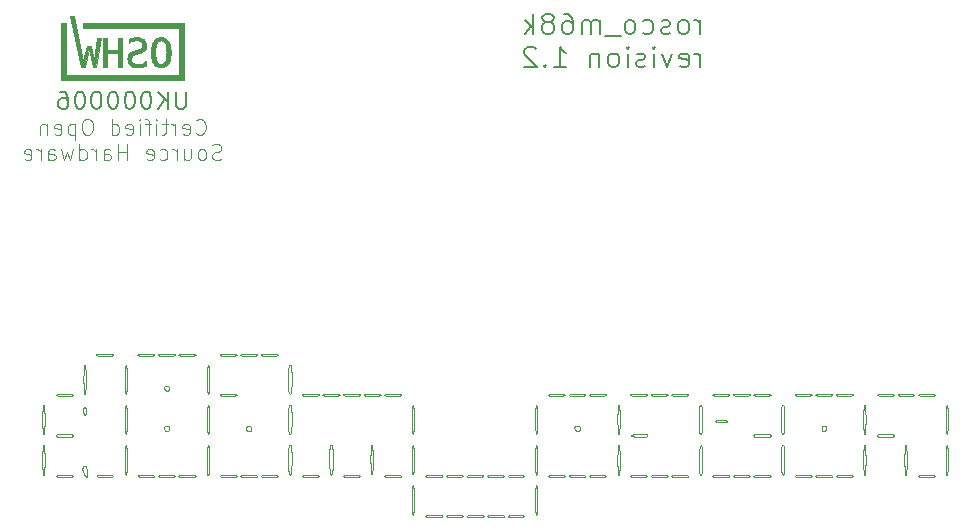
<source format=gbr>
G04 #@! TF.GenerationSoftware,KiCad,Pcbnew,(5.1.5-0-10_14)*
G04 #@! TF.CreationDate,2020-11-26T18:43:47+00:00*
G04 #@! TF.ProjectId,rosco_m68k,726f7363-6f5f-46d3-9638-6b2e6b696361,rev?*
G04 #@! TF.SameCoordinates,Original*
G04 #@! TF.FileFunction,Legend,Bot*
G04 #@! TF.FilePolarity,Positive*
%FSLAX46Y46*%
G04 Gerber Fmt 4.6, Leading zero omitted, Abs format (unit mm)*
G04 Created by KiCad (PCBNEW (5.1.5-0-10_14)) date 2020-11-26 18:43:47*
%MOMM*%
%LPD*%
G04 APERTURE LIST*
%ADD10C,0.174752*%
%ADD11C,0.113792*%
%ADD12C,0.002540*%
%ADD13C,0.032000*%
%ADD14C,0.200000*%
G04 APERTURE END LIST*
D10*
X168069744Y-68582978D02*
X168069744Y-67416312D01*
X168069744Y-67749645D02*
X167986411Y-67582978D01*
X167903077Y-67499645D01*
X167736411Y-67416312D01*
X167569744Y-67416312D01*
X166736411Y-68582978D02*
X166903077Y-68499645D01*
X166986411Y-68416312D01*
X167069744Y-68249645D01*
X167069744Y-67749645D01*
X166986411Y-67582978D01*
X166903077Y-67499645D01*
X166736411Y-67416312D01*
X166486411Y-67416312D01*
X166319744Y-67499645D01*
X166236411Y-67582978D01*
X166153077Y-67749645D01*
X166153077Y-68249645D01*
X166236411Y-68416312D01*
X166319744Y-68499645D01*
X166486411Y-68582978D01*
X166736411Y-68582978D01*
X165486411Y-68499645D02*
X165319744Y-68582978D01*
X164986411Y-68582978D01*
X164819744Y-68499645D01*
X164736411Y-68332978D01*
X164736411Y-68249645D01*
X164819744Y-68082978D01*
X164986411Y-67999645D01*
X165236411Y-67999645D01*
X165403077Y-67916312D01*
X165486411Y-67749645D01*
X165486411Y-67666312D01*
X165403077Y-67499645D01*
X165236411Y-67416312D01*
X164986411Y-67416312D01*
X164819744Y-67499645D01*
X163236411Y-68499645D02*
X163403077Y-68582978D01*
X163736411Y-68582978D01*
X163903077Y-68499645D01*
X163986411Y-68416312D01*
X164069744Y-68249645D01*
X164069744Y-67749645D01*
X163986411Y-67582978D01*
X163903077Y-67499645D01*
X163736411Y-67416312D01*
X163403077Y-67416312D01*
X163236411Y-67499645D01*
X162236411Y-68582978D02*
X162403077Y-68499645D01*
X162486411Y-68416312D01*
X162569744Y-68249645D01*
X162569744Y-67749645D01*
X162486411Y-67582978D01*
X162403077Y-67499645D01*
X162236411Y-67416312D01*
X161986411Y-67416312D01*
X161819744Y-67499645D01*
X161736411Y-67582978D01*
X161653077Y-67749645D01*
X161653077Y-68249645D01*
X161736411Y-68416312D01*
X161819744Y-68499645D01*
X161986411Y-68582978D01*
X162236411Y-68582978D01*
X161319744Y-68749645D02*
X159986411Y-68749645D01*
X159569744Y-68582978D02*
X159569744Y-67416312D01*
X159569744Y-67582978D02*
X159486411Y-67499645D01*
X159319744Y-67416312D01*
X159069744Y-67416312D01*
X158903077Y-67499645D01*
X158819744Y-67666312D01*
X158819744Y-68582978D01*
X158819744Y-67666312D02*
X158736411Y-67499645D01*
X158569744Y-67416312D01*
X158319744Y-67416312D01*
X158153077Y-67499645D01*
X158069744Y-67666312D01*
X158069744Y-68582978D01*
X156486411Y-66832978D02*
X156819744Y-66832978D01*
X156986411Y-66916312D01*
X157069744Y-66999645D01*
X157236411Y-67249645D01*
X157319744Y-67582978D01*
X157319744Y-68249645D01*
X157236411Y-68416312D01*
X157153077Y-68499645D01*
X156986411Y-68582978D01*
X156653077Y-68582978D01*
X156486411Y-68499645D01*
X156403077Y-68416312D01*
X156319744Y-68249645D01*
X156319744Y-67832978D01*
X156403077Y-67666312D01*
X156486411Y-67582978D01*
X156653077Y-67499645D01*
X156986411Y-67499645D01*
X157153077Y-67582978D01*
X157236411Y-67666312D01*
X157319744Y-67832978D01*
X155319744Y-67582978D02*
X155486411Y-67499645D01*
X155569744Y-67416312D01*
X155653077Y-67249645D01*
X155653077Y-67166312D01*
X155569744Y-66999645D01*
X155486411Y-66916312D01*
X155319744Y-66832978D01*
X154986411Y-66832978D01*
X154819744Y-66916312D01*
X154736411Y-66999645D01*
X154653077Y-67166312D01*
X154653077Y-67249645D01*
X154736411Y-67416312D01*
X154819744Y-67499645D01*
X154986411Y-67582978D01*
X155319744Y-67582978D01*
X155486411Y-67666312D01*
X155569744Y-67749645D01*
X155653077Y-67916312D01*
X155653077Y-68249645D01*
X155569744Y-68416312D01*
X155486411Y-68499645D01*
X155319744Y-68582978D01*
X154986411Y-68582978D01*
X154819744Y-68499645D01*
X154736411Y-68416312D01*
X154653077Y-68249645D01*
X154653077Y-67916312D01*
X154736411Y-67749645D01*
X154819744Y-67666312D01*
X154986411Y-67582978D01*
X153903077Y-68582978D02*
X153903077Y-66832978D01*
X153736411Y-67916312D02*
X153236411Y-68582978D01*
X153236411Y-67416312D02*
X153903077Y-68082978D01*
X168069744Y-71382730D02*
X168069744Y-70216064D01*
X168069744Y-70549397D02*
X167986411Y-70382730D01*
X167903077Y-70299397D01*
X167736411Y-70216064D01*
X167569744Y-70216064D01*
X166319744Y-71299397D02*
X166486411Y-71382730D01*
X166819744Y-71382730D01*
X166986411Y-71299397D01*
X167069744Y-71132730D01*
X167069744Y-70466064D01*
X166986411Y-70299397D01*
X166819744Y-70216064D01*
X166486411Y-70216064D01*
X166319744Y-70299397D01*
X166236411Y-70466064D01*
X166236411Y-70632730D01*
X167069744Y-70799397D01*
X165653077Y-70216064D02*
X165236411Y-71382730D01*
X164819744Y-70216064D01*
X164153077Y-71382730D02*
X164153077Y-70216064D01*
X164153077Y-69632730D02*
X164236411Y-69716064D01*
X164153077Y-69799397D01*
X164069744Y-69716064D01*
X164153077Y-69632730D01*
X164153077Y-69799397D01*
X163403077Y-71299397D02*
X163236411Y-71382730D01*
X162903077Y-71382730D01*
X162736411Y-71299397D01*
X162653077Y-71132730D01*
X162653077Y-71049397D01*
X162736411Y-70882730D01*
X162903077Y-70799397D01*
X163153077Y-70799397D01*
X163319744Y-70716064D01*
X163403077Y-70549397D01*
X163403077Y-70466064D01*
X163319744Y-70299397D01*
X163153077Y-70216064D01*
X162903077Y-70216064D01*
X162736411Y-70299397D01*
X161903077Y-71382730D02*
X161903077Y-70216064D01*
X161903077Y-69632730D02*
X161986411Y-69716064D01*
X161903077Y-69799397D01*
X161819744Y-69716064D01*
X161903077Y-69632730D01*
X161903077Y-69799397D01*
X160819744Y-71382730D02*
X160986411Y-71299397D01*
X161069744Y-71216064D01*
X161153077Y-71049397D01*
X161153077Y-70549397D01*
X161069744Y-70382730D01*
X160986411Y-70299397D01*
X160819744Y-70216064D01*
X160569744Y-70216064D01*
X160403077Y-70299397D01*
X160319744Y-70382730D01*
X160236411Y-70549397D01*
X160236411Y-71049397D01*
X160319744Y-71216064D01*
X160403077Y-71299397D01*
X160569744Y-71382730D01*
X160819744Y-71382730D01*
X159486411Y-70216064D02*
X159486411Y-71382730D01*
X159486411Y-70382730D02*
X159403077Y-70299397D01*
X159236411Y-70216064D01*
X158986411Y-70216064D01*
X158819744Y-70299397D01*
X158736411Y-70466064D01*
X158736411Y-71382730D01*
X155653077Y-71382730D02*
X156653077Y-71382730D01*
X156153077Y-71382730D02*
X156153077Y-69632730D01*
X156319744Y-69882730D01*
X156486411Y-70049397D01*
X156653077Y-70132730D01*
X154903077Y-71216064D02*
X154819744Y-71299397D01*
X154903077Y-71382730D01*
X154986411Y-71299397D01*
X154903077Y-71216064D01*
X154903077Y-71382730D01*
X154153077Y-69799397D02*
X154069744Y-69716064D01*
X153903077Y-69632730D01*
X153486411Y-69632730D01*
X153319744Y-69716064D01*
X153236411Y-69799397D01*
X153153077Y-69966064D01*
X153153077Y-70132730D01*
X153236411Y-70382730D01*
X154236411Y-71382730D01*
X153153077Y-71382730D01*
D11*
X125359453Y-76966248D02*
X125423800Y-77030594D01*
X125616840Y-77094941D01*
X125745533Y-77094941D01*
X125938573Y-77030594D01*
X126067266Y-76901901D01*
X126131613Y-76773208D01*
X126195960Y-76515821D01*
X126195960Y-76322781D01*
X126131613Y-76065394D01*
X126067266Y-75936701D01*
X125938573Y-75808008D01*
X125745533Y-75743661D01*
X125616840Y-75743661D01*
X125423800Y-75808008D01*
X125359453Y-75872354D01*
X124265560Y-77030594D02*
X124394253Y-77094941D01*
X124651640Y-77094941D01*
X124780333Y-77030594D01*
X124844680Y-76901901D01*
X124844680Y-76387128D01*
X124780333Y-76258434D01*
X124651640Y-76194088D01*
X124394253Y-76194088D01*
X124265560Y-76258434D01*
X124201213Y-76387128D01*
X124201213Y-76515821D01*
X124844680Y-76644514D01*
X123622093Y-77094941D02*
X123622093Y-76194088D01*
X123622093Y-76451474D02*
X123557746Y-76322781D01*
X123493400Y-76258434D01*
X123364706Y-76194088D01*
X123236013Y-76194088D01*
X122978626Y-76194088D02*
X122463853Y-76194088D01*
X122785586Y-75743661D02*
X122785586Y-76901901D01*
X122721240Y-77030594D01*
X122592546Y-77094941D01*
X122463853Y-77094941D01*
X122013426Y-77094941D02*
X122013426Y-76194088D01*
X122013426Y-75743661D02*
X122077773Y-75808008D01*
X122013426Y-75872354D01*
X121949080Y-75808008D01*
X122013426Y-75743661D01*
X122013426Y-75872354D01*
X121563000Y-76194088D02*
X121048226Y-76194088D01*
X121369960Y-77094941D02*
X121369960Y-75936701D01*
X121305613Y-75808008D01*
X121176920Y-75743661D01*
X121048226Y-75743661D01*
X120597800Y-77094941D02*
X120597800Y-76194088D01*
X120597800Y-75743661D02*
X120662146Y-75808008D01*
X120597800Y-75872354D01*
X120533453Y-75808008D01*
X120597800Y-75743661D01*
X120597800Y-75872354D01*
X119439560Y-77030594D02*
X119568253Y-77094941D01*
X119825640Y-77094941D01*
X119954333Y-77030594D01*
X120018680Y-76901901D01*
X120018680Y-76387128D01*
X119954333Y-76258434D01*
X119825640Y-76194088D01*
X119568253Y-76194088D01*
X119439560Y-76258434D01*
X119375213Y-76387128D01*
X119375213Y-76515821D01*
X120018680Y-76644514D01*
X118216973Y-77094941D02*
X118216973Y-75743661D01*
X118216973Y-77030594D02*
X118345666Y-77094941D01*
X118603053Y-77094941D01*
X118731746Y-77030594D01*
X118796093Y-76966248D01*
X118860440Y-76837554D01*
X118860440Y-76451474D01*
X118796093Y-76322781D01*
X118731746Y-76258434D01*
X118603053Y-76194088D01*
X118345666Y-76194088D01*
X118216973Y-76258434D01*
X116286573Y-75743661D02*
X116029186Y-75743661D01*
X115900493Y-75808008D01*
X115771800Y-75936701D01*
X115707453Y-76194088D01*
X115707453Y-76644514D01*
X115771800Y-76901901D01*
X115900493Y-77030594D01*
X116029186Y-77094941D01*
X116286573Y-77094941D01*
X116415266Y-77030594D01*
X116543960Y-76901901D01*
X116608306Y-76644514D01*
X116608306Y-76194088D01*
X116543960Y-75936701D01*
X116415266Y-75808008D01*
X116286573Y-75743661D01*
X115128333Y-76194088D02*
X115128333Y-77545368D01*
X115128333Y-76258434D02*
X114999640Y-76194088D01*
X114742253Y-76194088D01*
X114613560Y-76258434D01*
X114549213Y-76322781D01*
X114484866Y-76451474D01*
X114484866Y-76837554D01*
X114549213Y-76966248D01*
X114613560Y-77030594D01*
X114742253Y-77094941D01*
X114999640Y-77094941D01*
X115128333Y-77030594D01*
X113390973Y-77030594D02*
X113519666Y-77094941D01*
X113777053Y-77094941D01*
X113905746Y-77030594D01*
X113970093Y-76901901D01*
X113970093Y-76387128D01*
X113905746Y-76258434D01*
X113777053Y-76194088D01*
X113519666Y-76194088D01*
X113390973Y-76258434D01*
X113326626Y-76387128D01*
X113326626Y-76515821D01*
X113970093Y-76644514D01*
X112747506Y-76194088D02*
X112747506Y-77094941D01*
X112747506Y-76322781D02*
X112683160Y-76258434D01*
X112554466Y-76194088D01*
X112361426Y-76194088D01*
X112232733Y-76258434D01*
X112168386Y-76387128D01*
X112168386Y-77094941D01*
X127515066Y-79171306D02*
X127322026Y-79235653D01*
X127000293Y-79235653D01*
X126871600Y-79171306D01*
X126807253Y-79106960D01*
X126742906Y-78978266D01*
X126742906Y-78849573D01*
X126807253Y-78720880D01*
X126871600Y-78656533D01*
X127000293Y-78592186D01*
X127257680Y-78527840D01*
X127386373Y-78463493D01*
X127450720Y-78399146D01*
X127515066Y-78270453D01*
X127515066Y-78141760D01*
X127450720Y-78013066D01*
X127386373Y-77948720D01*
X127257680Y-77884373D01*
X126935946Y-77884373D01*
X126742906Y-77948720D01*
X125970746Y-79235653D02*
X126099440Y-79171306D01*
X126163786Y-79106960D01*
X126228133Y-78978266D01*
X126228133Y-78592186D01*
X126163786Y-78463493D01*
X126099440Y-78399146D01*
X125970746Y-78334800D01*
X125777706Y-78334800D01*
X125649013Y-78399146D01*
X125584666Y-78463493D01*
X125520320Y-78592186D01*
X125520320Y-78978266D01*
X125584666Y-79106960D01*
X125649013Y-79171306D01*
X125777706Y-79235653D01*
X125970746Y-79235653D01*
X124362080Y-78334800D02*
X124362080Y-79235653D01*
X124941200Y-78334800D02*
X124941200Y-79042613D01*
X124876853Y-79171306D01*
X124748160Y-79235653D01*
X124555120Y-79235653D01*
X124426426Y-79171306D01*
X124362080Y-79106960D01*
X123718613Y-79235653D02*
X123718613Y-78334800D01*
X123718613Y-78592186D02*
X123654266Y-78463493D01*
X123589920Y-78399146D01*
X123461226Y-78334800D01*
X123332533Y-78334800D01*
X122302986Y-79171306D02*
X122431680Y-79235653D01*
X122689066Y-79235653D01*
X122817760Y-79171306D01*
X122882106Y-79106960D01*
X122946453Y-78978266D01*
X122946453Y-78592186D01*
X122882106Y-78463493D01*
X122817760Y-78399146D01*
X122689066Y-78334800D01*
X122431680Y-78334800D01*
X122302986Y-78399146D01*
X121209093Y-79171306D02*
X121337786Y-79235653D01*
X121595173Y-79235653D01*
X121723866Y-79171306D01*
X121788213Y-79042613D01*
X121788213Y-78527840D01*
X121723866Y-78399146D01*
X121595173Y-78334800D01*
X121337786Y-78334800D01*
X121209093Y-78399146D01*
X121144746Y-78527840D01*
X121144746Y-78656533D01*
X121788213Y-78785226D01*
X119536080Y-79235653D02*
X119536080Y-77884373D01*
X119536080Y-78527840D02*
X118763920Y-78527840D01*
X118763920Y-79235653D02*
X118763920Y-77884373D01*
X117541333Y-79235653D02*
X117541333Y-78527840D01*
X117605680Y-78399146D01*
X117734373Y-78334800D01*
X117991760Y-78334800D01*
X118120453Y-78399146D01*
X117541333Y-79171306D02*
X117670026Y-79235653D01*
X117991760Y-79235653D01*
X118120453Y-79171306D01*
X118184800Y-79042613D01*
X118184800Y-78913920D01*
X118120453Y-78785226D01*
X117991760Y-78720880D01*
X117670026Y-78720880D01*
X117541333Y-78656533D01*
X116897866Y-79235653D02*
X116897866Y-78334800D01*
X116897866Y-78592186D02*
X116833520Y-78463493D01*
X116769173Y-78399146D01*
X116640480Y-78334800D01*
X116511786Y-78334800D01*
X115482240Y-79235653D02*
X115482240Y-77884373D01*
X115482240Y-79171306D02*
X115610933Y-79235653D01*
X115868320Y-79235653D01*
X115997013Y-79171306D01*
X116061360Y-79106960D01*
X116125706Y-78978266D01*
X116125706Y-78592186D01*
X116061360Y-78463493D01*
X115997013Y-78399146D01*
X115868320Y-78334800D01*
X115610933Y-78334800D01*
X115482240Y-78399146D01*
X114967466Y-78334800D02*
X114710080Y-79235653D01*
X114452693Y-78592186D01*
X114195306Y-79235653D01*
X113937920Y-78334800D01*
X112844026Y-79235653D02*
X112844026Y-78527840D01*
X112908373Y-78399146D01*
X113037066Y-78334800D01*
X113294453Y-78334800D01*
X113423146Y-78399146D01*
X112844026Y-79171306D02*
X112972720Y-79235653D01*
X113294453Y-79235653D01*
X113423146Y-79171306D01*
X113487493Y-79042613D01*
X113487493Y-78913920D01*
X113423146Y-78785226D01*
X113294453Y-78720880D01*
X112972720Y-78720880D01*
X112844026Y-78656533D01*
X112200560Y-79235653D02*
X112200560Y-78334800D01*
X112200560Y-78592186D02*
X112136213Y-78463493D01*
X112071866Y-78399146D01*
X111943173Y-78334800D01*
X111814480Y-78334800D01*
X110849280Y-79171306D02*
X110977973Y-79235653D01*
X111235360Y-79235653D01*
X111364053Y-79171306D01*
X111428400Y-79042613D01*
X111428400Y-78527840D01*
X111364053Y-78399146D01*
X111235360Y-78334800D01*
X110977973Y-78334800D01*
X110849280Y-78399146D01*
X110784933Y-78527840D01*
X110784933Y-78656533D01*
X111428400Y-78785226D01*
D12*
G36*
X124355677Y-67658190D02*
G01*
X124355677Y-67869857D01*
X124355677Y-72248711D01*
X124355677Y-72460378D01*
X124144010Y-72460378D01*
X114155990Y-72460378D01*
X113944323Y-72460378D01*
X113944323Y-72248711D01*
X113944323Y-67658190D01*
X114358569Y-67658190D01*
X114367656Y-72037045D01*
X123932344Y-72037045D01*
X123932344Y-68081524D01*
X115794201Y-68081524D01*
X115794201Y-67658190D01*
X124144010Y-67658190D01*
X124355677Y-67658190D01*
G37*
X124355677Y-67658190D02*
X124355677Y-67869857D01*
X124355677Y-72248711D01*
X124355677Y-72460378D01*
X124144010Y-72460378D01*
X114155990Y-72460378D01*
X113944323Y-72460378D01*
X113944323Y-72248711D01*
X113944323Y-67658190D01*
X114358569Y-67658190D01*
X114367656Y-72037045D01*
X123932344Y-72037045D01*
X123932344Y-68081524D01*
X115794201Y-68081524D01*
X115794201Y-67658190D01*
X124144010Y-67658190D01*
X124355677Y-67658190D01*
G36*
X121912961Y-70110994D02*
G01*
X121564042Y-70110994D01*
X121567247Y-70267108D01*
X121576859Y-70412991D01*
X121592879Y-70548642D01*
X121615307Y-70674060D01*
X121644142Y-70789247D01*
X121679385Y-70894202D01*
X121721036Y-70988925D01*
X121769094Y-71073416D01*
X121842866Y-71170430D01*
X121928580Y-71249805D01*
X122026237Y-71311541D01*
X122135837Y-71355638D01*
X122257380Y-71382096D01*
X122390865Y-71390916D01*
X122524351Y-71382142D01*
X122645895Y-71355822D01*
X122755494Y-71311954D01*
X122853151Y-71250539D01*
X122938865Y-71171578D01*
X123012636Y-71075069D01*
X123060307Y-70990914D01*
X123101623Y-70896372D01*
X123136582Y-70791444D01*
X123165185Y-70676128D01*
X123187431Y-70550425D01*
X123203322Y-70414335D01*
X123212856Y-70267858D01*
X123216034Y-70110994D01*
X123212856Y-69954492D01*
X123203322Y-69808274D01*
X123187431Y-69672340D01*
X123165185Y-69546689D01*
X123136582Y-69431321D01*
X123101623Y-69326237D01*
X123060307Y-69231436D01*
X123012636Y-69146918D01*
X122938406Y-69049905D01*
X122852416Y-68970531D01*
X122754668Y-68908795D01*
X122645159Y-68864698D01*
X122523892Y-68838239D01*
X122390865Y-68829418D01*
X122257380Y-68838239D01*
X122135837Y-68864698D01*
X122026237Y-68908795D01*
X121928580Y-68970531D01*
X121842866Y-69049905D01*
X121769094Y-69146918D01*
X121721036Y-69231436D01*
X121679385Y-69326237D01*
X121644142Y-69431321D01*
X121615307Y-69546689D01*
X121592879Y-69672340D01*
X121576859Y-69808274D01*
X121567247Y-69954492D01*
X121564042Y-70110994D01*
X121912961Y-70110994D01*
X121916085Y-69938280D01*
X121925456Y-69782838D01*
X121941074Y-69644667D01*
X121962939Y-69523767D01*
X121991051Y-69420138D01*
X122025409Y-69333780D01*
X122089799Y-69231772D01*
X122172171Y-69158909D01*
X122272527Y-69115190D01*
X122390865Y-69100616D01*
X122508585Y-69115190D01*
X122608734Y-69158909D01*
X122691312Y-69231772D01*
X122756321Y-69333780D01*
X122790175Y-69420138D01*
X122817874Y-69523767D01*
X122839417Y-69644667D01*
X122854805Y-69782838D01*
X122864038Y-69938280D01*
X122867115Y-70110994D01*
X122864038Y-70283203D01*
X122854805Y-70438232D01*
X122839417Y-70576082D01*
X122817874Y-70696752D01*
X122790175Y-70800243D01*
X122756321Y-70886554D01*
X122691312Y-70988563D01*
X122608734Y-71061427D01*
X122508585Y-71105145D01*
X122390865Y-71119718D01*
X122272527Y-71105249D01*
X122172171Y-71061840D01*
X122089799Y-70989493D01*
X122025409Y-70888208D01*
X121991051Y-70801851D01*
X121962939Y-70698222D01*
X121941074Y-70577322D01*
X121925456Y-70439151D01*
X121916085Y-70283708D01*
X121912961Y-70110994D01*
G37*
X121912961Y-70110994D02*
X121564042Y-70110994D01*
X121567247Y-70267108D01*
X121576859Y-70412991D01*
X121592879Y-70548642D01*
X121615307Y-70674060D01*
X121644142Y-70789247D01*
X121679385Y-70894202D01*
X121721036Y-70988925D01*
X121769094Y-71073416D01*
X121842866Y-71170430D01*
X121928580Y-71249805D01*
X122026237Y-71311541D01*
X122135837Y-71355638D01*
X122257380Y-71382096D01*
X122390865Y-71390916D01*
X122524351Y-71382142D01*
X122645895Y-71355822D01*
X122755494Y-71311954D01*
X122853151Y-71250539D01*
X122938865Y-71171578D01*
X123012636Y-71075069D01*
X123060307Y-70990914D01*
X123101623Y-70896372D01*
X123136582Y-70791444D01*
X123165185Y-70676128D01*
X123187431Y-70550425D01*
X123203322Y-70414335D01*
X123212856Y-70267858D01*
X123216034Y-70110994D01*
X123212856Y-69954492D01*
X123203322Y-69808274D01*
X123187431Y-69672340D01*
X123165185Y-69546689D01*
X123136582Y-69431321D01*
X123101623Y-69326237D01*
X123060307Y-69231436D01*
X123012636Y-69146918D01*
X122938406Y-69049905D01*
X122852416Y-68970531D01*
X122754668Y-68908795D01*
X122645159Y-68864698D01*
X122523892Y-68838239D01*
X122390865Y-68829418D01*
X122257380Y-68838239D01*
X122135837Y-68864698D01*
X122026237Y-68908795D01*
X121928580Y-68970531D01*
X121842866Y-69049905D01*
X121769094Y-69146918D01*
X121721036Y-69231436D01*
X121679385Y-69326237D01*
X121644142Y-69431321D01*
X121615307Y-69546689D01*
X121592879Y-69672340D01*
X121576859Y-69808274D01*
X121567247Y-69954492D01*
X121564042Y-70110994D01*
X121912961Y-70110994D01*
X121916085Y-69938280D01*
X121925456Y-69782838D01*
X121941074Y-69644667D01*
X121962939Y-69523767D01*
X121991051Y-69420138D01*
X122025409Y-69333780D01*
X122089799Y-69231772D01*
X122172171Y-69158909D01*
X122272527Y-69115190D01*
X122390865Y-69100616D01*
X122508585Y-69115190D01*
X122608734Y-69158909D01*
X122691312Y-69231772D01*
X122756321Y-69333780D01*
X122790175Y-69420138D01*
X122817874Y-69523767D01*
X122839417Y-69644667D01*
X122854805Y-69782838D01*
X122864038Y-69938280D01*
X122867115Y-70110994D01*
X122864038Y-70283203D01*
X122854805Y-70438232D01*
X122839417Y-70576082D01*
X122817874Y-70696752D01*
X122790175Y-70800243D01*
X122756321Y-70886554D01*
X122691312Y-70988563D01*
X122608734Y-71061427D01*
X122508585Y-71105145D01*
X122390865Y-71119718D01*
X122272527Y-71105249D01*
X122172171Y-71061840D01*
X122089799Y-70989493D01*
X122025409Y-70888208D01*
X121991051Y-70801851D01*
X121962939Y-70698222D01*
X121941074Y-70577322D01*
X121925456Y-70439151D01*
X121916085Y-70283708D01*
X121912961Y-70110994D01*
G36*
X119698730Y-68958402D02*
G01*
X119698730Y-69297400D01*
X119800338Y-69237687D01*
X119902313Y-69188628D01*
X120004654Y-69150225D01*
X120106446Y-69122666D01*
X120208972Y-69106130D01*
X120312232Y-69100616D01*
X120458856Y-69112928D01*
X120583431Y-69149860D01*
X120685956Y-69211410D01*
X120762208Y-69292808D01*
X120807959Y-69391475D01*
X120823209Y-69507413D01*
X120800885Y-69651695D01*
X120733912Y-69757114D01*
X120656007Y-69811318D01*
X120543559Y-69859273D01*
X120396568Y-69900981D01*
X120221282Y-69940668D01*
X120089917Y-69976784D01*
X119973633Y-70020309D01*
X119872430Y-70071241D01*
X119786307Y-70129581D01*
X119715266Y-70195329D01*
X119645814Y-70290001D01*
X119596205Y-70400382D01*
X119566439Y-70526473D01*
X119556516Y-70668272D01*
X119565248Y-70802482D01*
X119591442Y-70923331D01*
X119635098Y-71030818D01*
X119696217Y-71124943D01*
X119774797Y-71205708D01*
X119870048Y-71272383D01*
X119981173Y-71324241D01*
X120108173Y-71361283D01*
X120251048Y-71383508D01*
X120409797Y-71390916D01*
X120525737Y-71386690D01*
X120642043Y-71374012D01*
X120758717Y-71352881D01*
X120875758Y-71324402D01*
X120993167Y-71287471D01*
X121110943Y-71242087D01*
X121110943Y-70886554D01*
X120986552Y-70959866D01*
X120866939Y-71018846D01*
X120752102Y-71063494D01*
X120638368Y-71094730D01*
X120524267Y-71113471D01*
X120409797Y-71119718D01*
X120290322Y-71112690D01*
X120184902Y-71091606D01*
X120093538Y-71056466D01*
X120016230Y-71007270D01*
X119938142Y-70921281D01*
X119891288Y-70815447D01*
X119875670Y-70689770D01*
X119886511Y-70576036D01*
X119919033Y-70481778D01*
X119973234Y-70406996D01*
X120053162Y-70346914D01*
X120165059Y-70296754D01*
X120308925Y-70256514D01*
X120487519Y-70215173D01*
X120617562Y-70180910D01*
X120732523Y-70140297D01*
X120832403Y-70093334D01*
X120917202Y-70040020D01*
X120986920Y-69980356D01*
X121054926Y-69895091D01*
X121103502Y-69796389D01*
X121132647Y-69684251D01*
X121142363Y-69558676D01*
X121133499Y-69431677D01*
X121106909Y-69315261D01*
X121062591Y-69209428D01*
X121000546Y-69114177D01*
X120920774Y-69029510D01*
X120825656Y-68957478D01*
X120718897Y-68901453D01*
X120600496Y-68861435D01*
X120470453Y-68837423D01*
X120328769Y-68829418D01*
X120232307Y-68833095D01*
X120132537Y-68844119D01*
X120029459Y-68862491D01*
X119922892Y-68887114D01*
X119812649Y-68919084D01*
X119698730Y-68958402D01*
G37*
X119698730Y-68958402D02*
X119698730Y-69297400D01*
X119800338Y-69237687D01*
X119902313Y-69188628D01*
X120004654Y-69150225D01*
X120106446Y-69122666D01*
X120208972Y-69106130D01*
X120312232Y-69100616D01*
X120458856Y-69112928D01*
X120583431Y-69149860D01*
X120685956Y-69211410D01*
X120762208Y-69292808D01*
X120807959Y-69391475D01*
X120823209Y-69507413D01*
X120800885Y-69651695D01*
X120733912Y-69757114D01*
X120656007Y-69811318D01*
X120543559Y-69859273D01*
X120396568Y-69900981D01*
X120221282Y-69940668D01*
X120089917Y-69976784D01*
X119973633Y-70020309D01*
X119872430Y-70071241D01*
X119786307Y-70129581D01*
X119715266Y-70195329D01*
X119645814Y-70290001D01*
X119596205Y-70400382D01*
X119566439Y-70526473D01*
X119556516Y-70668272D01*
X119565248Y-70802482D01*
X119591442Y-70923331D01*
X119635098Y-71030818D01*
X119696217Y-71124943D01*
X119774797Y-71205708D01*
X119870048Y-71272383D01*
X119981173Y-71324241D01*
X120108173Y-71361283D01*
X120251048Y-71383508D01*
X120409797Y-71390916D01*
X120525737Y-71386690D01*
X120642043Y-71374012D01*
X120758717Y-71352881D01*
X120875758Y-71324402D01*
X120993167Y-71287471D01*
X121110943Y-71242087D01*
X121110943Y-70886554D01*
X120986552Y-70959866D01*
X120866939Y-71018846D01*
X120752102Y-71063494D01*
X120638368Y-71094730D01*
X120524267Y-71113471D01*
X120409797Y-71119718D01*
X120290322Y-71112690D01*
X120184902Y-71091606D01*
X120093538Y-71056466D01*
X120016230Y-71007270D01*
X119938142Y-70921281D01*
X119891288Y-70815447D01*
X119875670Y-70689770D01*
X119886511Y-70576036D01*
X119919033Y-70481778D01*
X119973234Y-70406996D01*
X120053162Y-70346914D01*
X120165059Y-70296754D01*
X120308925Y-70256514D01*
X120487519Y-70215173D01*
X120617562Y-70180910D01*
X120732523Y-70140297D01*
X120832403Y-70093334D01*
X120917202Y-70040020D01*
X120986920Y-69980356D01*
X121054926Y-69895091D01*
X121103502Y-69796389D01*
X121132647Y-69684251D01*
X121142363Y-69558676D01*
X121133499Y-69431677D01*
X121106909Y-69315261D01*
X121062591Y-69209428D01*
X121000546Y-69114177D01*
X120920774Y-69029510D01*
X120825656Y-68957478D01*
X120718897Y-68901453D01*
X120600496Y-68861435D01*
X120470453Y-68837423D01*
X120328769Y-68829418D01*
X120232307Y-68833095D01*
X120132537Y-68844119D01*
X120029459Y-68862491D01*
X119922892Y-68887114D01*
X119812649Y-68919084D01*
X119698730Y-68958402D01*
G36*
X119108378Y-68874067D02*
G01*
X118772688Y-68874067D01*
X118772688Y-69886098D01*
X117858222Y-69886098D01*
X117858222Y-68874067D01*
X117522532Y-68874067D01*
X117522532Y-71342960D01*
X117858222Y-71342960D01*
X117858222Y-70167218D01*
X118772688Y-70167218D01*
X118772688Y-71342960D01*
X119108378Y-71342960D01*
X119108378Y-68874067D01*
G37*
X119108378Y-68874067D02*
X118772688Y-68874067D01*
X118772688Y-69886098D01*
X117858222Y-69886098D01*
X117858222Y-68874067D01*
X117522532Y-68874067D01*
X117522532Y-71342960D01*
X117858222Y-71342960D01*
X117858222Y-70167218D01*
X118772688Y-70167218D01*
X118772688Y-71342960D01*
X119108378Y-71342960D01*
X119108378Y-68874067D01*
G36*
X117297636Y-68874067D02*
G01*
X116971867Y-68874067D01*
X116735396Y-70878285D01*
X116454277Y-69552062D01*
X116105357Y-69552062D01*
X115820930Y-70881593D01*
X115020014Y-67039622D01*
X114694246Y-67039622D01*
X115627454Y-71342960D01*
X115943300Y-71342960D01*
X116278990Y-69876176D01*
X116613027Y-71342960D01*
X116928873Y-71342960D01*
X117297636Y-68874067D01*
G37*
X117297636Y-68874067D02*
X116971867Y-68874067D01*
X116735396Y-70878285D01*
X116454277Y-69552062D01*
X116105357Y-69552062D01*
X115820930Y-70881593D01*
X115020014Y-67039622D01*
X114694246Y-67039622D01*
X115627454Y-71342960D01*
X115943300Y-71342960D01*
X116278990Y-69876176D01*
X116613027Y-71342960D01*
X116928873Y-71342960D01*
X117297636Y-68874067D01*
D13*
X118353928Y-95727183D02*
X118353928Y-95727183D01*
X121838982Y-95727183D02*
X121838982Y-95727183D01*
X117627877Y-95824021D02*
X117660818Y-95823934D01*
X117660818Y-95823934D02*
X117694461Y-95823668D01*
X117694461Y-95823668D02*
X117726670Y-95823238D01*
X117726670Y-95823238D02*
X117758336Y-95822646D01*
X117758336Y-95822646D02*
X117789717Y-95821884D01*
X117789717Y-95821884D02*
X117821049Y-95820941D01*
X117821049Y-95820941D02*
X117853090Y-95819782D01*
X117853090Y-95819782D02*
X117883870Y-95818471D01*
X117883870Y-95818471D02*
X117914559Y-95816958D01*
X117914559Y-95816958D02*
X117945710Y-95815198D01*
X117945710Y-95815198D02*
X117975846Y-95813266D01*
X117975846Y-95813266D02*
X118007891Y-95810944D01*
X118007891Y-95810944D02*
X118038787Y-95808415D01*
X118038787Y-95808415D02*
X118069366Y-95805600D01*
X118069366Y-95805600D02*
X118099158Y-95802519D01*
X118099158Y-95802519D02*
X118128930Y-95799063D01*
X118128930Y-95799063D02*
X118157940Y-95795268D01*
X118157940Y-95795268D02*
X118186580Y-95791025D01*
X118186580Y-95791025D02*
X118214009Y-95786395D01*
X118214009Y-95786395D02*
X118241257Y-95781090D01*
X118241257Y-95781090D02*
X118267474Y-95775088D01*
X118267474Y-95775088D02*
X118292556Y-95768140D01*
X118292556Y-95768140D02*
X118316570Y-95759634D01*
X118316570Y-95759634D02*
X118338270Y-95748549D01*
X118338270Y-95748549D02*
X118353312Y-95731495D01*
X118353312Y-95731495D02*
X118353928Y-95727183D01*
X116901829Y-95727183D02*
X116914654Y-95746578D01*
X116914654Y-95746578D02*
X116935506Y-95758077D01*
X116935506Y-95758077D02*
X116959210Y-95766885D01*
X116959210Y-95766885D02*
X116984217Y-95774059D01*
X116984217Y-95774059D02*
X117011042Y-95780359D01*
X117011042Y-95780359D02*
X117038721Y-95785845D01*
X117038721Y-95785845D02*
X117066757Y-95790643D01*
X117066757Y-95790643D02*
X117095963Y-95795011D01*
X117095963Y-95795011D02*
X117125250Y-95798869D01*
X117125250Y-95798869D02*
X117154214Y-95802258D01*
X117154214Y-95802258D02*
X117183785Y-95805345D01*
X117183785Y-95805345D02*
X117213351Y-95808100D01*
X117213351Y-95808100D02*
X117245043Y-95810726D01*
X117245043Y-95810726D02*
X117276742Y-95813049D01*
X117276742Y-95813049D02*
X117307531Y-95815046D01*
X117307531Y-95815046D02*
X117338485Y-95816816D01*
X117338485Y-95816816D02*
X117369764Y-95818373D01*
X117369764Y-95818373D02*
X117401304Y-95819729D01*
X117401304Y-95819729D02*
X117433036Y-95820886D01*
X117433036Y-95820886D02*
X117464477Y-95821841D01*
X117464477Y-95821841D02*
X117500292Y-95822708D01*
X117500292Y-95822708D02*
X117532302Y-95823291D01*
X117532302Y-95823291D02*
X117564269Y-95823699D01*
X117564269Y-95823699D02*
X117598111Y-95823950D01*
X117598111Y-95823950D02*
X117627877Y-95824021D01*
X117627877Y-95630344D02*
X117594172Y-95630429D01*
X117594172Y-95630429D02*
X117561883Y-95630684D01*
X117561883Y-95630684D02*
X117527902Y-95631136D01*
X117527902Y-95631136D02*
X117495684Y-95631749D01*
X117495684Y-95631749D02*
X117464336Y-95632519D01*
X117464336Y-95632519D02*
X117432483Y-95633489D01*
X117432483Y-95633489D02*
X117401574Y-95634618D01*
X117401574Y-95634618D02*
X117370292Y-95635962D01*
X117370292Y-95635962D02*
X117339641Y-95637482D01*
X117339641Y-95637482D02*
X117307405Y-95639316D01*
X117307405Y-95639316D02*
X117276985Y-95641290D01*
X117276985Y-95641290D02*
X117247152Y-95643467D01*
X117247152Y-95643467D02*
X117216961Y-95645943D01*
X117216961Y-95645943D02*
X117187252Y-95648674D01*
X117187252Y-95648674D02*
X117157525Y-95651737D01*
X117157525Y-95651737D02*
X117128394Y-95655101D01*
X117128394Y-95655101D02*
X117098922Y-95658935D01*
X117098922Y-95658935D02*
X117070899Y-95663059D01*
X117070899Y-95663059D02*
X117042538Y-95667817D01*
X117042538Y-95667817D02*
X117015654Y-95673023D01*
X117015654Y-95673023D02*
X116989304Y-95679010D01*
X116989304Y-95679010D02*
X116963743Y-95686049D01*
X116963743Y-95686049D02*
X116939699Y-95694510D01*
X116939699Y-95694510D02*
X116917480Y-95705809D01*
X116917480Y-95705809D02*
X116902229Y-95723674D01*
X116902229Y-95723674D02*
X116901829Y-95727183D01*
X118353928Y-95727183D02*
X118340887Y-95707628D01*
X118340887Y-95707628D02*
X118319955Y-95696155D01*
X118319955Y-95696155D02*
X118295689Y-95687201D01*
X118295689Y-95687201D02*
X118270528Y-95680041D01*
X118270528Y-95680041D02*
X118244421Y-95673937D01*
X118244421Y-95673937D02*
X118217027Y-95668511D01*
X118217027Y-95668511D02*
X118189335Y-95663769D01*
X118189335Y-95663769D02*
X118159419Y-95659296D01*
X118159419Y-95659296D02*
X118130890Y-95655535D01*
X118130890Y-95655535D02*
X118101946Y-95652143D01*
X118101946Y-95652143D02*
X118072827Y-95649098D01*
X118072827Y-95649098D02*
X118043299Y-95646338D01*
X118043299Y-95646338D02*
X118011642Y-95643705D01*
X118011642Y-95643705D02*
X117981186Y-95641458D01*
X117981186Y-95641458D02*
X117949715Y-95639402D01*
X117949715Y-95639402D02*
X117917266Y-95637545D01*
X117917266Y-95637545D02*
X117886511Y-95636010D01*
X117886511Y-95636010D02*
X117854443Y-95634629D01*
X117854443Y-95634629D02*
X117823263Y-95633489D01*
X117823263Y-95633489D02*
X117789717Y-95632474D01*
X117789717Y-95632474D02*
X117755453Y-95631650D01*
X117755453Y-95631650D02*
X117723445Y-95631068D01*
X117723445Y-95631068D02*
X117689688Y-95630642D01*
X117689688Y-95630642D02*
X117655968Y-95630403D01*
X117655968Y-95630403D02*
X117627877Y-95630344D01*
X123581515Y-95727183D02*
X123581515Y-95727183D01*
X121112933Y-95824021D02*
X121145874Y-95823934D01*
X121145874Y-95823934D02*
X121179517Y-95823668D01*
X121179517Y-95823668D02*
X121211726Y-95823238D01*
X121211726Y-95823238D02*
X121243392Y-95822646D01*
X121243392Y-95822646D02*
X121274773Y-95821884D01*
X121274773Y-95821884D02*
X121306105Y-95820941D01*
X121306105Y-95820941D02*
X121338146Y-95819782D01*
X121338146Y-95819782D02*
X121368926Y-95818471D01*
X121368926Y-95818471D02*
X121399615Y-95816958D01*
X121399615Y-95816958D02*
X121430766Y-95815198D01*
X121430766Y-95815198D02*
X121460902Y-95813266D01*
X121460902Y-95813266D02*
X121492946Y-95810944D01*
X121492946Y-95810944D02*
X121523842Y-95808415D01*
X121523842Y-95808415D02*
X121554421Y-95805600D01*
X121554421Y-95805600D02*
X121584213Y-95802519D01*
X121584213Y-95802519D02*
X121613985Y-95799063D01*
X121613985Y-95799063D02*
X121642995Y-95795268D01*
X121642995Y-95795268D02*
X121671635Y-95791025D01*
X121671635Y-95791025D02*
X121699064Y-95786395D01*
X121699064Y-95786395D02*
X121726312Y-95781090D01*
X121726312Y-95781090D02*
X121752529Y-95775088D01*
X121752529Y-95775088D02*
X121777610Y-95768140D01*
X121777610Y-95768140D02*
X121801624Y-95759634D01*
X121801624Y-95759634D02*
X121823324Y-95748549D01*
X121823324Y-95748549D02*
X121838366Y-95731495D01*
X121838366Y-95731495D02*
X121838982Y-95727183D01*
X120386885Y-95727183D02*
X120399710Y-95746578D01*
X120399710Y-95746578D02*
X120420562Y-95758077D01*
X120420562Y-95758077D02*
X120444266Y-95766885D01*
X120444266Y-95766885D02*
X120469273Y-95774059D01*
X120469273Y-95774059D02*
X120496098Y-95780359D01*
X120496098Y-95780359D02*
X120523777Y-95785845D01*
X120523777Y-95785845D02*
X120551812Y-95790643D01*
X120551812Y-95790643D02*
X120581018Y-95795011D01*
X120581018Y-95795011D02*
X120610305Y-95798869D01*
X120610305Y-95798869D02*
X120639269Y-95802258D01*
X120639269Y-95802258D02*
X120668840Y-95805345D01*
X120668840Y-95805345D02*
X120698406Y-95808100D01*
X120698406Y-95808100D02*
X120730098Y-95810726D01*
X120730098Y-95810726D02*
X120761797Y-95813049D01*
X120761797Y-95813049D02*
X120792586Y-95815046D01*
X120792586Y-95815046D02*
X120823540Y-95816816D01*
X120823540Y-95816816D02*
X120854819Y-95818373D01*
X120854819Y-95818373D02*
X120886359Y-95819729D01*
X120886359Y-95819729D02*
X120918091Y-95820886D01*
X120918091Y-95820886D02*
X120949532Y-95821841D01*
X120949532Y-95821841D02*
X120985347Y-95822708D01*
X120985347Y-95822708D02*
X121017357Y-95823291D01*
X121017357Y-95823291D02*
X121049324Y-95823699D01*
X121049324Y-95823699D02*
X121083167Y-95823950D01*
X121083167Y-95823950D02*
X121112933Y-95824021D01*
X121112933Y-95630344D02*
X121079228Y-95630429D01*
X121079228Y-95630429D02*
X121046938Y-95630684D01*
X121046938Y-95630684D02*
X121012957Y-95631136D01*
X121012957Y-95631136D02*
X120980739Y-95631749D01*
X120980739Y-95631749D02*
X120949391Y-95632519D01*
X120949391Y-95632519D02*
X120917538Y-95633489D01*
X120917538Y-95633489D02*
X120886629Y-95634618D01*
X120886629Y-95634618D02*
X120855347Y-95635962D01*
X120855347Y-95635962D02*
X120824696Y-95637482D01*
X120824696Y-95637482D02*
X120792460Y-95639316D01*
X120792460Y-95639316D02*
X120762040Y-95641290D01*
X120762040Y-95641290D02*
X120732207Y-95643467D01*
X120732207Y-95643467D02*
X120702016Y-95645943D01*
X120702016Y-95645943D02*
X120672307Y-95648674D01*
X120672307Y-95648674D02*
X120642580Y-95651737D01*
X120642580Y-95651737D02*
X120613449Y-95655101D01*
X120613449Y-95655101D02*
X120583977Y-95658935D01*
X120583977Y-95658935D02*
X120555954Y-95663059D01*
X120555954Y-95663059D02*
X120527594Y-95667817D01*
X120527594Y-95667817D02*
X120500710Y-95673023D01*
X120500710Y-95673023D02*
X120474360Y-95679010D01*
X120474360Y-95679010D02*
X120448799Y-95686049D01*
X120448799Y-95686049D02*
X120424755Y-95694510D01*
X120424755Y-95694510D02*
X120402536Y-95705809D01*
X120402536Y-95705809D02*
X120387285Y-95723674D01*
X120387285Y-95723674D02*
X120386885Y-95727183D01*
X121838982Y-95727183D02*
X121825941Y-95707628D01*
X121825941Y-95707628D02*
X121805009Y-95696155D01*
X121805009Y-95696155D02*
X121780743Y-95687201D01*
X121780743Y-95687201D02*
X121755583Y-95680041D01*
X121755583Y-95680041D02*
X121729476Y-95673937D01*
X121729476Y-95673937D02*
X121702082Y-95668511D01*
X121702082Y-95668511D02*
X121674390Y-95663769D01*
X121674390Y-95663769D02*
X121644474Y-95659296D01*
X121644474Y-95659296D02*
X121615945Y-95655535D01*
X121615945Y-95655535D02*
X121587001Y-95652143D01*
X121587001Y-95652143D02*
X121557882Y-95649098D01*
X121557882Y-95649098D02*
X121528354Y-95646338D01*
X121528354Y-95646338D02*
X121496697Y-95643705D01*
X121496697Y-95643705D02*
X121466242Y-95641458D01*
X121466242Y-95641458D02*
X121434771Y-95639402D01*
X121434771Y-95639402D02*
X121402322Y-95637545D01*
X121402322Y-95637545D02*
X121371567Y-95636010D01*
X121371567Y-95636010D02*
X121339499Y-95634629D01*
X121339499Y-95634629D02*
X121308319Y-95633489D01*
X121308319Y-95633489D02*
X121274773Y-95632474D01*
X121274773Y-95632474D02*
X121240509Y-95631650D01*
X121240509Y-95631650D02*
X121208501Y-95631068D01*
X121208501Y-95631068D02*
X121174744Y-95630642D01*
X121174744Y-95630642D02*
X121141024Y-95630403D01*
X121141024Y-95630403D02*
X121112933Y-95630344D01*
X125324038Y-95727183D02*
X125324038Y-95727183D01*
X122855456Y-95824021D02*
X122888398Y-95823934D01*
X122888398Y-95823934D02*
X122922041Y-95823668D01*
X122922041Y-95823668D02*
X122954252Y-95823238D01*
X122954252Y-95823238D02*
X122985918Y-95822646D01*
X122985918Y-95822646D02*
X123017300Y-95821884D01*
X123017300Y-95821884D02*
X123048633Y-95820941D01*
X123048633Y-95820941D02*
X123080674Y-95819782D01*
X123080674Y-95819782D02*
X123111455Y-95818471D01*
X123111455Y-95818471D02*
X123142144Y-95816958D01*
X123142144Y-95816958D02*
X123173296Y-95815198D01*
X123173296Y-95815198D02*
X123203432Y-95813266D01*
X123203432Y-95813266D02*
X123235477Y-95810944D01*
X123235477Y-95810944D02*
X123266373Y-95808415D01*
X123266373Y-95808415D02*
X123296952Y-95805600D01*
X123296952Y-95805600D02*
X123326744Y-95802519D01*
X123326744Y-95802519D02*
X123356516Y-95799063D01*
X123356516Y-95799063D02*
X123385527Y-95795268D01*
X123385527Y-95795268D02*
X123414167Y-95791025D01*
X123414167Y-95791025D02*
X123441596Y-95786395D01*
X123441596Y-95786395D02*
X123468844Y-95781090D01*
X123468844Y-95781090D02*
X123495061Y-95775088D01*
X123495061Y-95775088D02*
X123520143Y-95768140D01*
X123520143Y-95768140D02*
X123544157Y-95759634D01*
X123544157Y-95759634D02*
X123565857Y-95748549D01*
X123565857Y-95748549D02*
X123580899Y-95731495D01*
X123580899Y-95731495D02*
X123581515Y-95727183D01*
X122129406Y-95727183D02*
X122142231Y-95746578D01*
X122142231Y-95746578D02*
X122163083Y-95758077D01*
X122163083Y-95758077D02*
X122186787Y-95766885D01*
X122186787Y-95766885D02*
X122211794Y-95774059D01*
X122211794Y-95774059D02*
X122238619Y-95780359D01*
X122238619Y-95780359D02*
X122266298Y-95785845D01*
X122266298Y-95785845D02*
X122294334Y-95790643D01*
X122294334Y-95790643D02*
X122323540Y-95795011D01*
X122323540Y-95795011D02*
X122352827Y-95798869D01*
X122352827Y-95798869D02*
X122381791Y-95802258D01*
X122381791Y-95802258D02*
X122411362Y-95805345D01*
X122411362Y-95805345D02*
X122440928Y-95808100D01*
X122440928Y-95808100D02*
X122472620Y-95810726D01*
X122472620Y-95810726D02*
X122504319Y-95813049D01*
X122504319Y-95813049D02*
X122535109Y-95815046D01*
X122535109Y-95815046D02*
X122566063Y-95816816D01*
X122566063Y-95816816D02*
X122597342Y-95818373D01*
X122597342Y-95818373D02*
X122628882Y-95819729D01*
X122628882Y-95819729D02*
X122660614Y-95820886D01*
X122660614Y-95820886D02*
X122692055Y-95821841D01*
X122692055Y-95821841D02*
X122727870Y-95822708D01*
X122727870Y-95822708D02*
X122759880Y-95823291D01*
X122759880Y-95823291D02*
X122791847Y-95823699D01*
X122791847Y-95823699D02*
X122825690Y-95823950D01*
X122825690Y-95823950D02*
X122855456Y-95824021D01*
X122855456Y-95630344D02*
X122821751Y-95630429D01*
X122821751Y-95630429D02*
X122789461Y-95630684D01*
X122789461Y-95630684D02*
X122755480Y-95631136D01*
X122755480Y-95631136D02*
X122723262Y-95631749D01*
X122723262Y-95631749D02*
X122691914Y-95632519D01*
X122691914Y-95632519D02*
X122660061Y-95633489D01*
X122660061Y-95633489D02*
X122629152Y-95634618D01*
X122629152Y-95634618D02*
X122597870Y-95635962D01*
X122597870Y-95635962D02*
X122567219Y-95637482D01*
X122567219Y-95637482D02*
X122534983Y-95639316D01*
X122534983Y-95639316D02*
X122504562Y-95641290D01*
X122504562Y-95641290D02*
X122474729Y-95643467D01*
X122474729Y-95643467D02*
X122444538Y-95645943D01*
X122444538Y-95645943D02*
X122414829Y-95648674D01*
X122414829Y-95648674D02*
X122385102Y-95651737D01*
X122385102Y-95651737D02*
X122355971Y-95655101D01*
X122355971Y-95655101D02*
X122326499Y-95658935D01*
X122326499Y-95658935D02*
X122298476Y-95663059D01*
X122298476Y-95663059D02*
X122270115Y-95667817D01*
X122270115Y-95667817D02*
X122243231Y-95673023D01*
X122243231Y-95673023D02*
X122216881Y-95679010D01*
X122216881Y-95679010D02*
X122191320Y-95686049D01*
X122191320Y-95686049D02*
X122167276Y-95694510D01*
X122167276Y-95694510D02*
X122145057Y-95705809D01*
X122145057Y-95705809D02*
X122129806Y-95723674D01*
X122129806Y-95723674D02*
X122129406Y-95727183D01*
X123581515Y-95727183D02*
X123568474Y-95707628D01*
X123568474Y-95707628D02*
X123547542Y-95696155D01*
X123547542Y-95696155D02*
X123523276Y-95687201D01*
X123523276Y-95687201D02*
X123498115Y-95680041D01*
X123498115Y-95680041D02*
X123472008Y-95673937D01*
X123472008Y-95673937D02*
X123444614Y-95668511D01*
X123444614Y-95668511D02*
X123416922Y-95663769D01*
X123416922Y-95663769D02*
X123387006Y-95659296D01*
X123387006Y-95659296D02*
X123358476Y-95655535D01*
X123358476Y-95655535D02*
X123329532Y-95652143D01*
X123329532Y-95652143D02*
X123300413Y-95649098D01*
X123300413Y-95649098D02*
X123270885Y-95646338D01*
X123270885Y-95646338D02*
X123239228Y-95643705D01*
X123239228Y-95643705D02*
X123208772Y-95641458D01*
X123208772Y-95641458D02*
X123177301Y-95639402D01*
X123177301Y-95639402D02*
X123144851Y-95637545D01*
X123144851Y-95637545D02*
X123114096Y-95636010D01*
X123114096Y-95636010D02*
X123082027Y-95634629D01*
X123082027Y-95634629D02*
X123050847Y-95633489D01*
X123050847Y-95633489D02*
X123017300Y-95632474D01*
X123017300Y-95632474D02*
X122983035Y-95631650D01*
X122983035Y-95631650D02*
X122951027Y-95631068D01*
X122951027Y-95631068D02*
X122917268Y-95630642D01*
X122917268Y-95630642D02*
X122885367Y-95630411D01*
X122885367Y-95630411D02*
X122855456Y-95630344D01*
X128809092Y-95727183D02*
X128809092Y-95727183D01*
X124597990Y-95824021D02*
X124630931Y-95823934D01*
X124630931Y-95823934D02*
X124664573Y-95823668D01*
X124664573Y-95823668D02*
X124696782Y-95823238D01*
X124696782Y-95823238D02*
X124728448Y-95822646D01*
X124728448Y-95822646D02*
X124759829Y-95821884D01*
X124759829Y-95821884D02*
X124791161Y-95820941D01*
X124791161Y-95820941D02*
X124823201Y-95819782D01*
X124823201Y-95819782D02*
X124853981Y-95818471D01*
X124853981Y-95818471D02*
X124884670Y-95816958D01*
X124884670Y-95816958D02*
X124915821Y-95815198D01*
X124915821Y-95815198D02*
X124945957Y-95813266D01*
X124945957Y-95813266D02*
X124978001Y-95810944D01*
X124978001Y-95810944D02*
X125008897Y-95808415D01*
X125008897Y-95808415D02*
X125039476Y-95805600D01*
X125039476Y-95805600D02*
X125069268Y-95802519D01*
X125069268Y-95802519D02*
X125099040Y-95799063D01*
X125099040Y-95799063D02*
X125128050Y-95795268D01*
X125128050Y-95795268D02*
X125156690Y-95791025D01*
X125156690Y-95791025D02*
X125184119Y-95786395D01*
X125184119Y-95786395D02*
X125211367Y-95781090D01*
X125211367Y-95781090D02*
X125237584Y-95775088D01*
X125237584Y-95775088D02*
X125262666Y-95768140D01*
X125262666Y-95768140D02*
X125286680Y-95759634D01*
X125286680Y-95759634D02*
X125308380Y-95748549D01*
X125308380Y-95748549D02*
X125323422Y-95731495D01*
X125323422Y-95731495D02*
X125324038Y-95727183D01*
X123871928Y-95727183D02*
X123884753Y-95746578D01*
X123884753Y-95746578D02*
X123905605Y-95758077D01*
X123905605Y-95758077D02*
X123929309Y-95766885D01*
X123929309Y-95766885D02*
X123954316Y-95774059D01*
X123954316Y-95774059D02*
X123981142Y-95780359D01*
X123981142Y-95780359D02*
X124008821Y-95785845D01*
X124008821Y-95785845D02*
X124036857Y-95790643D01*
X124036857Y-95790643D02*
X124066064Y-95795011D01*
X124066064Y-95795011D02*
X124095351Y-95798869D01*
X124095351Y-95798869D02*
X124124316Y-95802258D01*
X124124316Y-95802258D02*
X124153887Y-95805345D01*
X124153887Y-95805345D02*
X124183453Y-95808100D01*
X124183453Y-95808100D02*
X124215146Y-95810726D01*
X124215146Y-95810726D02*
X124246845Y-95813049D01*
X124246845Y-95813049D02*
X124277636Y-95815046D01*
X124277636Y-95815046D02*
X124308590Y-95816816D01*
X124308590Y-95816816D02*
X124339870Y-95818373D01*
X124339870Y-95818373D02*
X124371411Y-95819729D01*
X124371411Y-95819729D02*
X124403144Y-95820886D01*
X124403144Y-95820886D02*
X124434585Y-95821841D01*
X124434585Y-95821841D02*
X124470400Y-95822708D01*
X124470400Y-95822708D02*
X124502412Y-95823291D01*
X124502412Y-95823291D02*
X124534380Y-95823699D01*
X124534380Y-95823699D02*
X124568223Y-95823950D01*
X124568223Y-95823950D02*
X124597990Y-95824021D01*
X124597990Y-95630344D02*
X124564284Y-95630429D01*
X124564284Y-95630429D02*
X124531993Y-95630684D01*
X124531993Y-95630684D02*
X124498011Y-95631136D01*
X124498011Y-95631136D02*
X124465792Y-95631749D01*
X124465792Y-95631749D02*
X124434444Y-95632519D01*
X124434444Y-95632519D02*
X124402591Y-95633489D01*
X124402591Y-95633489D02*
X124371681Y-95634618D01*
X124371681Y-95634618D02*
X124340398Y-95635962D01*
X124340398Y-95635962D02*
X124309746Y-95637482D01*
X124309746Y-95637482D02*
X124277510Y-95639316D01*
X124277510Y-95639316D02*
X124247088Y-95641290D01*
X124247088Y-95641290D02*
X124217255Y-95643467D01*
X124217255Y-95643467D02*
X124187063Y-95645943D01*
X124187063Y-95645943D02*
X124157354Y-95648674D01*
X124157354Y-95648674D02*
X124127627Y-95651737D01*
X124127627Y-95651737D02*
X124098496Y-95655101D01*
X124098496Y-95655101D02*
X124069023Y-95658935D01*
X124069023Y-95658935D02*
X124040999Y-95663059D01*
X124040999Y-95663059D02*
X124012638Y-95667817D01*
X124012638Y-95667817D02*
X123985754Y-95673023D01*
X123985754Y-95673023D02*
X123959403Y-95679010D01*
X123959403Y-95679010D02*
X123933842Y-95686049D01*
X123933842Y-95686049D02*
X123909798Y-95694510D01*
X123909798Y-95694510D02*
X123887579Y-95705809D01*
X123887579Y-95705809D02*
X123872328Y-95723674D01*
X123872328Y-95723674D02*
X123871928Y-95727183D01*
X125324038Y-95727183D02*
X125310997Y-95707628D01*
X125310997Y-95707628D02*
X125290065Y-95696155D01*
X125290065Y-95696155D02*
X125265799Y-95687201D01*
X125265799Y-95687201D02*
X125240638Y-95680041D01*
X125240638Y-95680041D02*
X125214531Y-95673937D01*
X125214531Y-95673937D02*
X125187137Y-95668511D01*
X125187137Y-95668511D02*
X125159445Y-95663769D01*
X125159445Y-95663769D02*
X125129529Y-95659296D01*
X125129529Y-95659296D02*
X125101000Y-95655535D01*
X125101000Y-95655535D02*
X125072056Y-95652143D01*
X125072056Y-95652143D02*
X125042937Y-95649098D01*
X125042937Y-95649098D02*
X125013409Y-95646338D01*
X125013409Y-95646338D02*
X124981752Y-95643705D01*
X124981752Y-95643705D02*
X124951297Y-95641458D01*
X124951297Y-95641458D02*
X124919826Y-95639402D01*
X124919826Y-95639402D02*
X124887377Y-95637545D01*
X124887377Y-95637545D02*
X124856622Y-95636010D01*
X124856622Y-95636010D02*
X124824554Y-95634629D01*
X124824554Y-95634629D02*
X124793375Y-95633489D01*
X124793375Y-95633489D02*
X124759829Y-95632474D01*
X124759829Y-95632474D02*
X124725565Y-95631650D01*
X124725565Y-95631650D02*
X124693557Y-95631068D01*
X124693557Y-95631068D02*
X124659800Y-95630642D01*
X124659800Y-95630642D02*
X124626081Y-95630403D01*
X124626081Y-95630403D02*
X124597990Y-95630344D01*
X130551614Y-95727183D02*
X130551614Y-95727183D01*
X128083033Y-95824021D02*
X128115974Y-95823934D01*
X128115974Y-95823934D02*
X128149617Y-95823668D01*
X128149617Y-95823668D02*
X128181828Y-95823238D01*
X128181828Y-95823238D02*
X128213494Y-95822646D01*
X128213494Y-95822646D02*
X128244876Y-95821884D01*
X128244876Y-95821884D02*
X128276209Y-95820941D01*
X128276209Y-95820941D02*
X128308250Y-95819782D01*
X128308250Y-95819782D02*
X128339031Y-95818471D01*
X128339031Y-95818471D02*
X128369720Y-95816958D01*
X128369720Y-95816958D02*
X128400872Y-95815198D01*
X128400872Y-95815198D02*
X128431008Y-95813266D01*
X128431008Y-95813266D02*
X128463054Y-95810944D01*
X128463054Y-95810944D02*
X128493950Y-95808415D01*
X128493950Y-95808415D02*
X128524529Y-95805600D01*
X128524529Y-95805600D02*
X128554321Y-95802519D01*
X128554321Y-95802519D02*
X128584093Y-95799063D01*
X128584093Y-95799063D02*
X128613104Y-95795268D01*
X128613104Y-95795268D02*
X128641744Y-95791025D01*
X128641744Y-95791025D02*
X128669173Y-95786395D01*
X128669173Y-95786395D02*
X128696421Y-95781090D01*
X128696421Y-95781090D02*
X128722638Y-95775088D01*
X128722638Y-95775088D02*
X128747720Y-95768140D01*
X128747720Y-95768140D02*
X128771734Y-95759634D01*
X128771734Y-95759634D02*
X128793434Y-95748549D01*
X128793434Y-95748549D02*
X128808476Y-95731495D01*
X128808476Y-95731495D02*
X128809092Y-95727183D01*
X127356984Y-95727183D02*
X127369809Y-95746578D01*
X127369809Y-95746578D02*
X127390661Y-95758077D01*
X127390661Y-95758077D02*
X127414365Y-95766885D01*
X127414365Y-95766885D02*
X127439372Y-95774059D01*
X127439372Y-95774059D02*
X127466197Y-95780359D01*
X127466197Y-95780359D02*
X127493876Y-95785845D01*
X127493876Y-95785845D02*
X127521912Y-95790643D01*
X127521912Y-95790643D02*
X127551118Y-95795011D01*
X127551118Y-95795011D02*
X127580405Y-95798869D01*
X127580405Y-95798869D02*
X127609369Y-95802258D01*
X127609369Y-95802258D02*
X127638940Y-95805345D01*
X127638940Y-95805345D02*
X127668506Y-95808100D01*
X127668506Y-95808100D02*
X127700198Y-95810726D01*
X127700198Y-95810726D02*
X127731897Y-95813049D01*
X127731897Y-95813049D02*
X127762686Y-95815046D01*
X127762686Y-95815046D02*
X127793640Y-95816816D01*
X127793640Y-95816816D02*
X127824919Y-95818373D01*
X127824919Y-95818373D02*
X127856459Y-95819729D01*
X127856459Y-95819729D02*
X127888191Y-95820886D01*
X127888191Y-95820886D02*
X127919632Y-95821841D01*
X127919632Y-95821841D02*
X127955447Y-95822708D01*
X127955447Y-95822708D02*
X127987457Y-95823291D01*
X127987457Y-95823291D02*
X128019424Y-95823699D01*
X128019424Y-95823699D02*
X128053267Y-95823950D01*
X128053267Y-95823950D02*
X128083033Y-95824021D01*
X128083033Y-95630344D02*
X128049328Y-95630429D01*
X128049328Y-95630429D02*
X128017038Y-95630684D01*
X128017038Y-95630684D02*
X127983057Y-95631136D01*
X127983057Y-95631136D02*
X127950839Y-95631749D01*
X127950839Y-95631749D02*
X127919491Y-95632519D01*
X127919491Y-95632519D02*
X127887638Y-95633489D01*
X127887638Y-95633489D02*
X127856729Y-95634618D01*
X127856729Y-95634618D02*
X127825447Y-95635962D01*
X127825447Y-95635962D02*
X127794796Y-95637482D01*
X127794796Y-95637482D02*
X127762560Y-95639316D01*
X127762560Y-95639316D02*
X127732140Y-95641290D01*
X127732140Y-95641290D02*
X127702307Y-95643467D01*
X127702307Y-95643467D02*
X127672116Y-95645943D01*
X127672116Y-95645943D02*
X127642407Y-95648674D01*
X127642407Y-95648674D02*
X127612680Y-95651737D01*
X127612680Y-95651737D02*
X127583549Y-95655101D01*
X127583549Y-95655101D02*
X127554077Y-95658935D01*
X127554077Y-95658935D02*
X127526054Y-95663059D01*
X127526054Y-95663059D02*
X127497693Y-95667817D01*
X127497693Y-95667817D02*
X127470809Y-95673023D01*
X127470809Y-95673023D02*
X127444459Y-95679010D01*
X127444459Y-95679010D02*
X127418898Y-95686049D01*
X127418898Y-95686049D02*
X127394854Y-95694510D01*
X127394854Y-95694510D02*
X127372635Y-95705809D01*
X127372635Y-95705809D02*
X127357384Y-95723674D01*
X127357384Y-95723674D02*
X127356984Y-95727183D01*
X128809092Y-95727183D02*
X128796051Y-95707628D01*
X128796051Y-95707628D02*
X128775119Y-95696155D01*
X128775119Y-95696155D02*
X128750853Y-95687201D01*
X128750853Y-95687201D02*
X128725692Y-95680041D01*
X128725692Y-95680041D02*
X128699585Y-95673937D01*
X128699585Y-95673937D02*
X128672191Y-95668511D01*
X128672191Y-95668511D02*
X128644499Y-95663769D01*
X128644499Y-95663769D02*
X128614583Y-95659296D01*
X128614583Y-95659296D02*
X128586053Y-95655535D01*
X128586053Y-95655535D02*
X128557109Y-95652143D01*
X128557109Y-95652143D02*
X128527990Y-95649098D01*
X128527990Y-95649098D02*
X128498462Y-95646338D01*
X128498462Y-95646338D02*
X128466805Y-95643705D01*
X128466805Y-95643705D02*
X128436348Y-95641458D01*
X128436348Y-95641458D02*
X128404877Y-95639402D01*
X128404877Y-95639402D02*
X128372427Y-95637545D01*
X128372427Y-95637545D02*
X128341672Y-95636010D01*
X128341672Y-95636010D02*
X128309603Y-95634629D01*
X128309603Y-95634629D02*
X128278423Y-95633489D01*
X128278423Y-95633489D02*
X128244876Y-95632474D01*
X128244876Y-95632474D02*
X128210611Y-95631650D01*
X128210611Y-95631650D02*
X128178603Y-95631068D01*
X128178603Y-95631068D02*
X128144844Y-95630642D01*
X128144844Y-95630642D02*
X128111124Y-95630403D01*
X128111124Y-95630403D02*
X128083033Y-95630344D01*
X132294148Y-95727183D02*
X132294148Y-95727183D01*
X129825566Y-95824021D02*
X129858507Y-95823934D01*
X129858507Y-95823934D02*
X129892150Y-95823668D01*
X129892150Y-95823668D02*
X129924359Y-95823238D01*
X129924359Y-95823238D02*
X129956025Y-95822646D01*
X129956025Y-95822646D02*
X129987406Y-95821884D01*
X129987406Y-95821884D02*
X130018738Y-95820941D01*
X130018738Y-95820941D02*
X130050778Y-95819782D01*
X130050778Y-95819782D02*
X130081558Y-95818471D01*
X130081558Y-95818471D02*
X130112247Y-95816958D01*
X130112247Y-95816958D02*
X130143398Y-95815198D01*
X130143398Y-95815198D02*
X130173534Y-95813266D01*
X130173534Y-95813266D02*
X130205578Y-95810944D01*
X130205578Y-95810944D02*
X130236474Y-95808415D01*
X130236474Y-95808415D02*
X130267053Y-95805600D01*
X130267053Y-95805600D02*
X130296845Y-95802519D01*
X130296845Y-95802519D02*
X130326617Y-95799063D01*
X130326617Y-95799063D02*
X130355627Y-95795268D01*
X130355627Y-95795268D02*
X130384267Y-95791025D01*
X130384267Y-95791025D02*
X130411696Y-95786395D01*
X130411696Y-95786395D02*
X130438944Y-95781090D01*
X130438944Y-95781090D02*
X130465161Y-95775088D01*
X130465161Y-95775088D02*
X130490242Y-95768140D01*
X130490242Y-95768140D02*
X130514256Y-95759634D01*
X130514256Y-95759634D02*
X130535956Y-95748549D01*
X130535956Y-95748549D02*
X130550998Y-95731495D01*
X130550998Y-95731495D02*
X130551614Y-95727183D01*
X129099505Y-95727183D02*
X129112330Y-95746578D01*
X129112330Y-95746578D02*
X129133182Y-95758077D01*
X129133182Y-95758077D02*
X129156886Y-95766885D01*
X129156886Y-95766885D02*
X129181893Y-95774059D01*
X129181893Y-95774059D02*
X129208719Y-95780359D01*
X129208719Y-95780359D02*
X129236398Y-95785845D01*
X129236398Y-95785845D02*
X129264434Y-95790643D01*
X129264434Y-95790643D02*
X129293641Y-95795011D01*
X129293641Y-95795011D02*
X129322928Y-95798869D01*
X129322928Y-95798869D02*
X129351893Y-95802258D01*
X129351893Y-95802258D02*
X129381464Y-95805345D01*
X129381464Y-95805345D02*
X129411030Y-95808100D01*
X129411030Y-95808100D02*
X129442723Y-95810726D01*
X129442723Y-95810726D02*
X129474422Y-95813049D01*
X129474422Y-95813049D02*
X129505213Y-95815046D01*
X129505213Y-95815046D02*
X129536167Y-95816816D01*
X129536167Y-95816816D02*
X129567447Y-95818373D01*
X129567447Y-95818373D02*
X129598988Y-95819729D01*
X129598988Y-95819729D02*
X129630721Y-95820886D01*
X129630721Y-95820886D02*
X129662162Y-95821841D01*
X129662162Y-95821841D02*
X129697977Y-95822708D01*
X129697977Y-95822708D02*
X129729989Y-95823291D01*
X129729989Y-95823291D02*
X129761957Y-95823699D01*
X129761957Y-95823699D02*
X129795800Y-95823950D01*
X129795800Y-95823950D02*
X129825566Y-95824021D01*
X129825566Y-95630344D02*
X129791861Y-95630429D01*
X129791861Y-95630429D02*
X129759570Y-95630684D01*
X129759570Y-95630684D02*
X129725588Y-95631136D01*
X129725588Y-95631136D02*
X129693369Y-95631749D01*
X129693369Y-95631749D02*
X129662021Y-95632519D01*
X129662021Y-95632519D02*
X129630168Y-95633489D01*
X129630168Y-95633489D02*
X129599258Y-95634618D01*
X129599258Y-95634618D02*
X129567975Y-95635962D01*
X129567975Y-95635962D02*
X129537323Y-95637482D01*
X129537323Y-95637482D02*
X129505087Y-95639316D01*
X129505087Y-95639316D02*
X129474665Y-95641290D01*
X129474665Y-95641290D02*
X129444832Y-95643467D01*
X129444832Y-95643467D02*
X129414640Y-95645943D01*
X129414640Y-95645943D02*
X129384931Y-95648674D01*
X129384931Y-95648674D02*
X129355204Y-95651737D01*
X129355204Y-95651737D02*
X129326073Y-95655101D01*
X129326073Y-95655101D02*
X129296600Y-95658935D01*
X129296600Y-95658935D02*
X129268576Y-95663059D01*
X129268576Y-95663059D02*
X129240215Y-95667817D01*
X129240215Y-95667817D02*
X129213331Y-95673023D01*
X129213331Y-95673023D02*
X129186980Y-95679010D01*
X129186980Y-95679010D02*
X129161419Y-95686049D01*
X129161419Y-95686049D02*
X129137375Y-95694510D01*
X129137375Y-95694510D02*
X129115156Y-95705809D01*
X129115156Y-95705809D02*
X129099905Y-95723674D01*
X129099905Y-95723674D02*
X129099505Y-95727183D01*
X130551614Y-95727183D02*
X130538573Y-95707628D01*
X130538573Y-95707628D02*
X130517641Y-95696155D01*
X130517641Y-95696155D02*
X130493375Y-95687201D01*
X130493375Y-95687201D02*
X130468215Y-95680041D01*
X130468215Y-95680041D02*
X130442108Y-95673937D01*
X130442108Y-95673937D02*
X130414714Y-95668511D01*
X130414714Y-95668511D02*
X130387022Y-95663769D01*
X130387022Y-95663769D02*
X130357106Y-95659296D01*
X130357106Y-95659296D02*
X130328577Y-95655535D01*
X130328577Y-95655535D02*
X130299633Y-95652143D01*
X130299633Y-95652143D02*
X130270514Y-95649098D01*
X130270514Y-95649098D02*
X130240986Y-95646338D01*
X130240986Y-95646338D02*
X130209329Y-95643705D01*
X130209329Y-95643705D02*
X130178874Y-95641458D01*
X130178874Y-95641458D02*
X130147403Y-95639402D01*
X130147403Y-95639402D02*
X130114954Y-95637545D01*
X130114954Y-95637545D02*
X130084199Y-95636010D01*
X130084199Y-95636010D02*
X130052131Y-95634629D01*
X130052131Y-95634629D02*
X130020952Y-95633489D01*
X130020952Y-95633489D02*
X129987406Y-95632474D01*
X129987406Y-95632474D02*
X129953142Y-95631650D01*
X129953142Y-95631650D02*
X129921134Y-95631068D01*
X129921134Y-95631068D02*
X129887377Y-95630642D01*
X129887377Y-95630642D02*
X129853657Y-95630403D01*
X129853657Y-95630403D02*
X129825566Y-95630344D01*
X122976435Y-98756873D02*
X122976469Y-98756932D01*
X131568087Y-95824021D02*
X131601029Y-95823934D01*
X131601029Y-95823934D02*
X131634672Y-95823668D01*
X131634672Y-95823668D02*
X131666883Y-95823238D01*
X131666883Y-95823238D02*
X131698549Y-95822646D01*
X131698549Y-95822646D02*
X131729931Y-95821884D01*
X131729931Y-95821884D02*
X131761264Y-95820941D01*
X131761264Y-95820941D02*
X131793305Y-95819782D01*
X131793305Y-95819782D02*
X131824086Y-95818471D01*
X131824086Y-95818471D02*
X131854775Y-95816958D01*
X131854775Y-95816958D02*
X131885927Y-95815198D01*
X131885927Y-95815198D02*
X131916063Y-95813266D01*
X131916063Y-95813266D02*
X131948109Y-95810944D01*
X131948109Y-95810944D02*
X131979005Y-95808415D01*
X131979005Y-95808415D02*
X132009584Y-95805600D01*
X132009584Y-95805600D02*
X132039376Y-95802519D01*
X132039376Y-95802519D02*
X132069148Y-95799063D01*
X132069148Y-95799063D02*
X132098159Y-95795268D01*
X132098159Y-95795268D02*
X132126799Y-95791025D01*
X132126799Y-95791025D02*
X132154229Y-95786395D01*
X132154229Y-95786395D02*
X132181477Y-95781090D01*
X132181477Y-95781090D02*
X132207694Y-95775088D01*
X132207694Y-95775088D02*
X132232776Y-95768140D01*
X132232776Y-95768140D02*
X132256790Y-95759634D01*
X132256790Y-95759634D02*
X132278490Y-95748549D01*
X132278490Y-95748549D02*
X132293532Y-95731495D01*
X132293532Y-95731495D02*
X132294148Y-95727183D01*
X130842038Y-95727183D02*
X130854863Y-95746578D01*
X130854863Y-95746578D02*
X130875715Y-95758077D01*
X130875715Y-95758077D02*
X130899419Y-95766885D01*
X130899419Y-95766885D02*
X130924426Y-95774059D01*
X130924426Y-95774059D02*
X130951252Y-95780359D01*
X130951252Y-95780359D02*
X130978931Y-95785845D01*
X130978931Y-95785845D02*
X131006967Y-95790643D01*
X131006967Y-95790643D02*
X131036173Y-95795011D01*
X131036173Y-95795011D02*
X131065460Y-95798869D01*
X131065460Y-95798869D02*
X131094424Y-95802258D01*
X131094424Y-95802258D02*
X131123995Y-95805345D01*
X131123995Y-95805345D02*
X131153561Y-95808100D01*
X131153561Y-95808100D02*
X131185253Y-95810726D01*
X131185253Y-95810726D02*
X131216952Y-95813049D01*
X131216952Y-95813049D02*
X131247741Y-95815046D01*
X131247741Y-95815046D02*
X131278695Y-95816816D01*
X131278695Y-95816816D02*
X131309974Y-95818373D01*
X131309974Y-95818373D02*
X131341514Y-95819729D01*
X131341514Y-95819729D02*
X131373246Y-95820886D01*
X131373246Y-95820886D02*
X131404687Y-95821841D01*
X131404687Y-95821841D02*
X131440502Y-95822708D01*
X131440502Y-95822708D02*
X131472512Y-95823291D01*
X131472512Y-95823291D02*
X131504479Y-95823699D01*
X131504479Y-95823699D02*
X131538321Y-95823950D01*
X131538321Y-95823950D02*
X131568087Y-95824021D01*
X131568087Y-95630344D02*
X131534382Y-95630429D01*
X131534382Y-95630429D02*
X131502093Y-95630684D01*
X131502093Y-95630684D02*
X131468112Y-95631136D01*
X131468112Y-95631136D02*
X131435894Y-95631749D01*
X131435894Y-95631749D02*
X131404546Y-95632519D01*
X131404546Y-95632519D02*
X131372693Y-95633489D01*
X131372693Y-95633489D02*
X131341784Y-95634618D01*
X131341784Y-95634618D02*
X131310502Y-95635962D01*
X131310502Y-95635962D02*
X131279851Y-95637482D01*
X131279851Y-95637482D02*
X131247615Y-95639316D01*
X131247615Y-95639316D02*
X131217195Y-95641290D01*
X131217195Y-95641290D02*
X131187362Y-95643467D01*
X131187362Y-95643467D02*
X131157171Y-95645943D01*
X131157171Y-95645943D02*
X131127462Y-95648674D01*
X131127462Y-95648674D02*
X131097735Y-95651737D01*
X131097735Y-95651737D02*
X131068604Y-95655101D01*
X131068604Y-95655101D02*
X131039132Y-95658935D01*
X131039132Y-95658935D02*
X131011109Y-95663059D01*
X131011109Y-95663059D02*
X130982748Y-95667817D01*
X130982748Y-95667817D02*
X130955864Y-95673023D01*
X130955864Y-95673023D02*
X130929513Y-95679010D01*
X130929513Y-95679010D02*
X130903952Y-95686049D01*
X130903952Y-95686049D02*
X130879908Y-95694510D01*
X130879908Y-95694510D02*
X130857689Y-95705809D01*
X130857689Y-95705809D02*
X130842438Y-95723674D01*
X130842438Y-95723674D02*
X130842038Y-95727183D01*
X132294148Y-95727183D02*
X132281107Y-95707628D01*
X132281107Y-95707628D02*
X132260175Y-95696155D01*
X132260175Y-95696155D02*
X132235909Y-95687201D01*
X132235909Y-95687201D02*
X132210748Y-95680041D01*
X132210748Y-95680041D02*
X132184641Y-95673937D01*
X132184641Y-95673937D02*
X132157247Y-95668511D01*
X132157247Y-95668511D02*
X132129554Y-95663769D01*
X132129554Y-95663769D02*
X132099638Y-95659296D01*
X132099638Y-95659296D02*
X132071108Y-95655535D01*
X132071108Y-95655535D02*
X132042164Y-95652143D01*
X132042164Y-95652143D02*
X132013045Y-95649098D01*
X132013045Y-95649098D02*
X131983517Y-95646338D01*
X131983517Y-95646338D02*
X131951860Y-95643705D01*
X131951860Y-95643705D02*
X131921403Y-95641458D01*
X131921403Y-95641458D02*
X131889932Y-95639402D01*
X131889932Y-95639402D02*
X131857482Y-95637545D01*
X131857482Y-95637545D02*
X131826727Y-95636010D01*
X131826727Y-95636010D02*
X131794658Y-95634629D01*
X131794658Y-95634629D02*
X131763478Y-95633489D01*
X131763478Y-95633489D02*
X131729931Y-95632474D01*
X131729931Y-95632474D02*
X131695666Y-95631650D01*
X131695666Y-95631650D02*
X131663658Y-95631068D01*
X131663658Y-95631068D02*
X131629899Y-95630642D01*
X131629899Y-95630642D02*
X131597998Y-95630411D01*
X131597998Y-95630411D02*
X131568087Y-95630344D01*
X116030569Y-97808536D02*
X116030569Y-97808536D01*
X122656062Y-98447012D02*
X122645480Y-98469293D01*
X122645480Y-98469293D02*
X122639725Y-98496151D01*
X122639725Y-98496151D02*
X122640505Y-98527683D01*
X122640505Y-98527683D02*
X122646516Y-98554732D01*
X122646516Y-98554732D02*
X122655250Y-98578163D01*
X122655250Y-98578163D02*
X122665935Y-98599565D01*
X122665935Y-98599565D02*
X122678169Y-98619466D01*
X122678169Y-98619466D02*
X122691762Y-98638194D01*
X122691762Y-98638194D02*
X122706937Y-98656281D01*
X122706937Y-98656281D02*
X122722705Y-98672764D01*
X122722705Y-98672764D02*
X122739716Y-98688465D01*
X122739716Y-98688465D02*
X122757501Y-98702969D01*
X122757501Y-98702969D02*
X122776474Y-98716570D01*
X122776474Y-98716570D02*
X122796469Y-98729022D01*
X122796469Y-98729022D02*
X122817547Y-98740195D01*
X122817547Y-98740195D02*
X122840154Y-98750032D01*
X122840154Y-98750032D02*
X122864209Y-98758060D01*
X122864209Y-98758060D02*
X122891971Y-98764089D01*
X122891971Y-98764089D02*
X122922039Y-98766372D01*
X122922039Y-98766372D02*
X122951423Y-98763711D01*
X122951423Y-98763711D02*
X122976435Y-98756873D01*
X122909543Y-98340977D02*
X122878423Y-98342357D01*
X122878423Y-98342357D02*
X122849942Y-98345909D01*
X122849942Y-98345909D02*
X122822668Y-98351263D01*
X122822668Y-98351263D02*
X122796332Y-98358262D01*
X122796332Y-98358262D02*
X122772092Y-98366393D01*
X122772092Y-98366393D02*
X122748530Y-98376048D01*
X122748530Y-98376048D02*
X122726913Y-98386713D01*
X122726913Y-98386713D02*
X122706810Y-98398630D01*
X122706810Y-98398630D02*
X122688081Y-98412176D01*
X122688081Y-98412176D02*
X122671036Y-98427815D01*
X122671036Y-98427815D02*
X122656891Y-98445687D01*
X122656891Y-98445687D02*
X122656062Y-98447012D01*
X122976469Y-98756932D02*
X123000583Y-98746077D01*
X123000583Y-98746077D02*
X123020362Y-98733780D01*
X123020362Y-98733780D02*
X123038291Y-98719110D01*
X123038291Y-98719110D02*
X123053880Y-98702575D01*
X123053880Y-98702575D02*
X123067463Y-98683954D01*
X123067463Y-98683954D02*
X123079151Y-98662890D01*
X123079151Y-98662890D02*
X123088412Y-98640125D01*
X123088412Y-98640125D02*
X123095491Y-98614418D01*
X123095491Y-98614418D02*
X123099759Y-98586346D01*
X123099759Y-98586346D02*
X123100725Y-98554988D01*
X123100725Y-98554988D02*
X123097975Y-98524204D01*
X123097975Y-98524204D02*
X123092560Y-98497454D01*
X123092560Y-98497454D02*
X123084514Y-98471817D01*
X123084514Y-98471817D02*
X123074809Y-98449303D01*
X123074809Y-98449303D02*
X123063303Y-98428686D01*
X123063303Y-98428686D02*
X123049801Y-98409585D01*
X123049801Y-98409585D02*
X123033959Y-98391893D01*
X123033959Y-98391893D02*
X123016651Y-98376769D01*
X123016651Y-98376769D02*
X122997264Y-98363819D01*
X122997264Y-98363819D02*
X122975647Y-98353349D01*
X122975647Y-98353349D02*
X122949522Y-98345286D01*
X122949522Y-98345286D02*
X122921327Y-98341333D01*
X122921327Y-98341333D02*
X122909543Y-98340977D01*
X119515612Y-97808536D02*
X119515612Y-97808536D01*
X115933729Y-99018630D02*
X115951358Y-99003938D01*
X115951358Y-99003938D02*
X115961181Y-98981481D01*
X115961181Y-98981481D02*
X115968582Y-98956595D01*
X115968582Y-98956595D02*
X115974903Y-98929143D01*
X115974903Y-98929143D02*
X115980201Y-98901118D01*
X115980201Y-98901118D02*
X115984668Y-98873494D01*
X115984668Y-98873494D02*
X115988644Y-98845409D01*
X115988644Y-98845409D02*
X115992255Y-98816713D01*
X115992255Y-98816713D02*
X115995607Y-98787013D01*
X115995607Y-98787013D02*
X115998607Y-98757638D01*
X115998607Y-98757638D02*
X116001481Y-98726642D01*
X116001481Y-98726642D02*
X116004111Y-98695577D01*
X116004111Y-98695577D02*
X116006434Y-98665622D01*
X116006434Y-98665622D02*
X116008750Y-98633136D01*
X116008750Y-98633136D02*
X116010751Y-98602615D01*
X116010751Y-98602615D02*
X116012685Y-98570692D01*
X116012685Y-98570692D02*
X116014418Y-98539723D01*
X116014418Y-98539723D02*
X116016104Y-98507076D01*
X116016104Y-98507076D02*
X116017702Y-98473471D01*
X116017702Y-98473471D02*
X116019079Y-98442101D01*
X116019079Y-98442101D02*
X116020380Y-98409958D01*
X116020380Y-98409958D02*
X116021540Y-98378922D01*
X116021540Y-98378922D02*
X116022618Y-98347636D01*
X116022618Y-98347636D02*
X116023626Y-98315922D01*
X116023626Y-98315922D02*
X116024640Y-98280921D01*
X116024640Y-98280921D02*
X116025666Y-98241575D01*
X116025666Y-98241575D02*
X116026434Y-98208734D01*
X116026434Y-98208734D02*
X116027139Y-98175315D01*
X116027139Y-98175315D02*
X116027762Y-98142275D01*
X116027762Y-98142275D02*
X116028295Y-98110634D01*
X116028295Y-98110634D02*
X116028828Y-98074599D01*
X116028828Y-98074599D02*
X116029265Y-98039972D01*
X116029265Y-98039972D02*
X116029611Y-98007861D01*
X116029611Y-98007861D02*
X116029937Y-97971224D01*
X116029937Y-97971224D02*
X116030177Y-97937169D01*
X116030177Y-97937169D02*
X116030355Y-97903721D01*
X116030355Y-97903721D02*
X116030477Y-97870926D01*
X116030477Y-97870926D02*
X116030548Y-97836668D01*
X116030548Y-97836668D02*
X116030569Y-97808536D01*
X115836891Y-97808536D02*
X115836915Y-97842047D01*
X115836915Y-97842047D02*
X115836988Y-97874117D01*
X115836988Y-97874117D02*
X115837110Y-97906349D01*
X115837110Y-97906349D02*
X115837290Y-97939245D01*
X115837290Y-97939245D02*
X115837516Y-97971224D01*
X115837516Y-97971224D02*
X115837803Y-98003815D01*
X115837803Y-98003815D02*
X115838142Y-98035980D01*
X115838142Y-98035980D02*
X115838548Y-98068699D01*
X115838548Y-98068699D02*
X115839038Y-98102893D01*
X115839038Y-98102893D02*
X115839551Y-98134409D01*
X115839551Y-98134409D02*
X115840166Y-98167811D01*
X115840166Y-98167811D02*
X115840876Y-98202281D01*
X115840876Y-98202281D02*
X115841612Y-98234327D01*
X115841612Y-98234327D02*
X115842418Y-98266267D01*
X115842418Y-98266267D02*
X115843298Y-98298075D01*
X115843298Y-98298075D02*
X115844255Y-98329714D01*
X115844255Y-98329714D02*
X115845288Y-98361154D01*
X115845288Y-98361154D02*
X115846419Y-98392777D01*
X115846419Y-98392777D02*
X115847656Y-98424719D01*
X115847656Y-98424719D02*
X115849087Y-98458667D01*
X115849087Y-98458667D02*
X115850518Y-98490009D01*
X115850518Y-98490009D02*
X115852104Y-98522035D01*
X115852104Y-98522035D02*
X115853798Y-98553701D01*
X115853798Y-98553701D02*
X115855683Y-98586176D01*
X115855683Y-98586176D02*
X115857606Y-98616741D01*
X115857606Y-98616741D02*
X115859894Y-98650192D01*
X115859894Y-98650192D02*
X115862168Y-98680752D01*
X115862168Y-98680752D02*
X115864744Y-98712484D01*
X115864744Y-98712484D02*
X115867378Y-98742197D01*
X115867378Y-98742197D02*
X115870233Y-98771586D01*
X115870233Y-98771586D02*
X115873375Y-98800959D01*
X115873375Y-98800959D02*
X115876881Y-98830490D01*
X115876881Y-98830490D02*
X115880777Y-98859745D01*
X115880777Y-98859745D02*
X115885093Y-98888254D01*
X115885093Y-98888254D02*
X115889854Y-98915498D01*
X115889854Y-98915498D02*
X115895372Y-98942166D01*
X115895372Y-98942166D02*
X115901932Y-98967797D01*
X115901932Y-98967797D02*
X115910256Y-98991965D01*
X115910256Y-98991965D02*
X115922112Y-99012403D01*
X115922112Y-99012403D02*
X115933729Y-99018630D01*
X115933729Y-96598444D02*
X115916092Y-96613128D01*
X115916092Y-96613128D02*
X115906268Y-96635584D01*
X115906268Y-96635584D02*
X115898795Y-96660750D01*
X115898795Y-96660750D02*
X115892791Y-96686757D01*
X115892791Y-96686757D02*
X115887646Y-96713675D01*
X115887646Y-96713675D02*
X115883133Y-96741267D01*
X115883133Y-96741267D02*
X115879051Y-96769832D01*
X115879051Y-96769832D02*
X115875226Y-96800104D01*
X115875226Y-96800104D02*
X115871786Y-96830574D01*
X115871786Y-96830574D02*
X115868711Y-96860811D01*
X115868711Y-96860811D02*
X115865970Y-96890421D01*
X115865970Y-96890421D02*
X115863344Y-96921488D01*
X115863344Y-96921488D02*
X115860969Y-96952077D01*
X115860969Y-96952077D02*
X115858814Y-96982271D01*
X115858814Y-96982271D02*
X115856667Y-97014960D01*
X115856667Y-97014960D02*
X115854806Y-97045659D01*
X115854806Y-97045659D02*
X115853093Y-97076243D01*
X115853093Y-97076243D02*
X115851498Y-97106978D01*
X115851498Y-97106978D02*
X115849988Y-97138371D01*
X115849988Y-97138371D02*
X115848567Y-97170402D01*
X115848567Y-97170402D02*
X115847221Y-97203245D01*
X115847221Y-97203245D02*
X115845927Y-97237722D01*
X115845927Y-97237722D02*
X115844833Y-97269423D01*
X115844833Y-97269423D02*
X115843828Y-97301140D01*
X115843828Y-97301140D02*
X115842814Y-97336140D01*
X115842814Y-97336140D02*
X115841968Y-97368266D01*
X115841968Y-97368266D02*
X115841185Y-97400977D01*
X115841185Y-97400977D02*
X115840483Y-97433337D01*
X115840483Y-97433337D02*
X115839827Y-97467186D01*
X115839827Y-97467186D02*
X115839282Y-97498713D01*
X115839282Y-97498713D02*
X115838770Y-97532178D01*
X115838770Y-97532178D02*
X115838338Y-97564663D01*
X115838338Y-97564663D02*
X115837967Y-97597109D01*
X115837967Y-97597109D02*
X115837653Y-97629489D01*
X115837653Y-97629489D02*
X115837401Y-97661263D01*
X115837401Y-97661263D02*
X115837181Y-97696566D01*
X115837181Y-97696566D02*
X115837034Y-97729164D01*
X115837034Y-97729164D02*
X115836936Y-97763219D01*
X115836936Y-97763219D02*
X115836892Y-97795786D01*
X115836892Y-97795786D02*
X115836891Y-97808536D01*
X116030569Y-97808536D02*
X116030535Y-97771797D01*
X116030535Y-97771797D02*
X116030447Y-97736579D01*
X116030447Y-97736579D02*
X116030307Y-97703368D01*
X116030307Y-97703368D02*
X116030118Y-97670563D01*
X116030118Y-97670563D02*
X116029871Y-97637650D01*
X116029871Y-97637650D02*
X116029571Y-97605165D01*
X116029571Y-97605165D02*
X116029170Y-97569129D01*
X116029170Y-97569129D02*
X116028703Y-97533645D01*
X116028703Y-97533645D02*
X116028186Y-97499676D01*
X116028186Y-97499676D02*
X116027625Y-97467186D01*
X116027625Y-97467186D02*
X116026988Y-97434270D01*
X116026988Y-97434270D02*
X116026257Y-97400518D01*
X116026257Y-97400518D02*
X116025509Y-97369167D01*
X116025509Y-97369167D02*
X116024640Y-97336140D01*
X116024640Y-97336140D02*
X116023705Y-97303741D01*
X116023705Y-97303741D02*
X116022674Y-97271121D01*
X116022674Y-97271121D02*
X116021540Y-97238138D01*
X116021540Y-97238138D02*
X116020380Y-97207103D01*
X116020380Y-97207103D02*
X116019079Y-97174960D01*
X116019079Y-97174960D02*
X116017702Y-97143589D01*
X116017702Y-97143589D02*
X116016252Y-97113001D01*
X116016252Y-97113001D02*
X116014633Y-97081366D01*
X116014633Y-97081366D02*
X116012870Y-97049565D01*
X116012870Y-97049565D02*
X116010958Y-97017710D01*
X116010958Y-97017710D02*
X116008964Y-96987081D01*
X116008964Y-96987081D02*
X116006671Y-96954631D01*
X116006671Y-96954631D02*
X116004259Y-96923325D01*
X116004259Y-96923325D02*
X116001739Y-96893344D01*
X116001739Y-96893344D02*
X115999008Y-96863593D01*
X115999008Y-96863593D02*
X115995888Y-96832677D01*
X115995888Y-96832677D02*
X115992459Y-96802073D01*
X115992459Y-96802073D02*
X115988887Y-96773489D01*
X115988887Y-96773489D02*
X115984857Y-96744834D01*
X115984857Y-96744834D02*
X115980384Y-96716994D01*
X115980384Y-96716994D02*
X115975144Y-96689093D01*
X115975144Y-96689093D02*
X115969160Y-96662726D01*
X115969160Y-96662726D02*
X115961975Y-96637907D01*
X115961975Y-96637907D02*
X115952517Y-96615200D01*
X115952517Y-96615200D02*
X115936750Y-96598851D01*
X115936750Y-96598851D02*
X115933729Y-96598444D01*
X126485722Y-97808536D02*
X126485722Y-97808536D01*
X119418772Y-99018630D02*
X119436401Y-99003938D01*
X119436401Y-99003938D02*
X119446225Y-98981481D01*
X119446225Y-98981481D02*
X119453626Y-98956595D01*
X119453626Y-98956595D02*
X119459947Y-98929143D01*
X119459947Y-98929143D02*
X119465245Y-98901118D01*
X119465245Y-98901118D02*
X119469711Y-98873494D01*
X119469711Y-98873494D02*
X119473687Y-98845409D01*
X119473687Y-98845409D02*
X119477298Y-98816713D01*
X119477298Y-98816713D02*
X119480650Y-98787013D01*
X119480650Y-98787013D02*
X119483650Y-98757638D01*
X119483650Y-98757638D02*
X119486524Y-98726642D01*
X119486524Y-98726642D02*
X119489154Y-98695577D01*
X119489154Y-98695577D02*
X119491477Y-98665622D01*
X119491477Y-98665622D02*
X119493793Y-98633136D01*
X119493793Y-98633136D02*
X119495794Y-98602615D01*
X119495794Y-98602615D02*
X119497728Y-98570692D01*
X119497728Y-98570692D02*
X119499461Y-98539723D01*
X119499461Y-98539723D02*
X119501147Y-98507076D01*
X119501147Y-98507076D02*
X119502745Y-98473471D01*
X119502745Y-98473471D02*
X119504122Y-98442101D01*
X119504122Y-98442101D02*
X119505423Y-98409958D01*
X119505423Y-98409958D02*
X119506583Y-98378922D01*
X119506583Y-98378922D02*
X119507661Y-98347636D01*
X119507661Y-98347636D02*
X119508669Y-98315922D01*
X119508669Y-98315922D02*
X119509683Y-98280921D01*
X119509683Y-98280921D02*
X119510709Y-98241575D01*
X119510709Y-98241575D02*
X119511477Y-98208734D01*
X119511477Y-98208734D02*
X119512182Y-98175315D01*
X119512182Y-98175315D02*
X119512805Y-98142275D01*
X119512805Y-98142275D02*
X119513338Y-98110634D01*
X119513338Y-98110634D02*
X119513871Y-98074599D01*
X119513871Y-98074599D02*
X119514308Y-98039972D01*
X119514308Y-98039972D02*
X119514654Y-98007861D01*
X119514654Y-98007861D02*
X119514980Y-97971224D01*
X119514980Y-97971224D02*
X119515220Y-97937169D01*
X119515220Y-97937169D02*
X119515398Y-97903721D01*
X119515398Y-97903721D02*
X119515520Y-97870926D01*
X119515520Y-97870926D02*
X119515591Y-97836668D01*
X119515591Y-97836668D02*
X119515612Y-97808536D01*
X119321934Y-97808536D02*
X119321958Y-97842047D01*
X119321958Y-97842047D02*
X119322031Y-97874117D01*
X119322031Y-97874117D02*
X119322153Y-97906349D01*
X119322153Y-97906349D02*
X119322333Y-97939245D01*
X119322333Y-97939245D02*
X119322559Y-97971224D01*
X119322559Y-97971224D02*
X119322846Y-98003815D01*
X119322846Y-98003815D02*
X119323185Y-98035980D01*
X119323185Y-98035980D02*
X119323591Y-98068699D01*
X119323591Y-98068699D02*
X119324081Y-98102893D01*
X119324081Y-98102893D02*
X119324594Y-98134409D01*
X119324594Y-98134409D02*
X119325209Y-98167811D01*
X119325209Y-98167811D02*
X119325919Y-98202281D01*
X119325919Y-98202281D02*
X119326655Y-98234327D01*
X119326655Y-98234327D02*
X119327461Y-98266267D01*
X119327461Y-98266267D02*
X119328341Y-98298075D01*
X119328341Y-98298075D02*
X119329298Y-98329714D01*
X119329298Y-98329714D02*
X119330331Y-98361154D01*
X119330331Y-98361154D02*
X119331462Y-98392777D01*
X119331462Y-98392777D02*
X119332699Y-98424719D01*
X119332699Y-98424719D02*
X119334130Y-98458667D01*
X119334130Y-98458667D02*
X119335561Y-98490009D01*
X119335561Y-98490009D02*
X119337147Y-98522035D01*
X119337147Y-98522035D02*
X119338841Y-98553701D01*
X119338841Y-98553701D02*
X119340726Y-98586176D01*
X119340726Y-98586176D02*
X119342649Y-98616741D01*
X119342649Y-98616741D02*
X119344937Y-98650192D01*
X119344937Y-98650192D02*
X119347211Y-98680752D01*
X119347211Y-98680752D02*
X119349787Y-98712484D01*
X119349787Y-98712484D02*
X119352421Y-98742197D01*
X119352421Y-98742197D02*
X119355276Y-98771586D01*
X119355276Y-98771586D02*
X119358418Y-98800959D01*
X119358418Y-98800959D02*
X119361924Y-98830490D01*
X119361924Y-98830490D02*
X119365820Y-98859745D01*
X119365820Y-98859745D02*
X119370136Y-98888254D01*
X119370136Y-98888254D02*
X119374897Y-98915498D01*
X119374897Y-98915498D02*
X119380415Y-98942166D01*
X119380415Y-98942166D02*
X119386975Y-98967797D01*
X119386975Y-98967797D02*
X119395299Y-98991965D01*
X119395299Y-98991965D02*
X119407155Y-99012403D01*
X119407155Y-99012403D02*
X119418772Y-99018630D01*
X119418772Y-96598444D02*
X119401135Y-96613128D01*
X119401135Y-96613128D02*
X119391311Y-96635584D01*
X119391311Y-96635584D02*
X119383838Y-96660750D01*
X119383838Y-96660750D02*
X119377834Y-96686757D01*
X119377834Y-96686757D02*
X119372689Y-96713675D01*
X119372689Y-96713675D02*
X119368176Y-96741267D01*
X119368176Y-96741267D02*
X119364094Y-96769832D01*
X119364094Y-96769832D02*
X119360269Y-96800104D01*
X119360269Y-96800104D02*
X119356829Y-96830574D01*
X119356829Y-96830574D02*
X119353754Y-96860811D01*
X119353754Y-96860811D02*
X119351013Y-96890421D01*
X119351013Y-96890421D02*
X119348387Y-96921488D01*
X119348387Y-96921488D02*
X119346012Y-96952077D01*
X119346012Y-96952077D02*
X119343857Y-96982271D01*
X119343857Y-96982271D02*
X119341710Y-97014960D01*
X119341710Y-97014960D02*
X119339849Y-97045659D01*
X119339849Y-97045659D02*
X119338136Y-97076243D01*
X119338136Y-97076243D02*
X119336541Y-97106978D01*
X119336541Y-97106978D02*
X119335031Y-97138371D01*
X119335031Y-97138371D02*
X119333610Y-97170402D01*
X119333610Y-97170402D02*
X119332264Y-97203245D01*
X119332264Y-97203245D02*
X119330970Y-97237722D01*
X119330970Y-97237722D02*
X119329876Y-97269423D01*
X119329876Y-97269423D02*
X119328871Y-97301140D01*
X119328871Y-97301140D02*
X119327857Y-97336140D01*
X119327857Y-97336140D02*
X119327011Y-97368266D01*
X119327011Y-97368266D02*
X119326228Y-97400977D01*
X119326228Y-97400977D02*
X119325526Y-97433337D01*
X119325526Y-97433337D02*
X119324870Y-97467186D01*
X119324870Y-97467186D02*
X119324325Y-97498713D01*
X119324325Y-97498713D02*
X119323813Y-97532178D01*
X119323813Y-97532178D02*
X119323381Y-97564663D01*
X119323381Y-97564663D02*
X119323010Y-97597109D01*
X119323010Y-97597109D02*
X119322696Y-97629489D01*
X119322696Y-97629489D02*
X119322444Y-97661263D01*
X119322444Y-97661263D02*
X119322224Y-97696566D01*
X119322224Y-97696566D02*
X119322077Y-97729164D01*
X119322077Y-97729164D02*
X119321979Y-97763219D01*
X119321979Y-97763219D02*
X119321935Y-97795786D01*
X119321935Y-97795786D02*
X119321934Y-97808536D01*
X119515612Y-97808536D02*
X119515578Y-97771797D01*
X119515578Y-97771797D02*
X119515490Y-97736579D01*
X119515490Y-97736579D02*
X119515350Y-97703368D01*
X119515350Y-97703368D02*
X119515161Y-97670563D01*
X119515161Y-97670563D02*
X119514914Y-97637650D01*
X119514914Y-97637650D02*
X119514614Y-97605165D01*
X119514614Y-97605165D02*
X119514213Y-97569129D01*
X119514213Y-97569129D02*
X119513746Y-97533645D01*
X119513746Y-97533645D02*
X119513229Y-97499676D01*
X119513229Y-97499676D02*
X119512668Y-97467186D01*
X119512668Y-97467186D02*
X119512031Y-97434270D01*
X119512031Y-97434270D02*
X119511300Y-97400518D01*
X119511300Y-97400518D02*
X119510552Y-97369167D01*
X119510552Y-97369167D02*
X119509683Y-97336140D01*
X119509683Y-97336140D02*
X119508748Y-97303741D01*
X119508748Y-97303741D02*
X119507717Y-97271121D01*
X119507717Y-97271121D02*
X119506583Y-97238138D01*
X119506583Y-97238138D02*
X119505423Y-97207103D01*
X119505423Y-97207103D02*
X119504122Y-97174960D01*
X119504122Y-97174960D02*
X119502745Y-97143589D01*
X119502745Y-97143589D02*
X119501295Y-97113001D01*
X119501295Y-97113001D02*
X119499676Y-97081366D01*
X119499676Y-97081366D02*
X119497913Y-97049565D01*
X119497913Y-97049565D02*
X119496001Y-97017710D01*
X119496001Y-97017710D02*
X119494007Y-96987081D01*
X119494007Y-96987081D02*
X119491714Y-96954631D01*
X119491714Y-96954631D02*
X119489302Y-96923325D01*
X119489302Y-96923325D02*
X119486782Y-96893344D01*
X119486782Y-96893344D02*
X119484051Y-96863593D01*
X119484051Y-96863593D02*
X119480931Y-96832677D01*
X119480931Y-96832677D02*
X119477502Y-96802073D01*
X119477502Y-96802073D02*
X119473930Y-96773489D01*
X119473930Y-96773489D02*
X119469900Y-96744834D01*
X119469900Y-96744834D02*
X119465428Y-96716994D01*
X119465428Y-96716994D02*
X119460188Y-96689093D01*
X119460188Y-96689093D02*
X119454204Y-96662726D01*
X119454204Y-96662726D02*
X119447019Y-96637907D01*
X119447019Y-96637907D02*
X119437560Y-96615200D01*
X119437560Y-96615200D02*
X119421793Y-96598851D01*
X119421793Y-96598851D02*
X119418772Y-96598444D01*
X133455821Y-97808536D02*
X133455821Y-97808536D01*
X126388884Y-99018630D02*
X126406513Y-99003938D01*
X126406513Y-99003938D02*
X126416336Y-98981481D01*
X126416336Y-98981481D02*
X126423737Y-98956595D01*
X126423737Y-98956595D02*
X126430057Y-98929143D01*
X126430057Y-98929143D02*
X126435355Y-98901118D01*
X126435355Y-98901118D02*
X126439821Y-98873494D01*
X126439821Y-98873494D02*
X126443797Y-98845409D01*
X126443797Y-98845409D02*
X126447408Y-98816713D01*
X126447408Y-98816713D02*
X126450760Y-98787013D01*
X126450760Y-98787013D02*
X126453760Y-98757638D01*
X126453760Y-98757638D02*
X126456634Y-98726642D01*
X126456634Y-98726642D02*
X126459264Y-98695577D01*
X126459264Y-98695577D02*
X126461587Y-98665622D01*
X126461587Y-98665622D02*
X126463903Y-98633136D01*
X126463903Y-98633136D02*
X126465904Y-98602615D01*
X126465904Y-98602615D02*
X126467838Y-98570692D01*
X126467838Y-98570692D02*
X126469571Y-98539723D01*
X126469571Y-98539723D02*
X126471257Y-98507076D01*
X126471257Y-98507076D02*
X126472855Y-98473471D01*
X126472855Y-98473471D02*
X126474232Y-98442101D01*
X126474232Y-98442101D02*
X126475533Y-98409958D01*
X126475533Y-98409958D02*
X126476693Y-98378922D01*
X126476693Y-98378922D02*
X126477771Y-98347636D01*
X126477771Y-98347636D02*
X126478779Y-98315922D01*
X126478779Y-98315922D02*
X126479793Y-98280921D01*
X126479793Y-98280921D02*
X126480819Y-98241575D01*
X126480819Y-98241575D02*
X126481587Y-98208734D01*
X126481587Y-98208734D02*
X126482292Y-98175315D01*
X126482292Y-98175315D02*
X126482915Y-98142275D01*
X126482915Y-98142275D02*
X126483448Y-98110634D01*
X126483448Y-98110634D02*
X126483981Y-98074599D01*
X126483981Y-98074599D02*
X126484418Y-98039972D01*
X126484418Y-98039972D02*
X126484764Y-98007861D01*
X126484764Y-98007861D02*
X126485090Y-97971224D01*
X126485090Y-97971224D02*
X126485330Y-97937169D01*
X126485330Y-97937169D02*
X126485508Y-97903721D01*
X126485508Y-97903721D02*
X126485630Y-97870926D01*
X126485630Y-97870926D02*
X126485701Y-97836668D01*
X126485701Y-97836668D02*
X126485722Y-97808536D01*
X126292044Y-97808536D02*
X126292068Y-97842047D01*
X126292068Y-97842047D02*
X126292141Y-97874117D01*
X126292141Y-97874117D02*
X126292263Y-97906349D01*
X126292263Y-97906349D02*
X126292443Y-97939245D01*
X126292443Y-97939245D02*
X126292669Y-97971224D01*
X126292669Y-97971224D02*
X126292956Y-98003815D01*
X126292956Y-98003815D02*
X126293295Y-98035980D01*
X126293295Y-98035980D02*
X126293701Y-98068699D01*
X126293701Y-98068699D02*
X126294191Y-98102893D01*
X126294191Y-98102893D02*
X126294704Y-98134409D01*
X126294704Y-98134409D02*
X126295319Y-98167811D01*
X126295319Y-98167811D02*
X126296029Y-98202281D01*
X126296029Y-98202281D02*
X126296765Y-98234327D01*
X126296765Y-98234327D02*
X126297571Y-98266267D01*
X126297571Y-98266267D02*
X126298452Y-98298075D01*
X126298452Y-98298075D02*
X126299409Y-98329714D01*
X126299409Y-98329714D02*
X126300442Y-98361154D01*
X126300442Y-98361154D02*
X126301573Y-98392777D01*
X126301573Y-98392777D02*
X126302810Y-98424719D01*
X126302810Y-98424719D02*
X126304241Y-98458667D01*
X126304241Y-98458667D02*
X126305672Y-98490009D01*
X126305672Y-98490009D02*
X126307258Y-98522035D01*
X126307258Y-98522035D02*
X126308952Y-98553701D01*
X126308952Y-98553701D02*
X126310837Y-98586176D01*
X126310837Y-98586176D02*
X126312760Y-98616741D01*
X126312760Y-98616741D02*
X126315048Y-98650192D01*
X126315048Y-98650192D02*
X126317322Y-98680752D01*
X126317322Y-98680752D02*
X126319898Y-98712484D01*
X126319898Y-98712484D02*
X126322532Y-98742197D01*
X126322532Y-98742197D02*
X126325387Y-98771586D01*
X126325387Y-98771586D02*
X126328529Y-98800959D01*
X126328529Y-98800959D02*
X126332035Y-98830490D01*
X126332035Y-98830490D02*
X126335931Y-98859745D01*
X126335931Y-98859745D02*
X126340247Y-98888254D01*
X126340247Y-98888254D02*
X126345008Y-98915498D01*
X126345008Y-98915498D02*
X126350526Y-98942166D01*
X126350526Y-98942166D02*
X126357086Y-98967797D01*
X126357086Y-98967797D02*
X126365410Y-98991965D01*
X126365410Y-98991965D02*
X126377266Y-99012403D01*
X126377266Y-99012403D02*
X126388884Y-99018630D01*
X126388884Y-96598444D02*
X126371246Y-96613128D01*
X126371246Y-96613128D02*
X126361422Y-96635584D01*
X126361422Y-96635584D02*
X126353949Y-96660750D01*
X126353949Y-96660750D02*
X126347945Y-96686757D01*
X126347945Y-96686757D02*
X126342800Y-96713675D01*
X126342800Y-96713675D02*
X126338287Y-96741267D01*
X126338287Y-96741267D02*
X126334205Y-96769832D01*
X126334205Y-96769832D02*
X126330380Y-96800104D01*
X126330380Y-96800104D02*
X126326940Y-96830574D01*
X126326940Y-96830574D02*
X126323865Y-96860811D01*
X126323865Y-96860811D02*
X126321124Y-96890421D01*
X126321124Y-96890421D02*
X126318498Y-96921488D01*
X126318498Y-96921488D02*
X126316123Y-96952077D01*
X126316123Y-96952077D02*
X126313968Y-96982271D01*
X126313968Y-96982271D02*
X126311821Y-97014960D01*
X126311821Y-97014960D02*
X126309960Y-97045659D01*
X126309960Y-97045659D02*
X126308247Y-97076243D01*
X126308247Y-97076243D02*
X126306652Y-97106978D01*
X126306652Y-97106978D02*
X126305142Y-97138371D01*
X126305142Y-97138371D02*
X126303721Y-97170402D01*
X126303721Y-97170402D02*
X126302375Y-97203245D01*
X126302375Y-97203245D02*
X126301081Y-97237722D01*
X126301081Y-97237722D02*
X126299987Y-97269423D01*
X126299987Y-97269423D02*
X126298982Y-97301140D01*
X126298982Y-97301140D02*
X126297967Y-97336140D01*
X126297967Y-97336140D02*
X126297121Y-97368266D01*
X126297121Y-97368266D02*
X126296338Y-97400977D01*
X126296338Y-97400977D02*
X126295636Y-97433337D01*
X126295636Y-97433337D02*
X126294980Y-97467186D01*
X126294980Y-97467186D02*
X126294435Y-97498713D01*
X126294435Y-97498713D02*
X126293923Y-97532178D01*
X126293923Y-97532178D02*
X126293491Y-97564663D01*
X126293491Y-97564663D02*
X126293120Y-97597109D01*
X126293120Y-97597109D02*
X126292806Y-97629489D01*
X126292806Y-97629489D02*
X126292554Y-97661263D01*
X126292554Y-97661263D02*
X126292334Y-97696566D01*
X126292334Y-97696566D02*
X126292187Y-97729164D01*
X126292187Y-97729164D02*
X126292089Y-97763219D01*
X126292089Y-97763219D02*
X126292045Y-97795786D01*
X126292045Y-97795786D02*
X126292044Y-97808536D01*
X126485722Y-97808536D02*
X126485688Y-97771797D01*
X126485688Y-97771797D02*
X126485600Y-97736579D01*
X126485600Y-97736579D02*
X126485460Y-97703368D01*
X126485460Y-97703368D02*
X126485271Y-97670563D01*
X126485271Y-97670563D02*
X126485024Y-97637650D01*
X126485024Y-97637650D02*
X126484724Y-97605165D01*
X126484724Y-97605165D02*
X126484323Y-97569129D01*
X126484323Y-97569129D02*
X126483856Y-97533645D01*
X126483856Y-97533645D02*
X126483339Y-97499676D01*
X126483339Y-97499676D02*
X126482778Y-97467186D01*
X126482778Y-97467186D02*
X126482141Y-97434270D01*
X126482141Y-97434270D02*
X126481410Y-97400518D01*
X126481410Y-97400518D02*
X126480662Y-97369167D01*
X126480662Y-97369167D02*
X126479793Y-97336140D01*
X126479793Y-97336140D02*
X126478858Y-97303741D01*
X126478858Y-97303741D02*
X126477827Y-97271121D01*
X126477827Y-97271121D02*
X126476693Y-97238138D01*
X126476693Y-97238138D02*
X126475533Y-97207103D01*
X126475533Y-97207103D02*
X126474232Y-97174960D01*
X126474232Y-97174960D02*
X126472855Y-97143589D01*
X126472855Y-97143589D02*
X126471405Y-97113001D01*
X126471405Y-97113001D02*
X126469786Y-97081366D01*
X126469786Y-97081366D02*
X126468023Y-97049565D01*
X126468023Y-97049565D02*
X126466111Y-97017710D01*
X126466111Y-97017710D02*
X126464117Y-96987081D01*
X126464117Y-96987081D02*
X126461824Y-96954631D01*
X126461824Y-96954631D02*
X126459412Y-96923325D01*
X126459412Y-96923325D02*
X126456892Y-96893344D01*
X126456892Y-96893344D02*
X126454161Y-96863593D01*
X126454161Y-96863593D02*
X126451041Y-96832677D01*
X126451041Y-96832677D02*
X126447612Y-96802073D01*
X126447612Y-96802073D02*
X126444040Y-96773489D01*
X126444040Y-96773489D02*
X126440010Y-96744834D01*
X126440010Y-96744834D02*
X126435538Y-96716994D01*
X126435538Y-96716994D02*
X126430298Y-96689093D01*
X126430298Y-96689093D02*
X126424315Y-96662726D01*
X126424315Y-96662726D02*
X126417130Y-96637907D01*
X126417130Y-96637907D02*
X126407672Y-96615200D01*
X126407672Y-96615200D02*
X126391905Y-96598851D01*
X126391905Y-96598851D02*
X126388884Y-96598444D01*
X114917280Y-99115434D02*
X114917280Y-99115434D01*
X133310610Y-99018630D02*
X133338384Y-99014325D01*
X133338384Y-99014325D02*
X133359124Y-99002929D01*
X133359124Y-99002929D02*
X133374948Y-98986471D01*
X133374948Y-98986471D02*
X133387387Y-98966314D01*
X133387387Y-98966314D02*
X133397155Y-98944022D01*
X133397155Y-98944022D02*
X133405182Y-98919772D01*
X133405182Y-98919772D02*
X133411821Y-98894246D01*
X133411821Y-98894246D02*
X133417430Y-98867554D01*
X133417430Y-98867554D02*
X133422239Y-98839792D01*
X133422239Y-98839792D02*
X133426297Y-98811831D01*
X133426297Y-98811831D02*
X133429815Y-98783335D01*
X133429815Y-98783335D02*
X133433062Y-98752546D01*
X133433062Y-98752546D02*
X133435845Y-98721839D01*
X133435845Y-98721839D02*
X133438219Y-98691628D01*
X133438219Y-98691628D02*
X133440416Y-98659582D01*
X133440416Y-98659582D02*
X133442276Y-98628550D01*
X133442276Y-98628550D02*
X133443956Y-98596656D01*
X133443956Y-98596656D02*
X133445437Y-98564776D01*
X133445437Y-98564776D02*
X133446771Y-98532259D01*
X133446771Y-98532259D02*
X133447908Y-98500910D01*
X133447908Y-98500910D02*
X133448973Y-98467874D01*
X133448973Y-98467874D02*
X133449927Y-98434241D01*
X133449927Y-98434241D02*
X133450802Y-98399343D01*
X133450802Y-98399343D02*
X133451517Y-98366906D01*
X133451517Y-98366906D02*
X133452132Y-98335478D01*
X133452132Y-98335478D02*
X133452712Y-98302047D01*
X133452712Y-98302047D02*
X133453221Y-98268688D01*
X133453221Y-98268688D02*
X133453650Y-98236605D01*
X133453650Y-98236605D02*
X133454030Y-98204237D01*
X133454030Y-98204237D02*
X133454372Y-98171034D01*
X133454372Y-98171034D02*
X133454657Y-98138795D01*
X133454657Y-98138795D02*
X133454901Y-98107023D01*
X133454901Y-98107023D02*
X133455133Y-98071363D01*
X133455133Y-98071363D02*
X133455321Y-98036128D01*
X133455321Y-98036128D02*
X133455470Y-98002050D01*
X133455470Y-98002050D02*
X133455584Y-97969936D01*
X133455584Y-97969936D02*
X133455676Y-97935453D01*
X133455676Y-97935453D02*
X133455749Y-97899555D01*
X133455749Y-97899555D02*
X133455792Y-97864338D01*
X133455792Y-97864338D02*
X133455817Y-97826227D01*
X133455817Y-97826227D02*
X133455821Y-97808536D01*
X133165408Y-97808536D02*
X133165414Y-97840837D01*
X133165414Y-97840837D02*
X133165441Y-97874012D01*
X133165441Y-97874012D02*
X133165488Y-97906587D01*
X133165488Y-97906587D02*
X133165563Y-97942684D01*
X133165563Y-97942684D02*
X133165658Y-97975333D01*
X133165658Y-97975333D02*
X133165795Y-98012614D01*
X133165795Y-98012614D02*
X133165942Y-98044527D01*
X133165942Y-98044527D02*
X133166126Y-98077054D01*
X133166126Y-98077054D02*
X133166340Y-98109490D01*
X133166340Y-98109490D02*
X133166590Y-98141811D01*
X133166590Y-98141811D02*
X133166919Y-98178094D01*
X133166919Y-98178094D02*
X133167281Y-98212264D01*
X133167281Y-98212264D02*
X133167685Y-98245541D01*
X133167685Y-98245541D02*
X133168127Y-98277388D01*
X133168127Y-98277388D02*
X133168622Y-98308917D01*
X133168622Y-98308917D02*
X133169183Y-98340609D01*
X133169183Y-98340609D02*
X133169871Y-98374865D01*
X133169871Y-98374865D02*
X133170603Y-98407050D01*
X133170603Y-98407050D02*
X133171437Y-98439588D01*
X133171437Y-98439588D02*
X133172425Y-98473694D01*
X133172425Y-98473694D02*
X133173458Y-98505219D01*
X133173458Y-98505219D02*
X133174610Y-98536401D01*
X133174610Y-98536401D02*
X133175884Y-98567157D01*
X133175884Y-98567157D02*
X133177336Y-98598175D01*
X133177336Y-98598175D02*
X133178962Y-98628910D01*
X133178962Y-98628910D02*
X133180802Y-98659582D01*
X133180802Y-98659582D02*
X133182856Y-98689679D01*
X133182856Y-98689679D02*
X133185195Y-98719696D01*
X133185195Y-98719696D02*
X133187891Y-98749825D01*
X133187891Y-98749825D02*
X133190982Y-98779612D01*
X133190982Y-98779612D02*
X133194448Y-98808267D01*
X133194448Y-98808267D02*
X133198432Y-98836306D01*
X133198432Y-98836306D02*
X133203097Y-98863894D01*
X133203097Y-98863894D02*
X133208561Y-98890624D01*
X133208561Y-98890624D02*
X133215032Y-98916293D01*
X133215032Y-98916293D02*
X133223086Y-98941412D01*
X133223086Y-98941412D02*
X133232839Y-98964357D01*
X133232839Y-98964357D02*
X133244804Y-98984486D01*
X133244804Y-98984486D02*
X133260180Y-99001372D01*
X133260180Y-99001372D02*
X133281281Y-99013771D01*
X133281281Y-99013771D02*
X133308660Y-99018610D01*
X133308660Y-99018610D02*
X133310610Y-99018630D01*
X133310610Y-96598444D02*
X133282518Y-96602851D01*
X133282518Y-96602851D02*
X133261270Y-96614794D01*
X133261270Y-96614794D02*
X133245292Y-96631909D01*
X133245292Y-96631909D02*
X133233062Y-96652271D01*
X133233062Y-96652271D02*
X133223141Y-96675518D01*
X133223141Y-96675518D02*
X133215037Y-96700772D01*
X133215037Y-96700772D02*
X133208566Y-96726443D01*
X133208566Y-96726443D02*
X133203101Y-96753173D01*
X133203101Y-96753173D02*
X133198436Y-96780760D01*
X133198436Y-96780760D02*
X133194340Y-96809664D01*
X133194340Y-96809664D02*
X133190896Y-96838254D01*
X133190896Y-96838254D02*
X133187772Y-96868534D01*
X133187772Y-96868534D02*
X133185123Y-96898292D01*
X133185123Y-96898292D02*
X133182788Y-96928361D01*
X133182788Y-96928361D02*
X133180696Y-96959205D01*
X133180696Y-96959205D02*
X133178824Y-96990690D01*
X133178824Y-96990690D02*
X133177227Y-97021168D01*
X133177227Y-97021168D02*
X133175784Y-97052289D01*
X133175784Y-97052289D02*
X133174473Y-97084183D01*
X133174473Y-97084183D02*
X133173223Y-97118748D01*
X133173223Y-97118748D02*
X133172222Y-97150087D01*
X133172222Y-97150087D02*
X133171276Y-97183522D01*
X133171276Y-97183522D02*
X133170489Y-97214825D01*
X133170489Y-97214825D02*
X133169746Y-97248162D01*
X133169746Y-97248162D02*
X133169107Y-97280557D01*
X133169107Y-97280557D02*
X133168511Y-97315019D01*
X133168511Y-97315019D02*
X133168012Y-97347557D01*
X133168012Y-97347557D02*
X133167558Y-97381582D01*
X133167558Y-97381582D02*
X133167166Y-97415129D01*
X133167166Y-97415129D02*
X133166818Y-97449575D01*
X133166818Y-97449575D02*
X133166527Y-97483112D01*
X133166527Y-97483112D02*
X133166279Y-97516237D01*
X133166279Y-97516237D02*
X133166067Y-97550139D01*
X133166067Y-97550139D02*
X133165891Y-97583535D01*
X133165891Y-97583535D02*
X133165734Y-97619659D01*
X133165734Y-97619659D02*
X133165620Y-97653223D01*
X133165620Y-97653223D02*
X133165531Y-97688174D01*
X133165531Y-97688174D02*
X133165470Y-97721741D01*
X133165470Y-97721741D02*
X133165429Y-97755961D01*
X133165429Y-97755961D02*
X133165409Y-97790841D01*
X133165409Y-97790841D02*
X133165408Y-97808536D01*
X133455821Y-97808536D02*
X133455810Y-97776229D01*
X133455810Y-97776229D02*
X133455771Y-97733075D01*
X133455771Y-97733075D02*
X133455712Y-97697898D01*
X133455712Y-97697898D02*
X133455619Y-97659338D01*
X133455619Y-97659338D02*
X133455511Y-97625650D01*
X133455511Y-97625650D02*
X133455364Y-97590042D01*
X133455364Y-97590042D02*
X133455201Y-97557782D01*
X133455201Y-97557782D02*
X133454995Y-97523704D01*
X133454995Y-97523704D02*
X133454751Y-97490101D01*
X133454751Y-97490101D02*
X133454449Y-97454317D01*
X133454449Y-97454317D02*
X133454124Y-97421483D01*
X133454124Y-97421483D02*
X133453762Y-97389462D01*
X133453762Y-97389462D02*
X133453352Y-97357692D01*
X133453352Y-97357692D02*
X133452851Y-97323537D01*
X133452851Y-97323537D02*
X133452284Y-97289850D01*
X133452284Y-97289850D02*
X133451672Y-97257675D01*
X133451672Y-97257675D02*
X133450982Y-97225489D01*
X133450982Y-97225489D02*
X133450208Y-97193373D01*
X133450208Y-97193373D02*
X133449320Y-97160942D01*
X133449320Y-97160942D02*
X133448346Y-97129213D01*
X133448346Y-97129213D02*
X133447267Y-97097998D01*
X133447267Y-97097998D02*
X133446018Y-97065937D01*
X133446018Y-97065937D02*
X133444641Y-97034613D01*
X133444641Y-97034613D02*
X133443037Y-97002415D01*
X133443037Y-97002415D02*
X133441303Y-96971743D01*
X133441303Y-96971743D02*
X133439342Y-96941228D01*
X133439342Y-96941228D02*
X133437131Y-96911050D01*
X133437131Y-96911050D02*
X133434644Y-96881390D01*
X133434644Y-96881390D02*
X133431792Y-96851870D01*
X133431792Y-96851870D02*
X133428564Y-96823038D01*
X133428564Y-96823038D02*
X133424778Y-96794178D01*
X133424778Y-96794178D02*
X133420448Y-96766299D01*
X133420448Y-96766299D02*
X133415408Y-96739232D01*
X133415408Y-96739232D02*
X133409450Y-96713007D01*
X133409450Y-96713007D02*
X133402124Y-96687283D01*
X133402124Y-96687283D02*
X133393465Y-96663801D01*
X133393465Y-96663801D02*
X133382783Y-96642361D01*
X133382783Y-96642361D02*
X133369262Y-96623682D01*
X133369262Y-96623682D02*
X133351832Y-96609055D01*
X133351832Y-96609055D02*
X133328513Y-96600092D01*
X133328513Y-96600092D02*
X133310610Y-96598444D01*
X128809092Y-99115434D02*
X128809092Y-99115434D01*
X114245354Y-99212274D02*
X114278888Y-99212208D01*
X114278888Y-99212208D02*
X114312291Y-99212013D01*
X114312291Y-99212013D02*
X114345506Y-99211680D01*
X114345506Y-99211680D02*
X114380317Y-99211171D01*
X114380317Y-99211171D02*
X114412936Y-99210535D01*
X114412936Y-99210535D02*
X114444615Y-99209754D01*
X114444615Y-99209754D02*
X114476466Y-99208796D01*
X114476466Y-99208796D02*
X114507832Y-99207664D01*
X114507832Y-99207664D02*
X114539168Y-99206330D01*
X114539168Y-99206330D02*
X114570849Y-99204750D01*
X114570849Y-99204750D02*
X114601237Y-99202988D01*
X114601237Y-99202988D02*
X114632154Y-99200916D01*
X114632154Y-99200916D02*
X114662887Y-99198533D01*
X114662887Y-99198533D02*
X114692381Y-99195894D01*
X114692381Y-99195894D02*
X114722088Y-99192822D01*
X114722088Y-99192822D02*
X114750880Y-99189358D01*
X114750880Y-99189358D02*
X114779142Y-99185380D01*
X114779142Y-99185380D02*
X114807569Y-99180615D01*
X114807569Y-99180615D02*
X114834970Y-99175024D01*
X114834970Y-99175024D02*
X114860522Y-99168477D01*
X114860522Y-99168477D02*
X114884673Y-99160263D01*
X114884673Y-99160263D02*
X114906038Y-99149307D01*
X114906038Y-99149307D02*
X114920547Y-99131743D01*
X114920547Y-99131743D02*
X114917280Y-99115434D01*
X113513579Y-99115434D02*
X113526487Y-99134829D01*
X113526487Y-99134829D02*
X113547517Y-99146347D01*
X113547517Y-99146347D02*
X113571338Y-99155137D01*
X113571338Y-99155137D02*
X113596515Y-99162311D01*
X113596515Y-99162311D02*
X113623528Y-99168611D01*
X113623528Y-99168611D02*
X113651403Y-99174098D01*
X113651403Y-99174098D02*
X113678949Y-99178786D01*
X113678949Y-99178786D02*
X113707574Y-99183056D01*
X113707574Y-99183056D02*
X113737476Y-99186987D01*
X113737476Y-99186987D02*
X113766600Y-99190385D01*
X113766600Y-99190385D02*
X113797539Y-99193598D01*
X113797539Y-99193598D02*
X113828695Y-99196472D01*
X113828695Y-99196472D02*
X113859273Y-99198979D01*
X113859273Y-99198979D02*
X113890490Y-99201253D01*
X113890490Y-99201253D02*
X113920749Y-99203209D01*
X113920749Y-99203209D02*
X113951910Y-99204986D01*
X113951910Y-99204986D02*
X113983535Y-99206557D01*
X113983535Y-99206557D02*
X114015167Y-99207917D01*
X114015167Y-99207917D02*
X114046574Y-99209064D01*
X114046574Y-99209064D02*
X114080083Y-99210082D01*
X114080083Y-99210082D02*
X114111987Y-99210863D01*
X114111987Y-99210863D02*
X114144192Y-99211468D01*
X114144192Y-99211468D02*
X114178165Y-99211921D01*
X114178165Y-99211921D02*
X114210276Y-99212177D01*
X114210276Y-99212177D02*
X114242253Y-99212272D01*
X114242253Y-99212272D02*
X114245354Y-99212274D01*
X114185515Y-99018594D02*
X114152615Y-99018694D01*
X114152615Y-99018694D02*
X114118586Y-99019020D01*
X114118586Y-99019020D02*
X114085677Y-99019557D01*
X114085677Y-99019557D02*
X114053890Y-99020287D01*
X114053890Y-99020287D02*
X114022708Y-99021213D01*
X114022708Y-99021213D02*
X113990904Y-99022381D01*
X113990904Y-99022381D02*
X113959821Y-99023757D01*
X113959821Y-99023757D02*
X113927103Y-99025467D01*
X113927103Y-99025467D02*
X113896584Y-99027319D01*
X113896584Y-99027319D02*
X113866502Y-99029410D01*
X113866502Y-99029410D02*
X113835958Y-99031822D01*
X113835958Y-99031822D02*
X113805879Y-99034515D01*
X113805879Y-99034515D02*
X113776587Y-99037471D01*
X113776587Y-99037471D02*
X113746656Y-99040877D01*
X113746656Y-99040877D02*
X113717882Y-99044578D01*
X113717882Y-99044578D02*
X113689877Y-99048652D01*
X113689877Y-99048652D02*
X113662407Y-99053195D01*
X113662407Y-99053195D02*
X113634684Y-99058468D01*
X113634684Y-99058468D02*
X113607477Y-99064539D01*
X113607477Y-99064539D02*
X113581666Y-99071469D01*
X113581666Y-99071469D02*
X113557721Y-99079524D01*
X113557721Y-99079524D02*
X113535627Y-99089670D01*
X113535627Y-99089670D02*
X113517845Y-99103905D01*
X113517845Y-99103905D02*
X113513579Y-99115434D01*
X114917280Y-99115434D02*
X114899773Y-99100377D01*
X114899773Y-99100377D02*
X114877905Y-99090029D01*
X114877905Y-99090029D02*
X114853583Y-99081559D01*
X114853583Y-99081559D02*
X114828509Y-99074502D01*
X114828509Y-99074502D02*
X114802254Y-99068248D01*
X114802254Y-99068248D02*
X114775546Y-99062719D01*
X114775546Y-99062719D02*
X114748092Y-99057702D01*
X114748092Y-99057702D02*
X114720317Y-99053170D01*
X114720317Y-99053170D02*
X114690702Y-99048836D01*
X114690702Y-99048836D02*
X114661500Y-99044986D01*
X114661500Y-99044986D02*
X114630986Y-99041358D01*
X114630986Y-99041358D02*
X114601816Y-99038221D01*
X114601816Y-99038221D02*
X114572103Y-99035329D01*
X114572103Y-99035329D02*
X114542398Y-99032717D01*
X114542398Y-99032717D02*
X114511425Y-99030268D01*
X114511425Y-99030268D02*
X114481119Y-99028127D01*
X114481119Y-99028127D02*
X114450156Y-99026186D01*
X114450156Y-99026186D02*
X114419328Y-99024488D01*
X114419328Y-99024488D02*
X114388341Y-99023008D01*
X114388341Y-99023008D02*
X114355847Y-99021696D01*
X114355847Y-99021696D02*
X114324313Y-99020648D01*
X114324313Y-99020648D02*
X114285015Y-99019645D01*
X114285015Y-99019645D02*
X114253339Y-99019080D01*
X114253339Y-99019080D02*
X114221109Y-99018727D01*
X114221109Y-99018727D02*
X114185515Y-99018594D01*
X135779191Y-99115434D02*
X135779191Y-99115434D01*
X128083033Y-99212274D02*
X128115974Y-99212187D01*
X128115974Y-99212187D02*
X128149617Y-99211921D01*
X128149617Y-99211921D02*
X128181828Y-99211491D01*
X128181828Y-99211491D02*
X128213494Y-99210899D01*
X128213494Y-99210899D02*
X128244876Y-99210137D01*
X128244876Y-99210137D02*
X128276209Y-99209194D01*
X128276209Y-99209194D02*
X128308250Y-99208035D01*
X128308250Y-99208035D02*
X128339031Y-99206724D01*
X128339031Y-99206724D02*
X128369720Y-99205211D01*
X128369720Y-99205211D02*
X128400872Y-99203451D01*
X128400872Y-99203451D02*
X128431008Y-99201519D01*
X128431008Y-99201519D02*
X128463054Y-99199197D01*
X128463054Y-99199197D02*
X128493950Y-99196668D01*
X128493950Y-99196668D02*
X128524529Y-99193853D01*
X128524529Y-99193853D02*
X128554321Y-99190772D01*
X128554321Y-99190772D02*
X128584093Y-99187316D01*
X128584093Y-99187316D02*
X128613104Y-99183521D01*
X128613104Y-99183521D02*
X128641744Y-99179278D01*
X128641744Y-99179278D02*
X128669173Y-99174648D01*
X128669173Y-99174648D02*
X128696421Y-99169342D01*
X128696421Y-99169342D02*
X128722638Y-99163340D01*
X128722638Y-99163340D02*
X128747720Y-99156392D01*
X128747720Y-99156392D02*
X128771734Y-99147886D01*
X128771734Y-99147886D02*
X128793434Y-99136800D01*
X128793434Y-99136800D02*
X128808476Y-99119746D01*
X128808476Y-99119746D02*
X128809092Y-99115434D01*
X127356984Y-99115434D02*
X127369809Y-99134829D01*
X127369809Y-99134829D02*
X127390661Y-99146329D01*
X127390661Y-99146329D02*
X127414365Y-99155137D01*
X127414365Y-99155137D02*
X127439372Y-99162311D01*
X127439372Y-99162311D02*
X127466197Y-99168611D01*
X127466197Y-99168611D02*
X127493876Y-99174098D01*
X127493876Y-99174098D02*
X127521912Y-99178896D01*
X127521912Y-99178896D02*
X127551118Y-99183264D01*
X127551118Y-99183264D02*
X127580405Y-99187122D01*
X127580405Y-99187122D02*
X127609369Y-99190511D01*
X127609369Y-99190511D02*
X127638940Y-99193598D01*
X127638940Y-99193598D02*
X127668506Y-99196353D01*
X127668506Y-99196353D02*
X127700198Y-99198979D01*
X127700198Y-99198979D02*
X127731897Y-99201302D01*
X127731897Y-99201302D02*
X127762686Y-99203299D01*
X127762686Y-99203299D02*
X127793640Y-99205069D01*
X127793640Y-99205069D02*
X127824919Y-99206626D01*
X127824919Y-99206626D02*
X127856459Y-99207982D01*
X127856459Y-99207982D02*
X127888191Y-99209139D01*
X127888191Y-99209139D02*
X127919632Y-99210094D01*
X127919632Y-99210094D02*
X127955447Y-99210961D01*
X127955447Y-99210961D02*
X127987457Y-99211544D01*
X127987457Y-99211544D02*
X128019424Y-99211952D01*
X128019424Y-99211952D02*
X128053267Y-99212203D01*
X128053267Y-99212203D02*
X128083033Y-99212274D01*
X128083033Y-99018594D02*
X128049328Y-99018679D01*
X128049328Y-99018679D02*
X128017038Y-99018934D01*
X128017038Y-99018934D02*
X127983057Y-99019386D01*
X127983057Y-99019386D02*
X127950839Y-99019999D01*
X127950839Y-99019999D02*
X127919491Y-99020769D01*
X127919491Y-99020769D02*
X127887638Y-99021739D01*
X127887638Y-99021739D02*
X127856729Y-99022868D01*
X127856729Y-99022868D02*
X127825447Y-99024212D01*
X127825447Y-99024212D02*
X127794796Y-99025732D01*
X127794796Y-99025732D02*
X127762560Y-99027566D01*
X127762560Y-99027566D02*
X127732140Y-99029540D01*
X127732140Y-99029540D02*
X127702307Y-99031717D01*
X127702307Y-99031717D02*
X127672116Y-99034193D01*
X127672116Y-99034193D02*
X127642407Y-99036924D01*
X127642407Y-99036924D02*
X127612680Y-99039988D01*
X127612680Y-99039988D02*
X127583549Y-99043352D01*
X127583549Y-99043352D02*
X127554077Y-99047186D01*
X127554077Y-99047186D02*
X127526054Y-99051310D01*
X127526054Y-99051310D02*
X127497693Y-99056068D01*
X127497693Y-99056068D02*
X127470809Y-99061274D01*
X127470809Y-99061274D02*
X127444459Y-99067261D01*
X127444459Y-99067261D02*
X127418898Y-99074300D01*
X127418898Y-99074300D02*
X127394854Y-99082761D01*
X127394854Y-99082761D02*
X127372635Y-99094060D01*
X127372635Y-99094060D02*
X127357384Y-99111925D01*
X127357384Y-99111925D02*
X127356984Y-99115434D01*
X128809092Y-99115434D02*
X128796051Y-99095879D01*
X128796051Y-99095879D02*
X128775119Y-99084406D01*
X128775119Y-99084406D02*
X128750853Y-99075452D01*
X128750853Y-99075452D02*
X128725692Y-99068292D01*
X128725692Y-99068292D02*
X128699585Y-99062188D01*
X128699585Y-99062188D02*
X128672191Y-99056762D01*
X128672191Y-99056762D02*
X128644499Y-99052020D01*
X128644499Y-99052020D02*
X128614583Y-99047547D01*
X128614583Y-99047547D02*
X128586053Y-99043786D01*
X128586053Y-99043786D02*
X128557109Y-99040394D01*
X128557109Y-99040394D02*
X128527990Y-99037348D01*
X128527990Y-99037348D02*
X128498462Y-99034588D01*
X128498462Y-99034588D02*
X128466805Y-99031955D01*
X128466805Y-99031955D02*
X128436348Y-99029708D01*
X128436348Y-99029708D02*
X128404877Y-99027652D01*
X128404877Y-99027652D02*
X128372427Y-99025795D01*
X128372427Y-99025795D02*
X128341672Y-99024260D01*
X128341672Y-99024260D02*
X128309603Y-99022879D01*
X128309603Y-99022879D02*
X128278423Y-99021739D01*
X128278423Y-99021739D02*
X128244876Y-99020724D01*
X128244876Y-99020724D02*
X128210611Y-99019900D01*
X128210611Y-99019900D02*
X128178603Y-99019318D01*
X128178603Y-99019318D02*
X128144844Y-99018892D01*
X128144844Y-99018892D02*
X128111124Y-99018653D01*
X128111124Y-99018653D02*
X128083033Y-99018594D01*
X137521724Y-99115434D02*
X137521724Y-99115434D01*
X135053143Y-99212274D02*
X135086084Y-99212187D01*
X135086084Y-99212187D02*
X135119727Y-99211921D01*
X135119727Y-99211921D02*
X135151936Y-99211491D01*
X135151936Y-99211491D02*
X135183602Y-99210899D01*
X135183602Y-99210899D02*
X135214983Y-99210137D01*
X135214983Y-99210137D02*
X135246315Y-99209194D01*
X135246315Y-99209194D02*
X135278355Y-99208035D01*
X135278355Y-99208035D02*
X135309135Y-99206724D01*
X135309135Y-99206724D02*
X135339824Y-99205211D01*
X135339824Y-99205211D02*
X135370975Y-99203451D01*
X135370975Y-99203451D02*
X135401111Y-99201519D01*
X135401111Y-99201519D02*
X135433155Y-99199197D01*
X135433155Y-99199197D02*
X135464051Y-99196668D01*
X135464051Y-99196668D02*
X135494630Y-99193853D01*
X135494630Y-99193853D02*
X135524422Y-99190772D01*
X135524422Y-99190772D02*
X135554194Y-99187316D01*
X135554194Y-99187316D02*
X135583204Y-99183521D01*
X135583204Y-99183521D02*
X135611844Y-99179278D01*
X135611844Y-99179278D02*
X135639273Y-99174648D01*
X135639273Y-99174648D02*
X135666521Y-99169342D01*
X135666521Y-99169342D02*
X135692738Y-99163340D01*
X135692738Y-99163340D02*
X135717819Y-99156392D01*
X135717819Y-99156392D02*
X135741833Y-99147886D01*
X135741833Y-99147886D02*
X135763533Y-99136800D01*
X135763533Y-99136800D02*
X135778575Y-99119746D01*
X135778575Y-99119746D02*
X135779191Y-99115434D01*
X134327094Y-99115434D02*
X134339919Y-99134829D01*
X134339919Y-99134829D02*
X134360771Y-99146329D01*
X134360771Y-99146329D02*
X134384475Y-99155137D01*
X134384475Y-99155137D02*
X134409482Y-99162311D01*
X134409482Y-99162311D02*
X134436307Y-99168611D01*
X134436307Y-99168611D02*
X134463986Y-99174098D01*
X134463986Y-99174098D02*
X134492022Y-99178896D01*
X134492022Y-99178896D02*
X134521228Y-99183264D01*
X134521228Y-99183264D02*
X134550515Y-99187122D01*
X134550515Y-99187122D02*
X134579479Y-99190511D01*
X134579479Y-99190511D02*
X134609050Y-99193598D01*
X134609050Y-99193598D02*
X134638616Y-99196353D01*
X134638616Y-99196353D02*
X134670308Y-99198979D01*
X134670308Y-99198979D02*
X134702007Y-99201302D01*
X134702007Y-99201302D02*
X134732796Y-99203299D01*
X134732796Y-99203299D02*
X134763750Y-99205069D01*
X134763750Y-99205069D02*
X134795029Y-99206626D01*
X134795029Y-99206626D02*
X134826569Y-99207982D01*
X134826569Y-99207982D02*
X134858301Y-99209139D01*
X134858301Y-99209139D02*
X134889742Y-99210094D01*
X134889742Y-99210094D02*
X134925557Y-99210961D01*
X134925557Y-99210961D02*
X134957567Y-99211544D01*
X134957567Y-99211544D02*
X134989534Y-99211952D01*
X134989534Y-99211952D02*
X135023377Y-99212203D01*
X135023377Y-99212203D02*
X135053143Y-99212274D01*
X135053143Y-99018594D02*
X135019438Y-99018679D01*
X135019438Y-99018679D02*
X134987148Y-99018934D01*
X134987148Y-99018934D02*
X134953167Y-99019386D01*
X134953167Y-99019386D02*
X134920949Y-99019999D01*
X134920949Y-99019999D02*
X134889601Y-99020769D01*
X134889601Y-99020769D02*
X134857748Y-99021739D01*
X134857748Y-99021739D02*
X134826839Y-99022868D01*
X134826839Y-99022868D02*
X134795557Y-99024212D01*
X134795557Y-99024212D02*
X134764906Y-99025732D01*
X134764906Y-99025732D02*
X134732670Y-99027566D01*
X134732670Y-99027566D02*
X134702250Y-99029540D01*
X134702250Y-99029540D02*
X134672417Y-99031717D01*
X134672417Y-99031717D02*
X134642226Y-99034193D01*
X134642226Y-99034193D02*
X134612517Y-99036924D01*
X134612517Y-99036924D02*
X134582790Y-99039988D01*
X134582790Y-99039988D02*
X134553659Y-99043352D01*
X134553659Y-99043352D02*
X134524187Y-99047186D01*
X134524187Y-99047186D02*
X134496164Y-99051310D01*
X134496164Y-99051310D02*
X134467803Y-99056068D01*
X134467803Y-99056068D02*
X134440919Y-99061274D01*
X134440919Y-99061274D02*
X134414569Y-99067261D01*
X134414569Y-99067261D02*
X134389008Y-99074300D01*
X134389008Y-99074300D02*
X134364964Y-99082761D01*
X134364964Y-99082761D02*
X134342745Y-99094060D01*
X134342745Y-99094060D02*
X134327494Y-99111925D01*
X134327494Y-99111925D02*
X134327094Y-99115434D01*
X135779191Y-99115434D02*
X135766150Y-99095879D01*
X135766150Y-99095879D02*
X135745218Y-99084406D01*
X135745218Y-99084406D02*
X135720952Y-99075452D01*
X135720952Y-99075452D02*
X135695792Y-99068292D01*
X135695792Y-99068292D02*
X135669685Y-99062188D01*
X135669685Y-99062188D02*
X135642291Y-99056762D01*
X135642291Y-99056762D02*
X135614599Y-99052020D01*
X135614599Y-99052020D02*
X135584683Y-99047547D01*
X135584683Y-99047547D02*
X135556154Y-99043786D01*
X135556154Y-99043786D02*
X135527210Y-99040394D01*
X135527210Y-99040394D02*
X135498091Y-99037348D01*
X135498091Y-99037348D02*
X135468563Y-99034588D01*
X135468563Y-99034588D02*
X135436906Y-99031955D01*
X135436906Y-99031955D02*
X135406451Y-99029708D01*
X135406451Y-99029708D02*
X135374980Y-99027652D01*
X135374980Y-99027652D02*
X135342531Y-99025795D01*
X135342531Y-99025795D02*
X135311776Y-99024260D01*
X135311776Y-99024260D02*
X135279708Y-99022879D01*
X135279708Y-99022879D02*
X135248529Y-99021739D01*
X135248529Y-99021739D02*
X135214983Y-99020724D01*
X135214983Y-99020724D02*
X135180719Y-99019900D01*
X135180719Y-99019900D02*
X135148711Y-99019318D01*
X135148711Y-99019318D02*
X135114954Y-99018892D01*
X135114954Y-99018892D02*
X135081234Y-99018653D01*
X135081234Y-99018653D02*
X135053143Y-99018594D01*
X139264247Y-99115434D02*
X139264247Y-99115434D01*
X136795666Y-99212274D02*
X136828607Y-99212187D01*
X136828607Y-99212187D02*
X136862250Y-99211921D01*
X136862250Y-99211921D02*
X136894461Y-99211491D01*
X136894461Y-99211491D02*
X136926127Y-99210899D01*
X136926127Y-99210899D02*
X136957509Y-99210137D01*
X136957509Y-99210137D02*
X136988842Y-99209194D01*
X136988842Y-99209194D02*
X137020883Y-99208035D01*
X137020883Y-99208035D02*
X137051664Y-99206724D01*
X137051664Y-99206724D02*
X137082353Y-99205211D01*
X137082353Y-99205211D02*
X137113505Y-99203451D01*
X137113505Y-99203451D02*
X137143641Y-99201519D01*
X137143641Y-99201519D02*
X137175686Y-99199197D01*
X137175686Y-99199197D02*
X137206582Y-99196668D01*
X137206582Y-99196668D02*
X137237161Y-99193853D01*
X137237161Y-99193853D02*
X137266953Y-99190772D01*
X137266953Y-99190772D02*
X137296725Y-99187316D01*
X137296725Y-99187316D02*
X137325736Y-99183521D01*
X137325736Y-99183521D02*
X137354376Y-99179278D01*
X137354376Y-99179278D02*
X137381805Y-99174648D01*
X137381805Y-99174648D02*
X137409053Y-99169342D01*
X137409053Y-99169342D02*
X137435270Y-99163340D01*
X137435270Y-99163340D02*
X137460352Y-99156392D01*
X137460352Y-99156392D02*
X137484366Y-99147886D01*
X137484366Y-99147886D02*
X137506066Y-99136800D01*
X137506066Y-99136800D02*
X137521108Y-99119746D01*
X137521108Y-99119746D02*
X137521724Y-99115434D01*
X136069617Y-99115434D02*
X136082442Y-99134829D01*
X136082442Y-99134829D02*
X136103294Y-99146329D01*
X136103294Y-99146329D02*
X136126998Y-99155137D01*
X136126998Y-99155137D02*
X136152005Y-99162311D01*
X136152005Y-99162311D02*
X136178830Y-99168611D01*
X136178830Y-99168611D02*
X136206509Y-99174098D01*
X136206509Y-99174098D02*
X136234544Y-99178896D01*
X136234544Y-99178896D02*
X136263750Y-99183264D01*
X136263750Y-99183264D02*
X136293037Y-99187122D01*
X136293037Y-99187122D02*
X136322001Y-99190511D01*
X136322001Y-99190511D02*
X136351572Y-99193598D01*
X136351572Y-99193598D02*
X136381138Y-99196353D01*
X136381138Y-99196353D02*
X136412830Y-99198979D01*
X136412830Y-99198979D02*
X136444529Y-99201302D01*
X136444529Y-99201302D02*
X136475319Y-99203299D01*
X136475319Y-99203299D02*
X136506273Y-99205069D01*
X136506273Y-99205069D02*
X136537552Y-99206626D01*
X136537552Y-99206626D02*
X136569092Y-99207982D01*
X136569092Y-99207982D02*
X136600824Y-99209139D01*
X136600824Y-99209139D02*
X136632265Y-99210094D01*
X136632265Y-99210094D02*
X136668080Y-99210961D01*
X136668080Y-99210961D02*
X136700090Y-99211544D01*
X136700090Y-99211544D02*
X136732057Y-99211952D01*
X136732057Y-99211952D02*
X136765900Y-99212203D01*
X136765900Y-99212203D02*
X136795666Y-99212274D01*
X136795666Y-99018594D02*
X136761961Y-99018679D01*
X136761961Y-99018679D02*
X136729671Y-99018934D01*
X136729671Y-99018934D02*
X136695690Y-99019386D01*
X136695690Y-99019386D02*
X136663472Y-99019999D01*
X136663472Y-99019999D02*
X136632124Y-99020769D01*
X136632124Y-99020769D02*
X136600271Y-99021739D01*
X136600271Y-99021739D02*
X136569362Y-99022868D01*
X136569362Y-99022868D02*
X136538080Y-99024212D01*
X136538080Y-99024212D02*
X136507429Y-99025732D01*
X136507429Y-99025732D02*
X136475193Y-99027566D01*
X136475193Y-99027566D02*
X136444772Y-99029540D01*
X136444772Y-99029540D02*
X136414939Y-99031717D01*
X136414939Y-99031717D02*
X136384748Y-99034193D01*
X136384748Y-99034193D02*
X136355039Y-99036924D01*
X136355039Y-99036924D02*
X136325312Y-99039988D01*
X136325312Y-99039988D02*
X136296181Y-99043352D01*
X136296181Y-99043352D02*
X136266709Y-99047186D01*
X136266709Y-99047186D02*
X136238686Y-99051310D01*
X136238686Y-99051310D02*
X136210326Y-99056068D01*
X136210326Y-99056068D02*
X136183442Y-99061274D01*
X136183442Y-99061274D02*
X136157092Y-99067261D01*
X136157092Y-99067261D02*
X136131531Y-99074300D01*
X136131531Y-99074300D02*
X136107487Y-99082761D01*
X136107487Y-99082761D02*
X136085268Y-99094060D01*
X136085268Y-99094060D02*
X136070017Y-99111925D01*
X136070017Y-99111925D02*
X136069617Y-99115434D01*
X137521724Y-99115434D02*
X137508683Y-99095879D01*
X137508683Y-99095879D02*
X137487751Y-99084406D01*
X137487751Y-99084406D02*
X137463485Y-99075452D01*
X137463485Y-99075452D02*
X137438324Y-99068292D01*
X137438324Y-99068292D02*
X137412217Y-99062188D01*
X137412217Y-99062188D02*
X137384823Y-99056762D01*
X137384823Y-99056762D02*
X137357131Y-99052020D01*
X137357131Y-99052020D02*
X137327215Y-99047547D01*
X137327215Y-99047547D02*
X137298685Y-99043786D01*
X137298685Y-99043786D02*
X137269741Y-99040394D01*
X137269741Y-99040394D02*
X137240622Y-99037348D01*
X137240622Y-99037348D02*
X137211094Y-99034588D01*
X137211094Y-99034588D02*
X137179437Y-99031955D01*
X137179437Y-99031955D02*
X137148981Y-99029708D01*
X137148981Y-99029708D02*
X137117510Y-99027652D01*
X137117510Y-99027652D02*
X137085060Y-99025795D01*
X137085060Y-99025795D02*
X137054305Y-99024260D01*
X137054305Y-99024260D02*
X137022236Y-99022879D01*
X137022236Y-99022879D02*
X136991056Y-99021739D01*
X136991056Y-99021739D02*
X136957509Y-99020724D01*
X136957509Y-99020724D02*
X136923244Y-99019900D01*
X136923244Y-99019900D02*
X136891236Y-99019318D01*
X136891236Y-99019318D02*
X136857477Y-99018892D01*
X136857477Y-99018892D02*
X136823757Y-99018653D01*
X136823757Y-99018653D02*
X136795666Y-99018594D01*
X141006772Y-99115434D02*
X141006772Y-99115434D01*
X138538199Y-99212274D02*
X138571140Y-99212187D01*
X138571140Y-99212187D02*
X138604782Y-99211921D01*
X138604782Y-99211921D02*
X138636991Y-99211491D01*
X138636991Y-99211491D02*
X138668657Y-99210899D01*
X138668657Y-99210899D02*
X138700038Y-99210137D01*
X138700038Y-99210137D02*
X138731370Y-99209194D01*
X138731370Y-99209194D02*
X138763410Y-99208035D01*
X138763410Y-99208035D02*
X138794190Y-99206724D01*
X138794190Y-99206724D02*
X138824879Y-99205211D01*
X138824879Y-99205211D02*
X138856030Y-99203451D01*
X138856030Y-99203451D02*
X138886166Y-99201519D01*
X138886166Y-99201519D02*
X138918210Y-99199197D01*
X138918210Y-99199197D02*
X138949106Y-99196668D01*
X138949106Y-99196668D02*
X138979685Y-99193853D01*
X138979685Y-99193853D02*
X139009477Y-99190772D01*
X139009477Y-99190772D02*
X139039249Y-99187316D01*
X139039249Y-99187316D02*
X139068259Y-99183521D01*
X139068259Y-99183521D02*
X139096899Y-99179278D01*
X139096899Y-99179278D02*
X139124328Y-99174648D01*
X139124328Y-99174648D02*
X139151576Y-99169342D01*
X139151576Y-99169342D02*
X139177793Y-99163340D01*
X139177793Y-99163340D02*
X139202875Y-99156392D01*
X139202875Y-99156392D02*
X139226889Y-99147886D01*
X139226889Y-99147886D02*
X139248589Y-99136800D01*
X139248589Y-99136800D02*
X139263631Y-99119746D01*
X139263631Y-99119746D02*
X139264247Y-99115434D01*
X137812138Y-99115434D02*
X137824963Y-99134829D01*
X137824963Y-99134829D02*
X137845815Y-99146329D01*
X137845815Y-99146329D02*
X137869519Y-99155137D01*
X137869519Y-99155137D02*
X137894526Y-99162311D01*
X137894526Y-99162311D02*
X137921351Y-99168611D01*
X137921351Y-99168611D02*
X137949030Y-99174098D01*
X137949030Y-99174098D02*
X137977066Y-99178896D01*
X137977066Y-99178896D02*
X138006273Y-99183264D01*
X138006273Y-99183264D02*
X138035560Y-99187122D01*
X138035560Y-99187122D02*
X138064525Y-99190511D01*
X138064525Y-99190511D02*
X138094096Y-99193598D01*
X138094096Y-99193598D02*
X138123662Y-99196353D01*
X138123662Y-99196353D02*
X138155355Y-99198979D01*
X138155355Y-99198979D02*
X138187054Y-99201302D01*
X138187054Y-99201302D02*
X138217845Y-99203299D01*
X138217845Y-99203299D02*
X138248799Y-99205069D01*
X138248799Y-99205069D02*
X138280079Y-99206626D01*
X138280079Y-99206626D02*
X138311620Y-99207982D01*
X138311620Y-99207982D02*
X138343353Y-99209139D01*
X138343353Y-99209139D02*
X138374794Y-99210094D01*
X138374794Y-99210094D02*
X138410609Y-99210961D01*
X138410609Y-99210961D02*
X138442621Y-99211544D01*
X138442621Y-99211544D02*
X138474589Y-99211952D01*
X138474589Y-99211952D02*
X138508432Y-99212203D01*
X138508432Y-99212203D02*
X138538199Y-99212274D01*
X138538199Y-99018594D02*
X138504493Y-99018679D01*
X138504493Y-99018679D02*
X138472202Y-99018934D01*
X138472202Y-99018934D02*
X138438220Y-99019386D01*
X138438220Y-99019386D02*
X138406001Y-99019999D01*
X138406001Y-99019999D02*
X138374653Y-99020769D01*
X138374653Y-99020769D02*
X138342800Y-99021739D01*
X138342800Y-99021739D02*
X138311890Y-99022868D01*
X138311890Y-99022868D02*
X138280607Y-99024212D01*
X138280607Y-99024212D02*
X138249955Y-99025732D01*
X138249955Y-99025732D02*
X138217719Y-99027566D01*
X138217719Y-99027566D02*
X138187297Y-99029540D01*
X138187297Y-99029540D02*
X138157464Y-99031717D01*
X138157464Y-99031717D02*
X138127272Y-99034193D01*
X138127272Y-99034193D02*
X138097563Y-99036924D01*
X138097563Y-99036924D02*
X138067836Y-99039988D01*
X138067836Y-99039988D02*
X138038705Y-99043352D01*
X138038705Y-99043352D02*
X138009232Y-99047186D01*
X138009232Y-99047186D02*
X137981208Y-99051310D01*
X137981208Y-99051310D02*
X137952847Y-99056068D01*
X137952847Y-99056068D02*
X137925963Y-99061274D01*
X137925963Y-99061274D02*
X137899613Y-99067261D01*
X137899613Y-99067261D02*
X137874052Y-99074300D01*
X137874052Y-99074300D02*
X137850008Y-99082761D01*
X137850008Y-99082761D02*
X137827789Y-99094060D01*
X137827789Y-99094060D02*
X137812538Y-99111925D01*
X137812538Y-99111925D02*
X137812138Y-99115434D01*
X139264247Y-99115434D02*
X139251206Y-99095879D01*
X139251206Y-99095879D02*
X139230274Y-99084406D01*
X139230274Y-99084406D02*
X139206008Y-99075452D01*
X139206008Y-99075452D02*
X139180847Y-99068292D01*
X139180847Y-99068292D02*
X139154740Y-99062188D01*
X139154740Y-99062188D02*
X139127346Y-99056762D01*
X139127346Y-99056762D02*
X139099654Y-99052020D01*
X139099654Y-99052020D02*
X139069738Y-99047547D01*
X139069738Y-99047547D02*
X139041209Y-99043786D01*
X139041209Y-99043786D02*
X139012265Y-99040394D01*
X139012265Y-99040394D02*
X138983146Y-99037348D01*
X138983146Y-99037348D02*
X138953618Y-99034588D01*
X138953618Y-99034588D02*
X138921961Y-99031955D01*
X138921961Y-99031955D02*
X138891506Y-99029708D01*
X138891506Y-99029708D02*
X138860035Y-99027652D01*
X138860035Y-99027652D02*
X138827586Y-99025795D01*
X138827586Y-99025795D02*
X138796831Y-99024260D01*
X138796831Y-99024260D02*
X138764763Y-99022879D01*
X138764763Y-99022879D02*
X138733584Y-99021739D01*
X138733584Y-99021739D02*
X138700038Y-99020724D01*
X138700038Y-99020724D02*
X138665774Y-99019900D01*
X138665774Y-99019900D02*
X138633766Y-99019318D01*
X138633766Y-99019318D02*
X138600009Y-99018892D01*
X138600009Y-99018892D02*
X138566290Y-99018653D01*
X138566290Y-99018653D02*
X138538199Y-99018594D01*
X142749299Y-99115434D02*
X142749299Y-99115434D01*
X140280720Y-99212274D02*
X140313661Y-99212187D01*
X140313661Y-99212187D02*
X140347304Y-99211921D01*
X140347304Y-99211921D02*
X140379514Y-99211491D01*
X140379514Y-99211491D02*
X140411180Y-99210899D01*
X140411180Y-99210899D02*
X140442561Y-99210137D01*
X140442561Y-99210137D02*
X140473893Y-99209194D01*
X140473893Y-99209194D02*
X140505934Y-99208035D01*
X140505934Y-99208035D02*
X140536715Y-99206724D01*
X140536715Y-99206724D02*
X140567404Y-99205211D01*
X140567404Y-99205211D02*
X140598555Y-99203451D01*
X140598555Y-99203451D02*
X140628691Y-99201519D01*
X140628691Y-99201519D02*
X140660736Y-99199197D01*
X140660736Y-99199197D02*
X140691632Y-99196668D01*
X140691632Y-99196668D02*
X140722211Y-99193853D01*
X140722211Y-99193853D02*
X140752003Y-99190772D01*
X140752003Y-99190772D02*
X140781775Y-99187316D01*
X140781775Y-99187316D02*
X140810785Y-99183521D01*
X140810785Y-99183521D02*
X140839425Y-99179278D01*
X140839425Y-99179278D02*
X140866854Y-99174648D01*
X140866854Y-99174648D02*
X140894102Y-99169342D01*
X140894102Y-99169342D02*
X140920319Y-99163340D01*
X140920319Y-99163340D02*
X140945400Y-99156392D01*
X140945400Y-99156392D02*
X140969414Y-99147886D01*
X140969414Y-99147886D02*
X140991114Y-99136800D01*
X140991114Y-99136800D02*
X141006156Y-99119746D01*
X141006156Y-99119746D02*
X141006772Y-99115434D01*
X139554671Y-99115434D02*
X139567496Y-99134829D01*
X139567496Y-99134829D02*
X139588347Y-99146329D01*
X139588347Y-99146329D02*
X139612051Y-99155137D01*
X139612051Y-99155137D02*
X139637058Y-99162311D01*
X139637058Y-99162311D02*
X139663883Y-99168611D01*
X139663883Y-99168611D02*
X139691562Y-99174098D01*
X139691562Y-99174098D02*
X139719597Y-99178896D01*
X139719597Y-99178896D02*
X139748803Y-99183264D01*
X139748803Y-99183264D02*
X139778089Y-99187122D01*
X139778089Y-99187122D02*
X139807053Y-99190511D01*
X139807053Y-99190511D02*
X139836624Y-99193598D01*
X139836624Y-99193598D02*
X139866190Y-99196353D01*
X139866190Y-99196353D02*
X139897882Y-99198979D01*
X139897882Y-99198979D02*
X139929581Y-99201302D01*
X139929581Y-99201302D02*
X139960371Y-99203299D01*
X139960371Y-99203299D02*
X139991325Y-99205069D01*
X139991325Y-99205069D02*
X140022604Y-99206626D01*
X140022604Y-99206626D02*
X140054145Y-99207982D01*
X140054145Y-99207982D02*
X140085877Y-99209139D01*
X140085877Y-99209139D02*
X140117318Y-99210094D01*
X140117318Y-99210094D02*
X140153133Y-99210961D01*
X140153133Y-99210961D02*
X140185143Y-99211544D01*
X140185143Y-99211544D02*
X140217111Y-99211952D01*
X140217111Y-99211952D02*
X140250954Y-99212203D01*
X140250954Y-99212203D02*
X140280720Y-99212274D01*
X140280720Y-99018594D02*
X140247015Y-99018679D01*
X140247015Y-99018679D02*
X140214724Y-99018934D01*
X140214724Y-99018934D02*
X140180743Y-99019386D01*
X140180743Y-99019386D02*
X140148525Y-99019999D01*
X140148525Y-99019999D02*
X140117177Y-99020769D01*
X140117177Y-99020769D02*
X140085324Y-99021739D01*
X140085324Y-99021739D02*
X140054415Y-99022868D01*
X140054415Y-99022868D02*
X140023132Y-99024212D01*
X140023132Y-99024212D02*
X139992481Y-99025732D01*
X139992481Y-99025732D02*
X139960245Y-99027566D01*
X139960245Y-99027566D02*
X139929824Y-99029540D01*
X139929824Y-99029540D02*
X139899991Y-99031717D01*
X139899991Y-99031717D02*
X139869800Y-99034193D01*
X139869800Y-99034193D02*
X139840091Y-99036924D01*
X139840091Y-99036924D02*
X139810364Y-99039988D01*
X139810364Y-99039988D02*
X139781233Y-99043352D01*
X139781233Y-99043352D02*
X139751762Y-99047186D01*
X139751762Y-99047186D02*
X139723739Y-99051310D01*
X139723739Y-99051310D02*
X139695379Y-99056068D01*
X139695379Y-99056068D02*
X139668495Y-99061274D01*
X139668495Y-99061274D02*
X139642145Y-99067261D01*
X139642145Y-99067261D02*
X139616584Y-99074300D01*
X139616584Y-99074300D02*
X139592540Y-99082761D01*
X139592540Y-99082761D02*
X139570322Y-99094060D01*
X139570322Y-99094060D02*
X139555071Y-99111925D01*
X139555071Y-99111925D02*
X139554671Y-99115434D01*
X141006772Y-99115434D02*
X140993731Y-99095879D01*
X140993731Y-99095879D02*
X140972799Y-99084406D01*
X140972799Y-99084406D02*
X140948533Y-99075452D01*
X140948533Y-99075452D02*
X140923373Y-99068292D01*
X140923373Y-99068292D02*
X140897266Y-99062188D01*
X140897266Y-99062188D02*
X140869872Y-99056762D01*
X140869872Y-99056762D02*
X140842180Y-99052020D01*
X140842180Y-99052020D02*
X140812264Y-99047547D01*
X140812264Y-99047547D02*
X140783735Y-99043786D01*
X140783735Y-99043786D02*
X140754791Y-99040394D01*
X140754791Y-99040394D02*
X140725672Y-99037348D01*
X140725672Y-99037348D02*
X140696144Y-99034588D01*
X140696144Y-99034588D02*
X140664487Y-99031955D01*
X140664487Y-99031955D02*
X140634031Y-99029708D01*
X140634031Y-99029708D02*
X140602560Y-99027652D01*
X140602560Y-99027652D02*
X140570111Y-99025795D01*
X140570111Y-99025795D02*
X140539356Y-99024260D01*
X140539356Y-99024260D02*
X140507287Y-99022879D01*
X140507287Y-99022879D02*
X140476107Y-99021739D01*
X140476107Y-99021739D02*
X140442561Y-99020724D01*
X140442561Y-99020724D02*
X140408297Y-99019900D01*
X140408297Y-99019900D02*
X140376289Y-99019318D01*
X140376289Y-99019318D02*
X140342531Y-99018892D01*
X140342531Y-99018892D02*
X140308811Y-99018653D01*
X140308811Y-99018653D02*
X140280720Y-99018594D01*
X156592698Y-99115434D02*
X156592698Y-99115434D01*
X142023244Y-99212274D02*
X142056185Y-99212187D01*
X142056185Y-99212187D02*
X142089828Y-99211921D01*
X142089828Y-99211921D02*
X142122038Y-99211491D01*
X142122038Y-99211491D02*
X142153704Y-99210899D01*
X142153704Y-99210899D02*
X142185085Y-99210137D01*
X142185085Y-99210137D02*
X142216417Y-99209194D01*
X142216417Y-99209194D02*
X142248458Y-99208035D01*
X142248458Y-99208035D02*
X142279239Y-99206724D01*
X142279239Y-99206724D02*
X142309928Y-99205211D01*
X142309928Y-99205211D02*
X142341080Y-99203451D01*
X142341080Y-99203451D02*
X142371216Y-99201519D01*
X142371216Y-99201519D02*
X142403261Y-99199197D01*
X142403261Y-99199197D02*
X142434157Y-99196668D01*
X142434157Y-99196668D02*
X142464736Y-99193853D01*
X142464736Y-99193853D02*
X142494528Y-99190772D01*
X142494528Y-99190772D02*
X142524300Y-99187316D01*
X142524300Y-99187316D02*
X142553310Y-99183521D01*
X142553310Y-99183521D02*
X142581950Y-99179278D01*
X142581950Y-99179278D02*
X142609379Y-99174648D01*
X142609379Y-99174648D02*
X142636627Y-99169342D01*
X142636627Y-99169342D02*
X142662844Y-99163340D01*
X142662844Y-99163340D02*
X142687926Y-99156392D01*
X142687926Y-99156392D02*
X142711941Y-99147886D01*
X142711941Y-99147886D02*
X142733641Y-99136800D01*
X142733641Y-99136800D02*
X142748683Y-99119746D01*
X142748683Y-99119746D02*
X142749299Y-99115434D01*
X141297194Y-99115434D02*
X141310019Y-99134829D01*
X141310019Y-99134829D02*
X141330871Y-99146329D01*
X141330871Y-99146329D02*
X141354575Y-99155137D01*
X141354575Y-99155137D02*
X141379582Y-99162311D01*
X141379582Y-99162311D02*
X141406407Y-99168611D01*
X141406407Y-99168611D02*
X141434086Y-99174098D01*
X141434086Y-99174098D02*
X141462121Y-99178896D01*
X141462121Y-99178896D02*
X141491327Y-99183264D01*
X141491327Y-99183264D02*
X141520614Y-99187122D01*
X141520614Y-99187122D02*
X141549578Y-99190511D01*
X141549578Y-99190511D02*
X141579149Y-99193598D01*
X141579149Y-99193598D02*
X141608715Y-99196353D01*
X141608715Y-99196353D02*
X141640407Y-99198979D01*
X141640407Y-99198979D02*
X141672106Y-99201302D01*
X141672106Y-99201302D02*
X141702896Y-99203299D01*
X141702896Y-99203299D02*
X141733850Y-99205069D01*
X141733850Y-99205069D02*
X141765129Y-99206626D01*
X141765129Y-99206626D02*
X141796670Y-99207982D01*
X141796670Y-99207982D02*
X141828402Y-99209139D01*
X141828402Y-99209139D02*
X141859843Y-99210094D01*
X141859843Y-99210094D02*
X141895658Y-99210961D01*
X141895658Y-99210961D02*
X141927668Y-99211544D01*
X141927668Y-99211544D02*
X141959635Y-99211952D01*
X141959635Y-99211952D02*
X141993478Y-99212203D01*
X141993478Y-99212203D02*
X142023244Y-99212274D01*
X142023244Y-99018594D02*
X141989539Y-99018679D01*
X141989539Y-99018679D02*
X141957249Y-99018934D01*
X141957249Y-99018934D02*
X141923268Y-99019386D01*
X141923268Y-99019386D02*
X141891050Y-99019999D01*
X141891050Y-99019999D02*
X141859702Y-99020769D01*
X141859702Y-99020769D02*
X141827849Y-99021739D01*
X141827849Y-99021739D02*
X141796940Y-99022868D01*
X141796940Y-99022868D02*
X141765657Y-99024212D01*
X141765657Y-99024212D02*
X141735006Y-99025732D01*
X141735006Y-99025732D02*
X141702770Y-99027566D01*
X141702770Y-99027566D02*
X141672349Y-99029540D01*
X141672349Y-99029540D02*
X141642516Y-99031717D01*
X141642516Y-99031717D02*
X141612325Y-99034193D01*
X141612325Y-99034193D02*
X141582616Y-99036924D01*
X141582616Y-99036924D02*
X141552889Y-99039988D01*
X141552889Y-99039988D02*
X141523758Y-99043352D01*
X141523758Y-99043352D02*
X141494286Y-99047186D01*
X141494286Y-99047186D02*
X141466263Y-99051310D01*
X141466263Y-99051310D02*
X141437903Y-99056068D01*
X141437903Y-99056068D02*
X141411019Y-99061274D01*
X141411019Y-99061274D02*
X141384669Y-99067261D01*
X141384669Y-99067261D02*
X141359108Y-99074300D01*
X141359108Y-99074300D02*
X141335064Y-99082761D01*
X141335064Y-99082761D02*
X141312845Y-99094060D01*
X141312845Y-99094060D02*
X141297594Y-99111925D01*
X141297594Y-99111925D02*
X141297194Y-99115434D01*
X142749299Y-99115434D02*
X142736258Y-99095879D01*
X142736258Y-99095879D02*
X142715326Y-99084406D01*
X142715326Y-99084406D02*
X142691060Y-99075452D01*
X142691060Y-99075452D02*
X142665898Y-99068292D01*
X142665898Y-99068292D02*
X142639791Y-99062188D01*
X142639791Y-99062188D02*
X142612397Y-99056762D01*
X142612397Y-99056762D02*
X142584705Y-99052020D01*
X142584705Y-99052020D02*
X142554789Y-99047547D01*
X142554789Y-99047547D02*
X142526260Y-99043786D01*
X142526260Y-99043786D02*
X142497316Y-99040394D01*
X142497316Y-99040394D02*
X142468197Y-99037348D01*
X142468197Y-99037348D02*
X142438669Y-99034588D01*
X142438669Y-99034588D02*
X142407012Y-99031955D01*
X142407012Y-99031955D02*
X142376556Y-99029708D01*
X142376556Y-99029708D02*
X142345085Y-99027652D01*
X142345085Y-99027652D02*
X142312635Y-99025795D01*
X142312635Y-99025795D02*
X142281880Y-99024260D01*
X142281880Y-99024260D02*
X142249811Y-99022879D01*
X142249811Y-99022879D02*
X142218631Y-99021739D01*
X142218631Y-99021739D02*
X142185085Y-99020724D01*
X142185085Y-99020724D02*
X142150821Y-99019900D01*
X142150821Y-99019900D02*
X142118813Y-99019318D01*
X142118813Y-99019318D02*
X142085055Y-99018892D01*
X142085055Y-99018892D02*
X142051335Y-99018653D01*
X142051335Y-99018653D02*
X142023244Y-99018594D01*
X158335226Y-99115434D02*
X158335226Y-99115434D01*
X155860933Y-99212274D02*
X155895698Y-99212179D01*
X155895698Y-99212179D02*
X155928116Y-99211921D01*
X155928116Y-99211921D02*
X155960905Y-99211487D01*
X155960905Y-99211487D02*
X155992549Y-99210899D01*
X155992549Y-99210899D02*
X156024201Y-99210137D01*
X156024201Y-99210137D02*
X156055798Y-99209194D01*
X156055798Y-99209194D02*
X156086744Y-99208089D01*
X156086744Y-99208089D02*
X156119144Y-99206724D01*
X156119144Y-99206724D02*
X156150217Y-99205205D01*
X156150217Y-99205205D02*
X156181490Y-99203451D01*
X156181490Y-99203451D02*
X156213338Y-99201420D01*
X156213338Y-99201420D02*
X156244163Y-99199197D01*
X156244163Y-99199197D02*
X156273933Y-99196786D01*
X156273933Y-99196786D02*
X156303926Y-99194064D01*
X156303926Y-99194064D02*
X156333100Y-99191100D01*
X156333100Y-99191100D02*
X156362951Y-99187702D01*
X156362951Y-99187702D02*
X156391419Y-99184060D01*
X156391419Y-99184060D02*
X156419651Y-99179985D01*
X156419651Y-99179985D02*
X156448435Y-99175251D01*
X156448435Y-99175251D02*
X156475747Y-99170071D01*
X156475747Y-99170071D02*
X156502546Y-99164108D01*
X156502546Y-99164108D02*
X156527916Y-99157301D01*
X156527916Y-99157301D02*
X156552262Y-99149022D01*
X156552262Y-99149022D02*
X156574072Y-99138604D01*
X156574072Y-99138604D02*
X156590964Y-99122640D01*
X156590964Y-99122640D02*
X156592698Y-99115434D01*
X155188999Y-99115434D02*
X155193104Y-99143528D01*
X155193104Y-99143528D02*
X155212578Y-99156251D01*
X155212578Y-99156251D02*
X155235939Y-99165408D01*
X155235939Y-99165408D02*
X155261131Y-99172558D01*
X155261131Y-99172558D02*
X155287581Y-99178436D01*
X155287581Y-99178436D02*
X155314707Y-99183358D01*
X155314707Y-99183358D02*
X155343176Y-99187675D01*
X155343176Y-99187675D02*
X155371832Y-99191361D01*
X155371832Y-99191361D02*
X155400974Y-99194579D01*
X155400974Y-99194579D02*
X155430749Y-99197418D01*
X155430749Y-99197418D02*
X155461899Y-99199982D01*
X155461899Y-99199982D02*
X155493152Y-99202203D01*
X155493152Y-99202203D02*
X155524002Y-99204097D01*
X155524002Y-99204097D02*
X155554435Y-99205712D01*
X155554435Y-99205712D02*
X155586090Y-99207151D01*
X155586090Y-99207151D02*
X155617576Y-99208367D01*
X155617576Y-99208367D02*
X155649596Y-99209403D01*
X155649596Y-99209403D02*
X155682087Y-99210270D01*
X155682087Y-99210270D02*
X155714679Y-99210966D01*
X155714679Y-99210966D02*
X155746509Y-99211490D01*
X155746509Y-99211490D02*
X155779832Y-99211888D01*
X155779832Y-99211888D02*
X155812227Y-99212135D01*
X155812227Y-99212135D02*
X155846078Y-99212259D01*
X155846078Y-99212259D02*
X155860933Y-99212274D01*
X155920764Y-99018594D02*
X155887316Y-99018711D01*
X155887316Y-99018711D02*
X155855199Y-99019048D01*
X155855199Y-99019048D02*
X155823103Y-99019603D01*
X155823103Y-99019603D02*
X155790297Y-99020402D01*
X155790297Y-99020402D02*
X155759172Y-99021376D01*
X155759172Y-99021376D02*
X155727690Y-99022578D01*
X155727690Y-99022578D02*
X155697048Y-99023966D01*
X155697048Y-99023966D02*
X155665920Y-99025604D01*
X155665920Y-99025604D02*
X155634759Y-99027479D01*
X155634759Y-99027479D02*
X155604476Y-99029535D01*
X155604476Y-99029535D02*
X155574412Y-99031825D01*
X155574412Y-99031825D02*
X155544196Y-99034386D01*
X155544196Y-99034386D02*
X155514829Y-99037145D01*
X155514829Y-99037145D02*
X155484889Y-99040253D01*
X155484889Y-99040253D02*
X155455095Y-99043675D01*
X155455095Y-99043675D02*
X155424758Y-99047537D01*
X155424758Y-99047537D02*
X155396123Y-99051579D01*
X155396123Y-99051579D02*
X155367406Y-99056087D01*
X155367406Y-99056087D02*
X155339803Y-99060941D01*
X155339803Y-99060941D02*
X155312199Y-99066422D01*
X155312199Y-99066422D02*
X155285573Y-99072484D01*
X155285573Y-99072484D02*
X155260006Y-99079310D01*
X155260006Y-99079310D02*
X155235116Y-99087409D01*
X155235116Y-99087409D02*
X155212654Y-99096999D01*
X155212654Y-99096999D02*
X155193017Y-99110387D01*
X155193017Y-99110387D02*
X155188999Y-99115434D01*
X156592698Y-99115434D02*
X156579850Y-99095623D01*
X156579850Y-99095623D02*
X156559083Y-99083885D01*
X156559083Y-99083885D02*
X156535560Y-99074902D01*
X156535560Y-99074902D02*
X156510736Y-99067572D01*
X156510736Y-99067572D02*
X156484421Y-99061201D01*
X156484421Y-99061201D02*
X156457590Y-99055704D01*
X156457590Y-99055704D02*
X156429729Y-99050781D01*
X156429729Y-99050781D02*
X156401917Y-99046483D01*
X156401917Y-99046483D02*
X156373369Y-99042588D01*
X156373369Y-99042588D02*
X156344545Y-99039107D01*
X156344545Y-99039107D02*
X156313762Y-99035818D01*
X156313762Y-99035818D02*
X156284115Y-99033016D01*
X156284115Y-99033016D02*
X156253406Y-99030448D01*
X156253406Y-99030448D02*
X156223416Y-99028238D01*
X156223416Y-99028238D02*
X156190822Y-99026144D01*
X156190822Y-99026144D02*
X156160136Y-99024438D01*
X156160136Y-99024438D02*
X156128143Y-99022920D01*
X156128143Y-99022920D02*
X156093821Y-99021566D01*
X156093821Y-99021566D02*
X156060762Y-99020515D01*
X156060762Y-99020515D02*
X156029131Y-99019732D01*
X156029131Y-99019732D02*
X155997456Y-99019156D01*
X155997456Y-99019156D02*
X155962492Y-99018757D01*
X155962492Y-99018757D02*
X155929171Y-99018599D01*
X155929171Y-99018599D02*
X155920764Y-99018594D01*
X160077750Y-99115434D02*
X160077750Y-99115434D01*
X157603460Y-99212274D02*
X157638225Y-99212179D01*
X157638225Y-99212179D02*
X157670643Y-99211921D01*
X157670643Y-99211921D02*
X157703432Y-99211487D01*
X157703432Y-99211487D02*
X157735076Y-99210899D01*
X157735076Y-99210899D02*
X157766728Y-99210137D01*
X157766728Y-99210137D02*
X157798325Y-99209194D01*
X157798325Y-99209194D02*
X157829271Y-99208089D01*
X157829271Y-99208089D02*
X157861671Y-99206724D01*
X157861671Y-99206724D02*
X157892744Y-99205205D01*
X157892744Y-99205205D02*
X157924017Y-99203451D01*
X157924017Y-99203451D02*
X157955865Y-99201420D01*
X157955865Y-99201420D02*
X157986690Y-99199197D01*
X157986690Y-99199197D02*
X158016460Y-99196786D01*
X158016460Y-99196786D02*
X158046453Y-99194064D01*
X158046453Y-99194064D02*
X158075627Y-99191100D01*
X158075627Y-99191100D02*
X158105478Y-99187702D01*
X158105478Y-99187702D02*
X158133946Y-99184060D01*
X158133946Y-99184060D02*
X158162178Y-99179985D01*
X158162178Y-99179985D02*
X158190962Y-99175251D01*
X158190962Y-99175251D02*
X158218274Y-99170071D01*
X158218274Y-99170071D02*
X158245073Y-99164108D01*
X158245073Y-99164108D02*
X158270444Y-99157301D01*
X158270444Y-99157301D02*
X158294790Y-99149022D01*
X158294790Y-99149022D02*
X158316600Y-99138604D01*
X158316600Y-99138604D02*
X158333492Y-99122640D01*
X158333492Y-99122640D02*
X158335226Y-99115434D01*
X156931524Y-99115434D02*
X156935630Y-99143528D01*
X156935630Y-99143528D02*
X156955104Y-99156251D01*
X156955104Y-99156251D02*
X156978465Y-99165408D01*
X156978465Y-99165408D02*
X157003657Y-99172558D01*
X157003657Y-99172558D02*
X157030107Y-99178436D01*
X157030107Y-99178436D02*
X157057233Y-99183358D01*
X157057233Y-99183358D02*
X157085702Y-99187675D01*
X157085702Y-99187675D02*
X157114358Y-99191361D01*
X157114358Y-99191361D02*
X157143500Y-99194579D01*
X157143500Y-99194579D02*
X157173275Y-99197418D01*
X157173275Y-99197418D02*
X157204425Y-99199982D01*
X157204425Y-99199982D02*
X157235678Y-99202203D01*
X157235678Y-99202203D02*
X157266528Y-99204097D01*
X157266528Y-99204097D02*
X157296961Y-99205712D01*
X157296961Y-99205712D02*
X157328616Y-99207151D01*
X157328616Y-99207151D02*
X157360102Y-99208367D01*
X157360102Y-99208367D02*
X157392122Y-99209403D01*
X157392122Y-99209403D02*
X157424613Y-99210270D01*
X157424613Y-99210270D02*
X157457205Y-99210966D01*
X157457205Y-99210966D02*
X157489035Y-99211490D01*
X157489035Y-99211490D02*
X157522358Y-99211888D01*
X157522358Y-99211888D02*
X157554754Y-99212135D01*
X157554754Y-99212135D02*
X157588605Y-99212259D01*
X157588605Y-99212259D02*
X157603460Y-99212274D01*
X157663289Y-99018594D02*
X157629841Y-99018711D01*
X157629841Y-99018711D02*
X157597724Y-99019048D01*
X157597724Y-99019048D02*
X157565628Y-99019603D01*
X157565628Y-99019603D02*
X157532822Y-99020402D01*
X157532822Y-99020402D02*
X157501697Y-99021376D01*
X157501697Y-99021376D02*
X157470215Y-99022578D01*
X157470215Y-99022578D02*
X157439573Y-99023966D01*
X157439573Y-99023966D02*
X157408445Y-99025604D01*
X157408445Y-99025604D02*
X157377284Y-99027479D01*
X157377284Y-99027479D02*
X157347001Y-99029535D01*
X157347001Y-99029535D02*
X157316937Y-99031825D01*
X157316937Y-99031825D02*
X157286721Y-99034386D01*
X157286721Y-99034386D02*
X157257354Y-99037145D01*
X157257354Y-99037145D02*
X157227414Y-99040253D01*
X157227414Y-99040253D02*
X157197620Y-99043675D01*
X157197620Y-99043675D02*
X157167283Y-99047537D01*
X157167283Y-99047537D02*
X157138648Y-99051579D01*
X157138648Y-99051579D02*
X157109931Y-99056087D01*
X157109931Y-99056087D02*
X157082328Y-99060941D01*
X157082328Y-99060941D02*
X157054724Y-99066422D01*
X157054724Y-99066422D02*
X157028098Y-99072484D01*
X157028098Y-99072484D02*
X157002531Y-99079310D01*
X157002531Y-99079310D02*
X156977641Y-99087409D01*
X156977641Y-99087409D02*
X156955179Y-99096999D01*
X156955179Y-99096999D02*
X156935542Y-99110387D01*
X156935542Y-99110387D02*
X156931524Y-99115434D01*
X158335226Y-99115434D02*
X158322378Y-99095623D01*
X158322378Y-99095623D02*
X158301611Y-99083885D01*
X158301611Y-99083885D02*
X158278087Y-99074902D01*
X158278087Y-99074902D02*
X158253262Y-99067572D01*
X158253262Y-99067572D02*
X158226947Y-99061201D01*
X158226947Y-99061201D02*
X158200116Y-99055704D01*
X158200116Y-99055704D02*
X158172255Y-99050781D01*
X158172255Y-99050781D02*
X158144443Y-99046483D01*
X158144443Y-99046483D02*
X158115895Y-99042588D01*
X158115895Y-99042588D02*
X158087071Y-99039107D01*
X158087071Y-99039107D02*
X158056288Y-99035818D01*
X158056288Y-99035818D02*
X158026641Y-99033016D01*
X158026641Y-99033016D02*
X157995932Y-99030448D01*
X157995932Y-99030448D02*
X157965942Y-99028238D01*
X157965942Y-99028238D02*
X157933348Y-99026144D01*
X157933348Y-99026144D02*
X157902661Y-99024438D01*
X157902661Y-99024438D02*
X157870668Y-99022920D01*
X157870668Y-99022920D02*
X157836346Y-99021566D01*
X157836346Y-99021566D02*
X157803287Y-99020515D01*
X157803287Y-99020515D02*
X157771656Y-99019732D01*
X157771656Y-99019732D02*
X157739981Y-99019156D01*
X157739981Y-99019156D02*
X157705017Y-99018757D01*
X157705017Y-99018757D02*
X157671696Y-99018599D01*
X157671696Y-99018599D02*
X157663289Y-99018594D01*
X163562804Y-99115434D02*
X163562804Y-99115434D01*
X159345985Y-99212274D02*
X159380750Y-99212179D01*
X159380750Y-99212179D02*
X159413168Y-99211921D01*
X159413168Y-99211921D02*
X159445957Y-99211487D01*
X159445957Y-99211487D02*
X159477601Y-99210899D01*
X159477601Y-99210899D02*
X159509253Y-99210137D01*
X159509253Y-99210137D02*
X159540850Y-99209194D01*
X159540850Y-99209194D02*
X159571796Y-99208089D01*
X159571796Y-99208089D02*
X159604196Y-99206724D01*
X159604196Y-99206724D02*
X159635269Y-99205205D01*
X159635269Y-99205205D02*
X159666542Y-99203451D01*
X159666542Y-99203451D02*
X159698391Y-99201420D01*
X159698391Y-99201420D02*
X159729216Y-99199197D01*
X159729216Y-99199197D02*
X159758986Y-99196786D01*
X159758986Y-99196786D02*
X159788979Y-99194064D01*
X159788979Y-99194064D02*
X159818153Y-99191100D01*
X159818153Y-99191100D02*
X159848004Y-99187702D01*
X159848004Y-99187702D02*
X159876472Y-99184060D01*
X159876472Y-99184060D02*
X159904703Y-99179985D01*
X159904703Y-99179985D02*
X159933487Y-99175251D01*
X159933487Y-99175251D02*
X159960799Y-99170071D01*
X159960799Y-99170071D02*
X159987598Y-99164108D01*
X159987598Y-99164108D02*
X160012968Y-99157301D01*
X160012968Y-99157301D02*
X160037314Y-99149022D01*
X160037314Y-99149022D02*
X160059124Y-99138604D01*
X160059124Y-99138604D02*
X160076016Y-99122640D01*
X160076016Y-99122640D02*
X160077750Y-99115434D01*
X158674051Y-99115434D02*
X158678156Y-99143528D01*
X158678156Y-99143528D02*
X158697630Y-99156251D01*
X158697630Y-99156251D02*
X158720991Y-99165408D01*
X158720991Y-99165408D02*
X158746183Y-99172558D01*
X158746183Y-99172558D02*
X158772633Y-99178436D01*
X158772633Y-99178436D02*
X158799759Y-99183358D01*
X158799759Y-99183358D02*
X158828228Y-99187675D01*
X158828228Y-99187675D02*
X158856884Y-99191361D01*
X158856884Y-99191361D02*
X158886026Y-99194579D01*
X158886026Y-99194579D02*
X158915801Y-99197418D01*
X158915801Y-99197418D02*
X158946951Y-99199982D01*
X158946951Y-99199982D02*
X158978204Y-99202203D01*
X158978204Y-99202203D02*
X159009054Y-99204097D01*
X159009054Y-99204097D02*
X159039487Y-99205712D01*
X159039487Y-99205712D02*
X159071142Y-99207151D01*
X159071142Y-99207151D02*
X159102628Y-99208367D01*
X159102628Y-99208367D02*
X159134648Y-99209403D01*
X159134648Y-99209403D02*
X159167139Y-99210270D01*
X159167139Y-99210270D02*
X159199731Y-99210966D01*
X159199731Y-99210966D02*
X159231561Y-99211490D01*
X159231561Y-99211490D02*
X159264884Y-99211888D01*
X159264884Y-99211888D02*
X159297279Y-99212135D01*
X159297279Y-99212135D02*
X159331130Y-99212259D01*
X159331130Y-99212259D02*
X159345985Y-99212274D01*
X159405816Y-99018594D02*
X159372368Y-99018711D01*
X159372368Y-99018711D02*
X159340251Y-99019048D01*
X159340251Y-99019048D02*
X159308155Y-99019603D01*
X159308155Y-99019603D02*
X159275349Y-99020402D01*
X159275349Y-99020402D02*
X159244224Y-99021376D01*
X159244224Y-99021376D02*
X159212742Y-99022578D01*
X159212742Y-99022578D02*
X159182100Y-99023966D01*
X159182100Y-99023966D02*
X159150972Y-99025604D01*
X159150972Y-99025604D02*
X159119811Y-99027479D01*
X159119811Y-99027479D02*
X159089528Y-99029535D01*
X159089528Y-99029535D02*
X159059464Y-99031825D01*
X159059464Y-99031825D02*
X159029248Y-99034386D01*
X159029248Y-99034386D02*
X158999881Y-99037145D01*
X158999881Y-99037145D02*
X158969941Y-99040253D01*
X158969941Y-99040253D02*
X158940147Y-99043675D01*
X158940147Y-99043675D02*
X158909810Y-99047537D01*
X158909810Y-99047537D02*
X158881175Y-99051579D01*
X158881175Y-99051579D02*
X158852458Y-99056087D01*
X158852458Y-99056087D02*
X158824855Y-99060941D01*
X158824855Y-99060941D02*
X158797251Y-99066422D01*
X158797251Y-99066422D02*
X158770625Y-99072484D01*
X158770625Y-99072484D02*
X158745058Y-99079310D01*
X158745058Y-99079310D02*
X158720168Y-99087409D01*
X158720168Y-99087409D02*
X158697706Y-99096999D01*
X158697706Y-99096999D02*
X158678069Y-99110387D01*
X158678069Y-99110387D02*
X158674051Y-99115434D01*
X160077750Y-99115434D02*
X160064902Y-99095623D01*
X160064902Y-99095623D02*
X160044135Y-99083885D01*
X160044135Y-99083885D02*
X160020612Y-99074902D01*
X160020612Y-99074902D02*
X159995788Y-99067572D01*
X159995788Y-99067572D02*
X159969473Y-99061201D01*
X159969473Y-99061201D02*
X159942642Y-99055704D01*
X159942642Y-99055704D02*
X159914781Y-99050781D01*
X159914781Y-99050781D02*
X159886969Y-99046483D01*
X159886969Y-99046483D02*
X159858421Y-99042588D01*
X159858421Y-99042588D02*
X159829597Y-99039107D01*
X159829597Y-99039107D02*
X159798814Y-99035818D01*
X159798814Y-99035818D02*
X159769167Y-99033016D01*
X159769167Y-99033016D02*
X159738458Y-99030448D01*
X159738458Y-99030448D02*
X159708468Y-99028238D01*
X159708468Y-99028238D02*
X159675874Y-99026144D01*
X159675874Y-99026144D02*
X159645188Y-99024438D01*
X159645188Y-99024438D02*
X159613195Y-99022920D01*
X159613195Y-99022920D02*
X159578873Y-99021566D01*
X159578873Y-99021566D02*
X159545814Y-99020515D01*
X159545814Y-99020515D02*
X159514183Y-99019732D01*
X159514183Y-99019732D02*
X159482508Y-99019156D01*
X159482508Y-99019156D02*
X159447544Y-99018757D01*
X159447544Y-99018757D02*
X159414223Y-99018599D01*
X159414223Y-99018599D02*
X159405816Y-99018594D01*
X165305329Y-99115434D02*
X165305329Y-99115434D01*
X162836752Y-99212274D02*
X162869693Y-99212187D01*
X162869693Y-99212187D02*
X162903336Y-99211921D01*
X162903336Y-99211921D02*
X162935546Y-99211491D01*
X162935546Y-99211491D02*
X162967212Y-99210899D01*
X162967212Y-99210899D02*
X162998593Y-99210137D01*
X162998593Y-99210137D02*
X163029925Y-99209194D01*
X163029925Y-99209194D02*
X163061966Y-99208035D01*
X163061966Y-99208035D02*
X163092747Y-99206724D01*
X163092747Y-99206724D02*
X163123436Y-99205211D01*
X163123436Y-99205211D02*
X163154587Y-99203451D01*
X163154587Y-99203451D02*
X163184723Y-99201519D01*
X163184723Y-99201519D02*
X163216768Y-99199197D01*
X163216768Y-99199197D02*
X163247664Y-99196668D01*
X163247664Y-99196668D02*
X163278243Y-99193853D01*
X163278243Y-99193853D02*
X163308035Y-99190772D01*
X163308035Y-99190772D02*
X163337807Y-99187316D01*
X163337807Y-99187316D02*
X163366817Y-99183521D01*
X163366817Y-99183521D02*
X163395457Y-99179278D01*
X163395457Y-99179278D02*
X163422886Y-99174648D01*
X163422886Y-99174648D02*
X163450134Y-99169342D01*
X163450134Y-99169342D02*
X163476351Y-99163340D01*
X163476351Y-99163340D02*
X163501432Y-99156392D01*
X163501432Y-99156392D02*
X163525446Y-99147886D01*
X163525446Y-99147886D02*
X163547146Y-99136800D01*
X163547146Y-99136800D02*
X163562188Y-99119746D01*
X163562188Y-99119746D02*
X163562804Y-99115434D01*
X162110699Y-99115434D02*
X162123524Y-99134829D01*
X162123524Y-99134829D02*
X162144376Y-99146329D01*
X162144376Y-99146329D02*
X162168080Y-99155137D01*
X162168080Y-99155137D02*
X162193087Y-99162311D01*
X162193087Y-99162311D02*
X162219912Y-99168611D01*
X162219912Y-99168611D02*
X162247591Y-99174098D01*
X162247591Y-99174098D02*
X162275627Y-99178896D01*
X162275627Y-99178896D02*
X162304833Y-99183264D01*
X162304833Y-99183264D02*
X162334120Y-99187122D01*
X162334120Y-99187122D02*
X162363084Y-99190511D01*
X162363084Y-99190511D02*
X162392655Y-99193598D01*
X162392655Y-99193598D02*
X162422221Y-99196353D01*
X162422221Y-99196353D02*
X162453913Y-99198979D01*
X162453913Y-99198979D02*
X162485612Y-99201302D01*
X162485612Y-99201302D02*
X162516402Y-99203299D01*
X162516402Y-99203299D02*
X162547356Y-99205069D01*
X162547356Y-99205069D02*
X162578636Y-99206626D01*
X162578636Y-99206626D02*
X162610177Y-99207982D01*
X162610177Y-99207982D02*
X162641909Y-99209139D01*
X162641909Y-99209139D02*
X162673350Y-99210094D01*
X162673350Y-99210094D02*
X162709165Y-99210961D01*
X162709165Y-99210961D02*
X162741175Y-99211544D01*
X162741175Y-99211544D02*
X162773143Y-99211952D01*
X162773143Y-99211952D02*
X162806986Y-99212203D01*
X162806986Y-99212203D02*
X162836752Y-99212274D01*
X162836752Y-99018594D02*
X162803047Y-99018679D01*
X162803047Y-99018679D02*
X162770756Y-99018934D01*
X162770756Y-99018934D02*
X162736775Y-99019386D01*
X162736775Y-99019386D02*
X162704557Y-99019999D01*
X162704557Y-99019999D02*
X162673209Y-99020769D01*
X162673209Y-99020769D02*
X162641356Y-99021739D01*
X162641356Y-99021739D02*
X162610447Y-99022868D01*
X162610447Y-99022868D02*
X162579164Y-99024212D01*
X162579164Y-99024212D02*
X162548512Y-99025732D01*
X162548512Y-99025732D02*
X162516276Y-99027566D01*
X162516276Y-99027566D02*
X162485855Y-99029540D01*
X162485855Y-99029540D02*
X162456022Y-99031717D01*
X162456022Y-99031717D02*
X162425831Y-99034193D01*
X162425831Y-99034193D02*
X162396122Y-99036924D01*
X162396122Y-99036924D02*
X162366395Y-99039988D01*
X162366395Y-99039988D02*
X162337264Y-99043352D01*
X162337264Y-99043352D02*
X162307792Y-99047186D01*
X162307792Y-99047186D02*
X162279769Y-99051310D01*
X162279769Y-99051310D02*
X162251408Y-99056068D01*
X162251408Y-99056068D02*
X162224524Y-99061274D01*
X162224524Y-99061274D02*
X162198174Y-99067261D01*
X162198174Y-99067261D02*
X162172613Y-99074300D01*
X162172613Y-99074300D02*
X162148569Y-99082761D01*
X162148569Y-99082761D02*
X162126350Y-99094060D01*
X162126350Y-99094060D02*
X162111099Y-99111925D01*
X162111099Y-99111925D02*
X162110699Y-99115434D01*
X163562804Y-99115434D02*
X163549763Y-99095879D01*
X163549763Y-99095879D02*
X163528831Y-99084406D01*
X163528831Y-99084406D02*
X163504565Y-99075452D01*
X163504565Y-99075452D02*
X163479405Y-99068292D01*
X163479405Y-99068292D02*
X163453298Y-99062188D01*
X163453298Y-99062188D02*
X163425904Y-99056762D01*
X163425904Y-99056762D02*
X163398212Y-99052020D01*
X163398212Y-99052020D02*
X163368296Y-99047547D01*
X163368296Y-99047547D02*
X163339767Y-99043786D01*
X163339767Y-99043786D02*
X163310823Y-99040394D01*
X163310823Y-99040394D02*
X163281704Y-99037348D01*
X163281704Y-99037348D02*
X163252176Y-99034588D01*
X163252176Y-99034588D02*
X163220519Y-99031955D01*
X163220519Y-99031955D02*
X163190063Y-99029708D01*
X163190063Y-99029708D02*
X163158592Y-99027652D01*
X163158592Y-99027652D02*
X163126143Y-99025795D01*
X163126143Y-99025795D02*
X163095388Y-99024260D01*
X163095388Y-99024260D02*
X163063319Y-99022879D01*
X163063319Y-99022879D02*
X163032139Y-99021739D01*
X163032139Y-99021739D02*
X162998593Y-99020724D01*
X162998593Y-99020724D02*
X162964329Y-99019900D01*
X162964329Y-99019900D02*
X162932321Y-99019318D01*
X162932321Y-99019318D02*
X162898563Y-99018892D01*
X162898563Y-99018892D02*
X162864843Y-99018653D01*
X162864843Y-99018653D02*
X162836752Y-99018594D01*
X167047856Y-99115434D02*
X167047856Y-99115434D01*
X164579276Y-99212274D02*
X164612217Y-99212187D01*
X164612217Y-99212187D02*
X164645860Y-99211921D01*
X164645860Y-99211921D02*
X164678070Y-99211491D01*
X164678070Y-99211491D02*
X164709736Y-99210899D01*
X164709736Y-99210899D02*
X164741117Y-99210137D01*
X164741117Y-99210137D02*
X164772449Y-99209194D01*
X164772449Y-99209194D02*
X164804490Y-99208035D01*
X164804490Y-99208035D02*
X164835271Y-99206724D01*
X164835271Y-99206724D02*
X164865960Y-99205211D01*
X164865960Y-99205211D02*
X164897112Y-99203451D01*
X164897112Y-99203451D02*
X164927248Y-99201519D01*
X164927248Y-99201519D02*
X164959293Y-99199197D01*
X164959293Y-99199197D02*
X164990189Y-99196668D01*
X164990189Y-99196668D02*
X165020768Y-99193853D01*
X165020768Y-99193853D02*
X165050560Y-99190772D01*
X165050560Y-99190772D02*
X165080332Y-99187316D01*
X165080332Y-99187316D02*
X165109342Y-99183521D01*
X165109342Y-99183521D02*
X165137982Y-99179278D01*
X165137982Y-99179278D02*
X165165411Y-99174648D01*
X165165411Y-99174648D02*
X165192659Y-99169342D01*
X165192659Y-99169342D02*
X165218876Y-99163340D01*
X165218876Y-99163340D02*
X165243957Y-99156392D01*
X165243957Y-99156392D02*
X165267971Y-99147886D01*
X165267971Y-99147886D02*
X165289671Y-99136800D01*
X165289671Y-99136800D02*
X165304713Y-99119746D01*
X165304713Y-99119746D02*
X165305329Y-99115434D01*
X163853226Y-99115434D02*
X163866051Y-99134829D01*
X163866051Y-99134829D02*
X163886903Y-99146329D01*
X163886903Y-99146329D02*
X163910607Y-99155137D01*
X163910607Y-99155137D02*
X163935614Y-99162311D01*
X163935614Y-99162311D02*
X163962439Y-99168611D01*
X163962439Y-99168611D02*
X163990118Y-99174098D01*
X163990118Y-99174098D02*
X164018153Y-99178896D01*
X164018153Y-99178896D02*
X164047359Y-99183264D01*
X164047359Y-99183264D02*
X164076646Y-99187122D01*
X164076646Y-99187122D02*
X164105610Y-99190511D01*
X164105610Y-99190511D02*
X164135181Y-99193598D01*
X164135181Y-99193598D02*
X164164747Y-99196353D01*
X164164747Y-99196353D02*
X164196439Y-99198979D01*
X164196439Y-99198979D02*
X164228138Y-99201302D01*
X164228138Y-99201302D02*
X164258928Y-99203299D01*
X164258928Y-99203299D02*
X164289882Y-99205069D01*
X164289882Y-99205069D02*
X164321161Y-99206626D01*
X164321161Y-99206626D02*
X164352702Y-99207982D01*
X164352702Y-99207982D02*
X164384434Y-99209139D01*
X164384434Y-99209139D02*
X164415875Y-99210094D01*
X164415875Y-99210094D02*
X164451690Y-99210961D01*
X164451690Y-99210961D02*
X164483700Y-99211544D01*
X164483700Y-99211544D02*
X164515667Y-99211952D01*
X164515667Y-99211952D02*
X164549510Y-99212203D01*
X164549510Y-99212203D02*
X164579276Y-99212274D01*
X164579276Y-99018594D02*
X164545571Y-99018679D01*
X164545571Y-99018679D02*
X164513281Y-99018934D01*
X164513281Y-99018934D02*
X164479300Y-99019386D01*
X164479300Y-99019386D02*
X164447082Y-99019999D01*
X164447082Y-99019999D02*
X164415734Y-99020769D01*
X164415734Y-99020769D02*
X164383881Y-99021739D01*
X164383881Y-99021739D02*
X164352972Y-99022868D01*
X164352972Y-99022868D02*
X164321689Y-99024212D01*
X164321689Y-99024212D02*
X164291038Y-99025732D01*
X164291038Y-99025732D02*
X164258802Y-99027566D01*
X164258802Y-99027566D02*
X164228381Y-99029540D01*
X164228381Y-99029540D02*
X164198548Y-99031717D01*
X164198548Y-99031717D02*
X164168357Y-99034193D01*
X164168357Y-99034193D02*
X164138648Y-99036924D01*
X164138648Y-99036924D02*
X164108921Y-99039988D01*
X164108921Y-99039988D02*
X164079790Y-99043352D01*
X164079790Y-99043352D02*
X164050318Y-99047186D01*
X164050318Y-99047186D02*
X164022295Y-99051310D01*
X164022295Y-99051310D02*
X163993935Y-99056068D01*
X163993935Y-99056068D02*
X163967051Y-99061274D01*
X163967051Y-99061274D02*
X163940701Y-99067261D01*
X163940701Y-99067261D02*
X163915140Y-99074300D01*
X163915140Y-99074300D02*
X163891096Y-99082761D01*
X163891096Y-99082761D02*
X163868877Y-99094060D01*
X163868877Y-99094060D02*
X163853626Y-99111925D01*
X163853626Y-99111925D02*
X163853226Y-99115434D01*
X165305329Y-99115434D02*
X165292288Y-99095879D01*
X165292288Y-99095879D02*
X165271356Y-99084406D01*
X165271356Y-99084406D02*
X165247090Y-99075452D01*
X165247090Y-99075452D02*
X165221930Y-99068292D01*
X165221930Y-99068292D02*
X165195823Y-99062188D01*
X165195823Y-99062188D02*
X165168429Y-99056762D01*
X165168429Y-99056762D02*
X165140737Y-99052020D01*
X165140737Y-99052020D02*
X165110821Y-99047547D01*
X165110821Y-99047547D02*
X165082292Y-99043786D01*
X165082292Y-99043786D02*
X165053348Y-99040394D01*
X165053348Y-99040394D02*
X165024229Y-99037348D01*
X165024229Y-99037348D02*
X164994701Y-99034588D01*
X164994701Y-99034588D02*
X164963044Y-99031955D01*
X164963044Y-99031955D02*
X164932588Y-99029708D01*
X164932588Y-99029708D02*
X164901117Y-99027652D01*
X164901117Y-99027652D02*
X164868667Y-99025795D01*
X164868667Y-99025795D02*
X164837912Y-99024260D01*
X164837912Y-99024260D02*
X164805843Y-99022879D01*
X164805843Y-99022879D02*
X164774663Y-99021739D01*
X164774663Y-99021739D02*
X164741117Y-99020724D01*
X164741117Y-99020724D02*
X164706853Y-99019900D01*
X164706853Y-99019900D02*
X164674845Y-99019318D01*
X164674845Y-99019318D02*
X164641087Y-99018892D01*
X164641087Y-99018892D02*
X164607367Y-99018653D01*
X164607367Y-99018653D02*
X164579276Y-99018594D01*
X170532908Y-99115434D02*
X170532908Y-99115434D01*
X166321803Y-99212274D02*
X166354744Y-99212187D01*
X166354744Y-99212187D02*
X166388387Y-99211921D01*
X166388387Y-99211921D02*
X166420597Y-99211491D01*
X166420597Y-99211491D02*
X166452263Y-99210899D01*
X166452263Y-99210899D02*
X166483644Y-99210137D01*
X166483644Y-99210137D02*
X166514976Y-99209194D01*
X166514976Y-99209194D02*
X166547017Y-99208035D01*
X166547017Y-99208035D02*
X166577798Y-99206724D01*
X166577798Y-99206724D02*
X166608487Y-99205211D01*
X166608487Y-99205211D02*
X166639639Y-99203451D01*
X166639639Y-99203451D02*
X166669775Y-99201519D01*
X166669775Y-99201519D02*
X166701820Y-99199197D01*
X166701820Y-99199197D02*
X166732716Y-99196668D01*
X166732716Y-99196668D02*
X166763295Y-99193853D01*
X166763295Y-99193853D02*
X166793087Y-99190772D01*
X166793087Y-99190772D02*
X166822859Y-99187316D01*
X166822859Y-99187316D02*
X166851869Y-99183521D01*
X166851869Y-99183521D02*
X166880509Y-99179278D01*
X166880509Y-99179278D02*
X166907938Y-99174648D01*
X166907938Y-99174648D02*
X166935186Y-99169342D01*
X166935186Y-99169342D02*
X166961403Y-99163340D01*
X166961403Y-99163340D02*
X166986484Y-99156392D01*
X166986484Y-99156392D02*
X167010498Y-99147886D01*
X167010498Y-99147886D02*
X167032198Y-99136800D01*
X167032198Y-99136800D02*
X167047240Y-99119746D01*
X167047240Y-99119746D02*
X167047856Y-99115434D01*
X165595751Y-99115434D02*
X165608576Y-99134829D01*
X165608576Y-99134829D02*
X165629428Y-99146329D01*
X165629428Y-99146329D02*
X165653132Y-99155137D01*
X165653132Y-99155137D02*
X165678139Y-99162311D01*
X165678139Y-99162311D02*
X165704964Y-99168611D01*
X165704964Y-99168611D02*
X165732643Y-99174098D01*
X165732643Y-99174098D02*
X165760679Y-99178896D01*
X165760679Y-99178896D02*
X165789885Y-99183264D01*
X165789885Y-99183264D02*
X165819172Y-99187122D01*
X165819172Y-99187122D02*
X165848136Y-99190511D01*
X165848136Y-99190511D02*
X165877707Y-99193598D01*
X165877707Y-99193598D02*
X165907273Y-99196353D01*
X165907273Y-99196353D02*
X165938965Y-99198979D01*
X165938965Y-99198979D02*
X165970664Y-99201302D01*
X165970664Y-99201302D02*
X166001454Y-99203299D01*
X166001454Y-99203299D02*
X166032408Y-99205069D01*
X166032408Y-99205069D02*
X166063687Y-99206626D01*
X166063687Y-99206626D02*
X166095228Y-99207982D01*
X166095228Y-99207982D02*
X166126960Y-99209139D01*
X166126960Y-99209139D02*
X166158401Y-99210094D01*
X166158401Y-99210094D02*
X166194216Y-99210961D01*
X166194216Y-99210961D02*
X166226226Y-99211544D01*
X166226226Y-99211544D02*
X166258194Y-99211952D01*
X166258194Y-99211952D02*
X166292037Y-99212203D01*
X166292037Y-99212203D02*
X166321803Y-99212274D01*
X166321803Y-99018594D02*
X166288098Y-99018679D01*
X166288098Y-99018679D02*
X166255807Y-99018934D01*
X166255807Y-99018934D02*
X166221826Y-99019386D01*
X166221826Y-99019386D02*
X166189608Y-99019999D01*
X166189608Y-99019999D02*
X166158260Y-99020769D01*
X166158260Y-99020769D02*
X166126407Y-99021739D01*
X166126407Y-99021739D02*
X166095498Y-99022868D01*
X166095498Y-99022868D02*
X166064215Y-99024212D01*
X166064215Y-99024212D02*
X166033564Y-99025732D01*
X166033564Y-99025732D02*
X166001328Y-99027566D01*
X166001328Y-99027566D02*
X165970907Y-99029540D01*
X165970907Y-99029540D02*
X165941074Y-99031717D01*
X165941074Y-99031717D02*
X165910883Y-99034193D01*
X165910883Y-99034193D02*
X165881174Y-99036924D01*
X165881174Y-99036924D02*
X165851447Y-99039988D01*
X165851447Y-99039988D02*
X165822316Y-99043352D01*
X165822316Y-99043352D02*
X165792844Y-99047186D01*
X165792844Y-99047186D02*
X165764821Y-99051310D01*
X165764821Y-99051310D02*
X165736460Y-99056068D01*
X165736460Y-99056068D02*
X165709576Y-99061274D01*
X165709576Y-99061274D02*
X165683226Y-99067261D01*
X165683226Y-99067261D02*
X165657665Y-99074300D01*
X165657665Y-99074300D02*
X165633621Y-99082761D01*
X165633621Y-99082761D02*
X165611402Y-99094060D01*
X165611402Y-99094060D02*
X165596151Y-99111925D01*
X165596151Y-99111925D02*
X165595751Y-99115434D01*
X167047856Y-99115434D02*
X167034815Y-99095879D01*
X167034815Y-99095879D02*
X167013883Y-99084406D01*
X167013883Y-99084406D02*
X166989617Y-99075452D01*
X166989617Y-99075452D02*
X166964457Y-99068292D01*
X166964457Y-99068292D02*
X166938350Y-99062188D01*
X166938350Y-99062188D02*
X166910956Y-99056762D01*
X166910956Y-99056762D02*
X166883264Y-99052020D01*
X166883264Y-99052020D02*
X166853348Y-99047547D01*
X166853348Y-99047547D02*
X166824819Y-99043786D01*
X166824819Y-99043786D02*
X166795875Y-99040394D01*
X166795875Y-99040394D02*
X166766756Y-99037348D01*
X166766756Y-99037348D02*
X166737228Y-99034588D01*
X166737228Y-99034588D02*
X166705571Y-99031955D01*
X166705571Y-99031955D02*
X166675115Y-99029708D01*
X166675115Y-99029708D02*
X166643644Y-99027652D01*
X166643644Y-99027652D02*
X166611194Y-99025795D01*
X166611194Y-99025795D02*
X166580439Y-99024260D01*
X166580439Y-99024260D02*
X166548370Y-99022879D01*
X166548370Y-99022879D02*
X166517190Y-99021739D01*
X166517190Y-99021739D02*
X166483644Y-99020724D01*
X166483644Y-99020724D02*
X166449380Y-99019900D01*
X166449380Y-99019900D02*
X166417372Y-99019318D01*
X166417372Y-99019318D02*
X166383614Y-99018892D01*
X166383614Y-99018892D02*
X166349894Y-99018653D01*
X166349894Y-99018653D02*
X166321803Y-99018594D01*
X172275435Y-99115434D02*
X172275435Y-99115434D01*
X169806855Y-99212274D02*
X169839796Y-99212187D01*
X169839796Y-99212187D02*
X169873439Y-99211921D01*
X169873439Y-99211921D02*
X169905649Y-99211491D01*
X169905649Y-99211491D02*
X169937315Y-99210899D01*
X169937315Y-99210899D02*
X169968696Y-99210137D01*
X169968696Y-99210137D02*
X170000028Y-99209194D01*
X170000028Y-99209194D02*
X170032069Y-99208035D01*
X170032069Y-99208035D02*
X170062850Y-99206724D01*
X170062850Y-99206724D02*
X170093539Y-99205211D01*
X170093539Y-99205211D02*
X170124690Y-99203451D01*
X170124690Y-99203451D02*
X170154826Y-99201519D01*
X170154826Y-99201519D02*
X170186871Y-99199197D01*
X170186871Y-99199197D02*
X170217767Y-99196668D01*
X170217767Y-99196668D02*
X170248346Y-99193853D01*
X170248346Y-99193853D02*
X170278138Y-99190772D01*
X170278138Y-99190772D02*
X170307910Y-99187316D01*
X170307910Y-99187316D02*
X170336920Y-99183521D01*
X170336920Y-99183521D02*
X170365560Y-99179278D01*
X170365560Y-99179278D02*
X170392989Y-99174648D01*
X170392989Y-99174648D02*
X170420237Y-99169342D01*
X170420237Y-99169342D02*
X170446454Y-99163340D01*
X170446454Y-99163340D02*
X170471536Y-99156392D01*
X170471536Y-99156392D02*
X170495550Y-99147886D01*
X170495550Y-99147886D02*
X170517250Y-99136800D01*
X170517250Y-99136800D02*
X170532292Y-99119746D01*
X170532292Y-99119746D02*
X170532908Y-99115434D01*
X169080802Y-99115434D02*
X169093627Y-99134829D01*
X169093627Y-99134829D02*
X169114479Y-99146329D01*
X169114479Y-99146329D02*
X169138183Y-99155137D01*
X169138183Y-99155137D02*
X169163190Y-99162311D01*
X169163190Y-99162311D02*
X169190016Y-99168611D01*
X169190016Y-99168611D02*
X169217695Y-99174098D01*
X169217695Y-99174098D02*
X169245731Y-99178896D01*
X169245731Y-99178896D02*
X169274937Y-99183264D01*
X169274937Y-99183264D02*
X169304224Y-99187122D01*
X169304224Y-99187122D02*
X169333188Y-99190511D01*
X169333188Y-99190511D02*
X169362759Y-99193598D01*
X169362759Y-99193598D02*
X169392325Y-99196353D01*
X169392325Y-99196353D02*
X169424017Y-99198979D01*
X169424017Y-99198979D02*
X169455716Y-99201302D01*
X169455716Y-99201302D02*
X169486506Y-99203299D01*
X169486506Y-99203299D02*
X169517460Y-99205069D01*
X169517460Y-99205069D02*
X169548740Y-99206626D01*
X169548740Y-99206626D02*
X169580281Y-99207982D01*
X169580281Y-99207982D02*
X169612013Y-99209139D01*
X169612013Y-99209139D02*
X169643454Y-99210094D01*
X169643454Y-99210094D02*
X169679269Y-99210961D01*
X169679269Y-99210961D02*
X169711279Y-99211544D01*
X169711279Y-99211544D02*
X169743246Y-99211952D01*
X169743246Y-99211952D02*
X169777089Y-99212203D01*
X169777089Y-99212203D02*
X169806855Y-99212274D01*
X169806855Y-99018594D02*
X169773150Y-99018679D01*
X169773150Y-99018679D02*
X169740860Y-99018934D01*
X169740860Y-99018934D02*
X169706879Y-99019386D01*
X169706879Y-99019386D02*
X169674661Y-99019999D01*
X169674661Y-99019999D02*
X169643313Y-99020769D01*
X169643313Y-99020769D02*
X169611460Y-99021739D01*
X169611460Y-99021739D02*
X169580551Y-99022868D01*
X169580551Y-99022868D02*
X169549268Y-99024212D01*
X169549268Y-99024212D02*
X169518616Y-99025732D01*
X169518616Y-99025732D02*
X169486380Y-99027566D01*
X169486380Y-99027566D02*
X169455959Y-99029540D01*
X169455959Y-99029540D02*
X169426126Y-99031717D01*
X169426126Y-99031717D02*
X169395935Y-99034193D01*
X169395935Y-99034193D02*
X169366226Y-99036924D01*
X169366226Y-99036924D02*
X169336499Y-99039988D01*
X169336499Y-99039988D02*
X169307368Y-99043352D01*
X169307368Y-99043352D02*
X169277896Y-99047186D01*
X169277896Y-99047186D02*
X169249873Y-99051310D01*
X169249873Y-99051310D02*
X169221512Y-99056068D01*
X169221512Y-99056068D02*
X169194628Y-99061274D01*
X169194628Y-99061274D02*
X169168277Y-99067261D01*
X169168277Y-99067261D02*
X169142716Y-99074300D01*
X169142716Y-99074300D02*
X169118672Y-99082761D01*
X169118672Y-99082761D02*
X169096453Y-99094060D01*
X169096453Y-99094060D02*
X169081202Y-99111925D01*
X169081202Y-99111925D02*
X169080802Y-99115434D01*
X170532908Y-99115434D02*
X170519867Y-99095879D01*
X170519867Y-99095879D02*
X170498935Y-99084406D01*
X170498935Y-99084406D02*
X170474669Y-99075452D01*
X170474669Y-99075452D02*
X170449508Y-99068292D01*
X170449508Y-99068292D02*
X170423401Y-99062188D01*
X170423401Y-99062188D02*
X170396007Y-99056762D01*
X170396007Y-99056762D02*
X170368315Y-99052020D01*
X170368315Y-99052020D02*
X170338399Y-99047547D01*
X170338399Y-99047547D02*
X170309870Y-99043786D01*
X170309870Y-99043786D02*
X170280926Y-99040394D01*
X170280926Y-99040394D02*
X170251807Y-99037348D01*
X170251807Y-99037348D02*
X170222279Y-99034588D01*
X170222279Y-99034588D02*
X170190622Y-99031955D01*
X170190622Y-99031955D02*
X170160166Y-99029708D01*
X170160166Y-99029708D02*
X170128695Y-99027652D01*
X170128695Y-99027652D02*
X170096246Y-99025795D01*
X170096246Y-99025795D02*
X170065491Y-99024260D01*
X170065491Y-99024260D02*
X170033422Y-99022879D01*
X170033422Y-99022879D02*
X170002242Y-99021739D01*
X170002242Y-99021739D02*
X169968696Y-99020724D01*
X169968696Y-99020724D02*
X169934432Y-99019900D01*
X169934432Y-99019900D02*
X169902424Y-99019318D01*
X169902424Y-99019318D02*
X169868666Y-99018892D01*
X169868666Y-99018892D02*
X169834946Y-99018653D01*
X169834946Y-99018653D02*
X169806855Y-99018594D01*
X174017959Y-99115434D02*
X174017959Y-99115434D01*
X171549382Y-99212274D02*
X171582323Y-99212187D01*
X171582323Y-99212187D02*
X171615966Y-99211921D01*
X171615966Y-99211921D02*
X171648176Y-99211491D01*
X171648176Y-99211491D02*
X171679842Y-99210899D01*
X171679842Y-99210899D02*
X171711223Y-99210137D01*
X171711223Y-99210137D02*
X171742555Y-99209194D01*
X171742555Y-99209194D02*
X171774596Y-99208035D01*
X171774596Y-99208035D02*
X171805377Y-99206724D01*
X171805377Y-99206724D02*
X171836066Y-99205211D01*
X171836066Y-99205211D02*
X171867217Y-99203451D01*
X171867217Y-99203451D02*
X171897353Y-99201519D01*
X171897353Y-99201519D02*
X171929398Y-99199197D01*
X171929398Y-99199197D02*
X171960294Y-99196668D01*
X171960294Y-99196668D02*
X171990873Y-99193853D01*
X171990873Y-99193853D02*
X172020665Y-99190772D01*
X172020665Y-99190772D02*
X172050437Y-99187316D01*
X172050437Y-99187316D02*
X172079447Y-99183521D01*
X172079447Y-99183521D02*
X172108087Y-99179278D01*
X172108087Y-99179278D02*
X172135516Y-99174648D01*
X172135516Y-99174648D02*
X172162764Y-99169342D01*
X172162764Y-99169342D02*
X172188981Y-99163340D01*
X172188981Y-99163340D02*
X172214063Y-99156392D01*
X172214063Y-99156392D02*
X172238077Y-99147886D01*
X172238077Y-99147886D02*
X172259777Y-99136800D01*
X172259777Y-99136800D02*
X172274819Y-99119746D01*
X172274819Y-99119746D02*
X172275435Y-99115434D01*
X170823330Y-99115434D02*
X170836155Y-99134829D01*
X170836155Y-99134829D02*
X170857007Y-99146329D01*
X170857007Y-99146329D02*
X170880711Y-99155137D01*
X170880711Y-99155137D02*
X170905718Y-99162311D01*
X170905718Y-99162311D02*
X170932543Y-99168611D01*
X170932543Y-99168611D02*
X170960222Y-99174098D01*
X170960222Y-99174098D02*
X170988258Y-99178896D01*
X170988258Y-99178896D02*
X171017464Y-99183264D01*
X171017464Y-99183264D02*
X171046751Y-99187122D01*
X171046751Y-99187122D02*
X171075715Y-99190511D01*
X171075715Y-99190511D02*
X171105286Y-99193598D01*
X171105286Y-99193598D02*
X171134852Y-99196353D01*
X171134852Y-99196353D02*
X171166544Y-99198979D01*
X171166544Y-99198979D02*
X171198243Y-99201302D01*
X171198243Y-99201302D02*
X171229033Y-99203299D01*
X171229033Y-99203299D02*
X171259987Y-99205069D01*
X171259987Y-99205069D02*
X171291266Y-99206626D01*
X171291266Y-99206626D02*
X171322807Y-99207982D01*
X171322807Y-99207982D02*
X171354539Y-99209139D01*
X171354539Y-99209139D02*
X171385980Y-99210094D01*
X171385980Y-99210094D02*
X171421795Y-99210961D01*
X171421795Y-99210961D02*
X171453805Y-99211544D01*
X171453805Y-99211544D02*
X171485773Y-99211952D01*
X171485773Y-99211952D02*
X171519616Y-99212203D01*
X171519616Y-99212203D02*
X171549382Y-99212274D01*
X171549382Y-99018594D02*
X171515677Y-99018679D01*
X171515677Y-99018679D02*
X171483386Y-99018934D01*
X171483386Y-99018934D02*
X171449405Y-99019386D01*
X171449405Y-99019386D02*
X171417187Y-99019999D01*
X171417187Y-99019999D02*
X171385839Y-99020769D01*
X171385839Y-99020769D02*
X171353986Y-99021739D01*
X171353986Y-99021739D02*
X171323077Y-99022868D01*
X171323077Y-99022868D02*
X171291794Y-99024212D01*
X171291794Y-99024212D02*
X171261143Y-99025732D01*
X171261143Y-99025732D02*
X171228907Y-99027566D01*
X171228907Y-99027566D02*
X171198486Y-99029540D01*
X171198486Y-99029540D02*
X171168653Y-99031717D01*
X171168653Y-99031717D02*
X171138462Y-99034193D01*
X171138462Y-99034193D02*
X171108753Y-99036924D01*
X171108753Y-99036924D02*
X171079026Y-99039988D01*
X171079026Y-99039988D02*
X171049895Y-99043352D01*
X171049895Y-99043352D02*
X171020423Y-99047186D01*
X171020423Y-99047186D02*
X170992400Y-99051310D01*
X170992400Y-99051310D02*
X170964039Y-99056068D01*
X170964039Y-99056068D02*
X170937155Y-99061274D01*
X170937155Y-99061274D02*
X170910805Y-99067261D01*
X170910805Y-99067261D02*
X170885244Y-99074300D01*
X170885244Y-99074300D02*
X170861200Y-99082761D01*
X170861200Y-99082761D02*
X170838981Y-99094060D01*
X170838981Y-99094060D02*
X170823730Y-99111925D01*
X170823730Y-99111925D02*
X170823330Y-99115434D01*
X172275435Y-99115434D02*
X172262394Y-99095879D01*
X172262394Y-99095879D02*
X172241462Y-99084406D01*
X172241462Y-99084406D02*
X172217196Y-99075452D01*
X172217196Y-99075452D02*
X172192035Y-99068292D01*
X172192035Y-99068292D02*
X172165928Y-99062188D01*
X172165928Y-99062188D02*
X172138534Y-99056762D01*
X172138534Y-99056762D02*
X172110842Y-99052020D01*
X172110842Y-99052020D02*
X172080926Y-99047547D01*
X172080926Y-99047547D02*
X172052397Y-99043786D01*
X172052397Y-99043786D02*
X172023453Y-99040394D01*
X172023453Y-99040394D02*
X171994334Y-99037348D01*
X171994334Y-99037348D02*
X171964806Y-99034588D01*
X171964806Y-99034588D02*
X171933149Y-99031955D01*
X171933149Y-99031955D02*
X171902693Y-99029708D01*
X171902693Y-99029708D02*
X171871222Y-99027652D01*
X171871222Y-99027652D02*
X171838773Y-99025795D01*
X171838773Y-99025795D02*
X171808018Y-99024260D01*
X171808018Y-99024260D02*
X171775949Y-99022879D01*
X171775949Y-99022879D02*
X171744769Y-99021739D01*
X171744769Y-99021739D02*
X171711223Y-99020724D01*
X171711223Y-99020724D02*
X171676959Y-99019900D01*
X171676959Y-99019900D02*
X171644951Y-99019318D01*
X171644951Y-99019318D02*
X171611193Y-99018892D01*
X171611193Y-99018892D02*
X171577473Y-99018653D01*
X171577473Y-99018653D02*
X171549382Y-99018594D01*
X177503011Y-99115434D02*
X177503011Y-99115434D01*
X173291907Y-99212274D02*
X173324848Y-99212187D01*
X173324848Y-99212187D02*
X173358491Y-99211921D01*
X173358491Y-99211921D02*
X173390701Y-99211491D01*
X173390701Y-99211491D02*
X173422367Y-99210899D01*
X173422367Y-99210899D02*
X173453748Y-99210137D01*
X173453748Y-99210137D02*
X173485080Y-99209194D01*
X173485080Y-99209194D02*
X173517121Y-99208035D01*
X173517121Y-99208035D02*
X173547902Y-99206724D01*
X173547902Y-99206724D02*
X173578591Y-99205211D01*
X173578591Y-99205211D02*
X173609742Y-99203451D01*
X173609742Y-99203451D02*
X173639878Y-99201519D01*
X173639878Y-99201519D02*
X173671923Y-99199197D01*
X173671923Y-99199197D02*
X173702819Y-99196668D01*
X173702819Y-99196668D02*
X173733398Y-99193853D01*
X173733398Y-99193853D02*
X173763190Y-99190772D01*
X173763190Y-99190772D02*
X173792962Y-99187316D01*
X173792962Y-99187316D02*
X173821972Y-99183521D01*
X173821972Y-99183521D02*
X173850612Y-99179278D01*
X173850612Y-99179278D02*
X173878041Y-99174648D01*
X173878041Y-99174648D02*
X173905289Y-99169342D01*
X173905289Y-99169342D02*
X173931506Y-99163340D01*
X173931506Y-99163340D02*
X173956587Y-99156392D01*
X173956587Y-99156392D02*
X173980601Y-99147886D01*
X173980601Y-99147886D02*
X174002301Y-99136800D01*
X174002301Y-99136800D02*
X174017343Y-99119746D01*
X174017343Y-99119746D02*
X174017959Y-99115434D01*
X172565854Y-99115434D02*
X172578679Y-99134829D01*
X172578679Y-99134829D02*
X172599531Y-99146329D01*
X172599531Y-99146329D02*
X172623235Y-99155137D01*
X172623235Y-99155137D02*
X172648242Y-99162311D01*
X172648242Y-99162311D02*
X172675068Y-99168611D01*
X172675068Y-99168611D02*
X172702747Y-99174098D01*
X172702747Y-99174098D02*
X172730783Y-99178896D01*
X172730783Y-99178896D02*
X172759989Y-99183264D01*
X172759989Y-99183264D02*
X172789276Y-99187122D01*
X172789276Y-99187122D02*
X172818240Y-99190511D01*
X172818240Y-99190511D02*
X172847811Y-99193598D01*
X172847811Y-99193598D02*
X172877377Y-99196353D01*
X172877377Y-99196353D02*
X172909069Y-99198979D01*
X172909069Y-99198979D02*
X172940768Y-99201302D01*
X172940768Y-99201302D02*
X172971558Y-99203299D01*
X172971558Y-99203299D02*
X173002512Y-99205069D01*
X173002512Y-99205069D02*
X173033792Y-99206626D01*
X173033792Y-99206626D02*
X173065333Y-99207982D01*
X173065333Y-99207982D02*
X173097065Y-99209139D01*
X173097065Y-99209139D02*
X173128506Y-99210094D01*
X173128506Y-99210094D02*
X173164321Y-99210961D01*
X173164321Y-99210961D02*
X173196331Y-99211544D01*
X173196331Y-99211544D02*
X173228298Y-99211952D01*
X173228298Y-99211952D02*
X173262141Y-99212203D01*
X173262141Y-99212203D02*
X173291907Y-99212274D01*
X173291907Y-99018594D02*
X173258202Y-99018679D01*
X173258202Y-99018679D02*
X173225912Y-99018934D01*
X173225912Y-99018934D02*
X173191931Y-99019386D01*
X173191931Y-99019386D02*
X173159713Y-99019999D01*
X173159713Y-99019999D02*
X173128365Y-99020769D01*
X173128365Y-99020769D02*
X173096512Y-99021739D01*
X173096512Y-99021739D02*
X173065603Y-99022868D01*
X173065603Y-99022868D02*
X173034320Y-99024212D01*
X173034320Y-99024212D02*
X173003668Y-99025732D01*
X173003668Y-99025732D02*
X172971432Y-99027566D01*
X172971432Y-99027566D02*
X172941011Y-99029540D01*
X172941011Y-99029540D02*
X172911178Y-99031717D01*
X172911178Y-99031717D02*
X172880987Y-99034193D01*
X172880987Y-99034193D02*
X172851278Y-99036924D01*
X172851278Y-99036924D02*
X172821551Y-99039988D01*
X172821551Y-99039988D02*
X172792420Y-99043352D01*
X172792420Y-99043352D02*
X172762948Y-99047186D01*
X172762948Y-99047186D02*
X172734925Y-99051310D01*
X172734925Y-99051310D02*
X172706564Y-99056068D01*
X172706564Y-99056068D02*
X172679680Y-99061274D01*
X172679680Y-99061274D02*
X172653329Y-99067261D01*
X172653329Y-99067261D02*
X172627768Y-99074300D01*
X172627768Y-99074300D02*
X172603724Y-99082761D01*
X172603724Y-99082761D02*
X172581505Y-99094060D01*
X172581505Y-99094060D02*
X172566254Y-99111925D01*
X172566254Y-99111925D02*
X172565854Y-99115434D01*
X174017959Y-99115434D02*
X174004918Y-99095879D01*
X174004918Y-99095879D02*
X173983986Y-99084406D01*
X173983986Y-99084406D02*
X173959720Y-99075452D01*
X173959720Y-99075452D02*
X173934560Y-99068292D01*
X173934560Y-99068292D02*
X173908453Y-99062188D01*
X173908453Y-99062188D02*
X173881059Y-99056762D01*
X173881059Y-99056762D02*
X173853367Y-99052020D01*
X173853367Y-99052020D02*
X173823451Y-99047547D01*
X173823451Y-99047547D02*
X173794922Y-99043786D01*
X173794922Y-99043786D02*
X173765978Y-99040394D01*
X173765978Y-99040394D02*
X173736859Y-99037348D01*
X173736859Y-99037348D02*
X173707331Y-99034588D01*
X173707331Y-99034588D02*
X173675674Y-99031955D01*
X173675674Y-99031955D02*
X173645218Y-99029708D01*
X173645218Y-99029708D02*
X173613747Y-99027652D01*
X173613747Y-99027652D02*
X173581298Y-99025795D01*
X173581298Y-99025795D02*
X173550543Y-99024260D01*
X173550543Y-99024260D02*
X173518474Y-99022879D01*
X173518474Y-99022879D02*
X173487294Y-99021739D01*
X173487294Y-99021739D02*
X173453748Y-99020724D01*
X173453748Y-99020724D02*
X173419484Y-99019900D01*
X173419484Y-99019900D02*
X173387476Y-99019318D01*
X173387476Y-99019318D02*
X173353718Y-99018892D01*
X173353718Y-99018892D02*
X173319998Y-99018653D01*
X173319998Y-99018653D02*
X173291907Y-99018594D01*
X179245538Y-99115434D02*
X179245538Y-99115434D01*
X176776960Y-99212274D02*
X176809901Y-99212187D01*
X176809901Y-99212187D02*
X176843544Y-99211921D01*
X176843544Y-99211921D02*
X176875753Y-99211491D01*
X176875753Y-99211491D02*
X176907419Y-99210899D01*
X176907419Y-99210899D02*
X176938800Y-99210137D01*
X176938800Y-99210137D02*
X176970132Y-99209194D01*
X176970132Y-99209194D02*
X177002173Y-99208035D01*
X177002173Y-99208035D02*
X177032954Y-99206724D01*
X177032954Y-99206724D02*
X177063643Y-99205211D01*
X177063643Y-99205211D02*
X177094794Y-99203451D01*
X177094794Y-99203451D02*
X177124930Y-99201519D01*
X177124930Y-99201519D02*
X177156975Y-99199197D01*
X177156975Y-99199197D02*
X177187871Y-99196668D01*
X177187871Y-99196668D02*
X177218450Y-99193853D01*
X177218450Y-99193853D02*
X177248242Y-99190772D01*
X177248242Y-99190772D02*
X177278014Y-99187316D01*
X177278014Y-99187316D02*
X177307024Y-99183521D01*
X177307024Y-99183521D02*
X177335664Y-99179278D01*
X177335664Y-99179278D02*
X177363093Y-99174648D01*
X177363093Y-99174648D02*
X177390341Y-99169342D01*
X177390341Y-99169342D02*
X177416558Y-99163340D01*
X177416558Y-99163340D02*
X177441639Y-99156392D01*
X177441639Y-99156392D02*
X177465653Y-99147886D01*
X177465653Y-99147886D02*
X177487353Y-99136800D01*
X177487353Y-99136800D02*
X177502395Y-99119746D01*
X177502395Y-99119746D02*
X177503011Y-99115434D01*
X176050908Y-99115434D02*
X176063733Y-99134829D01*
X176063733Y-99134829D02*
X176084585Y-99146329D01*
X176084585Y-99146329D02*
X176108289Y-99155137D01*
X176108289Y-99155137D02*
X176133296Y-99162311D01*
X176133296Y-99162311D02*
X176160121Y-99168611D01*
X176160121Y-99168611D02*
X176187800Y-99174098D01*
X176187800Y-99174098D02*
X176215836Y-99178896D01*
X176215836Y-99178896D02*
X176245042Y-99183264D01*
X176245042Y-99183264D02*
X176274329Y-99187122D01*
X176274329Y-99187122D02*
X176303293Y-99190511D01*
X176303293Y-99190511D02*
X176332864Y-99193598D01*
X176332864Y-99193598D02*
X176362430Y-99196353D01*
X176362430Y-99196353D02*
X176394122Y-99198979D01*
X176394122Y-99198979D02*
X176425821Y-99201302D01*
X176425821Y-99201302D02*
X176456611Y-99203299D01*
X176456611Y-99203299D02*
X176487565Y-99205069D01*
X176487565Y-99205069D02*
X176518844Y-99206626D01*
X176518844Y-99206626D02*
X176550385Y-99207982D01*
X176550385Y-99207982D02*
X176582117Y-99209139D01*
X176582117Y-99209139D02*
X176613558Y-99210094D01*
X176613558Y-99210094D02*
X176649373Y-99210961D01*
X176649373Y-99210961D02*
X176681383Y-99211544D01*
X176681383Y-99211544D02*
X176713351Y-99211952D01*
X176713351Y-99211952D02*
X176747194Y-99212203D01*
X176747194Y-99212203D02*
X176776960Y-99212274D01*
X176776960Y-99018594D02*
X176743255Y-99018679D01*
X176743255Y-99018679D02*
X176710964Y-99018934D01*
X176710964Y-99018934D02*
X176676983Y-99019386D01*
X176676983Y-99019386D02*
X176644765Y-99019999D01*
X176644765Y-99019999D02*
X176613417Y-99020769D01*
X176613417Y-99020769D02*
X176581564Y-99021739D01*
X176581564Y-99021739D02*
X176550655Y-99022868D01*
X176550655Y-99022868D02*
X176519372Y-99024212D01*
X176519372Y-99024212D02*
X176488721Y-99025732D01*
X176488721Y-99025732D02*
X176456485Y-99027566D01*
X176456485Y-99027566D02*
X176426064Y-99029540D01*
X176426064Y-99029540D02*
X176396231Y-99031717D01*
X176396231Y-99031717D02*
X176366040Y-99034193D01*
X176366040Y-99034193D02*
X176336331Y-99036924D01*
X176336331Y-99036924D02*
X176306604Y-99039988D01*
X176306604Y-99039988D02*
X176277473Y-99043352D01*
X176277473Y-99043352D02*
X176248001Y-99047186D01*
X176248001Y-99047186D02*
X176219978Y-99051310D01*
X176219978Y-99051310D02*
X176191617Y-99056068D01*
X176191617Y-99056068D02*
X176164733Y-99061274D01*
X176164733Y-99061274D02*
X176138383Y-99067261D01*
X176138383Y-99067261D02*
X176112822Y-99074300D01*
X176112822Y-99074300D02*
X176088778Y-99082761D01*
X176088778Y-99082761D02*
X176066559Y-99094060D01*
X176066559Y-99094060D02*
X176051308Y-99111925D01*
X176051308Y-99111925D02*
X176050908Y-99115434D01*
X177503011Y-99115434D02*
X177489970Y-99095879D01*
X177489970Y-99095879D02*
X177469038Y-99084406D01*
X177469038Y-99084406D02*
X177444772Y-99075452D01*
X177444772Y-99075452D02*
X177419612Y-99068292D01*
X177419612Y-99068292D02*
X177393505Y-99062188D01*
X177393505Y-99062188D02*
X177366111Y-99056762D01*
X177366111Y-99056762D02*
X177338419Y-99052020D01*
X177338419Y-99052020D02*
X177308503Y-99047547D01*
X177308503Y-99047547D02*
X177279974Y-99043786D01*
X177279974Y-99043786D02*
X177251030Y-99040394D01*
X177251030Y-99040394D02*
X177221911Y-99037348D01*
X177221911Y-99037348D02*
X177192383Y-99034588D01*
X177192383Y-99034588D02*
X177160726Y-99031955D01*
X177160726Y-99031955D02*
X177130270Y-99029708D01*
X177130270Y-99029708D02*
X177098799Y-99027652D01*
X177098799Y-99027652D02*
X177066350Y-99025795D01*
X177066350Y-99025795D02*
X177035595Y-99024260D01*
X177035595Y-99024260D02*
X177003526Y-99022879D01*
X177003526Y-99022879D02*
X176972346Y-99021739D01*
X176972346Y-99021739D02*
X176938800Y-99020724D01*
X176938800Y-99020724D02*
X176904536Y-99019900D01*
X176904536Y-99019900D02*
X176872528Y-99019318D01*
X176872528Y-99019318D02*
X176838771Y-99018892D01*
X176838771Y-99018892D02*
X176805051Y-99018653D01*
X176805051Y-99018653D02*
X176776960Y-99018594D01*
X180988065Y-99115434D02*
X180988065Y-99115434D01*
X178519485Y-99212274D02*
X178552426Y-99212187D01*
X178552426Y-99212187D02*
X178586069Y-99211921D01*
X178586069Y-99211921D02*
X178618279Y-99211491D01*
X178618279Y-99211491D02*
X178649945Y-99210899D01*
X178649945Y-99210899D02*
X178681326Y-99210137D01*
X178681326Y-99210137D02*
X178712658Y-99209194D01*
X178712658Y-99209194D02*
X178744699Y-99208035D01*
X178744699Y-99208035D02*
X178775480Y-99206724D01*
X178775480Y-99206724D02*
X178806169Y-99205211D01*
X178806169Y-99205211D02*
X178837320Y-99203451D01*
X178837320Y-99203451D02*
X178867456Y-99201519D01*
X178867456Y-99201519D02*
X178899501Y-99199197D01*
X178899501Y-99199197D02*
X178930397Y-99196668D01*
X178930397Y-99196668D02*
X178960976Y-99193853D01*
X178960976Y-99193853D02*
X178990768Y-99190772D01*
X178990768Y-99190772D02*
X179020540Y-99187316D01*
X179020540Y-99187316D02*
X179049550Y-99183521D01*
X179049550Y-99183521D02*
X179078190Y-99179278D01*
X179078190Y-99179278D02*
X179105619Y-99174648D01*
X179105619Y-99174648D02*
X179132867Y-99169342D01*
X179132867Y-99169342D02*
X179159084Y-99163340D01*
X179159084Y-99163340D02*
X179184166Y-99156392D01*
X179184166Y-99156392D02*
X179208180Y-99147886D01*
X179208180Y-99147886D02*
X179229880Y-99136800D01*
X179229880Y-99136800D02*
X179244922Y-99119746D01*
X179244922Y-99119746D02*
X179245538Y-99115434D01*
X177793434Y-99115434D02*
X177806259Y-99134829D01*
X177806259Y-99134829D02*
X177827111Y-99146329D01*
X177827111Y-99146329D02*
X177850815Y-99155137D01*
X177850815Y-99155137D02*
X177875822Y-99162311D01*
X177875822Y-99162311D02*
X177902647Y-99168611D01*
X177902647Y-99168611D02*
X177930326Y-99174098D01*
X177930326Y-99174098D02*
X177958361Y-99178896D01*
X177958361Y-99178896D02*
X177987567Y-99183264D01*
X177987567Y-99183264D02*
X178016854Y-99187122D01*
X178016854Y-99187122D02*
X178045818Y-99190511D01*
X178045818Y-99190511D02*
X178075389Y-99193598D01*
X178075389Y-99193598D02*
X178104955Y-99196353D01*
X178104955Y-99196353D02*
X178136647Y-99198979D01*
X178136647Y-99198979D02*
X178168346Y-99201302D01*
X178168346Y-99201302D02*
X178199136Y-99203299D01*
X178199136Y-99203299D02*
X178230090Y-99205069D01*
X178230090Y-99205069D02*
X178261369Y-99206626D01*
X178261369Y-99206626D02*
X178292910Y-99207982D01*
X178292910Y-99207982D02*
X178324642Y-99209139D01*
X178324642Y-99209139D02*
X178356083Y-99210094D01*
X178356083Y-99210094D02*
X178391898Y-99210961D01*
X178391898Y-99210961D02*
X178423908Y-99211544D01*
X178423908Y-99211544D02*
X178455876Y-99211952D01*
X178455876Y-99211952D02*
X178489719Y-99212203D01*
X178489719Y-99212203D02*
X178519485Y-99212274D01*
X178519485Y-99018594D02*
X178485780Y-99018679D01*
X178485780Y-99018679D02*
X178453489Y-99018934D01*
X178453489Y-99018934D02*
X178419508Y-99019386D01*
X178419508Y-99019386D02*
X178387290Y-99019999D01*
X178387290Y-99019999D02*
X178355942Y-99020769D01*
X178355942Y-99020769D02*
X178324089Y-99021739D01*
X178324089Y-99021739D02*
X178293180Y-99022868D01*
X178293180Y-99022868D02*
X178261897Y-99024212D01*
X178261897Y-99024212D02*
X178231246Y-99025732D01*
X178231246Y-99025732D02*
X178199010Y-99027566D01*
X178199010Y-99027566D02*
X178168589Y-99029540D01*
X178168589Y-99029540D02*
X178138756Y-99031717D01*
X178138756Y-99031717D02*
X178108565Y-99034193D01*
X178108565Y-99034193D02*
X178078856Y-99036924D01*
X178078856Y-99036924D02*
X178049129Y-99039988D01*
X178049129Y-99039988D02*
X178019998Y-99043352D01*
X178019998Y-99043352D02*
X177990526Y-99047186D01*
X177990526Y-99047186D02*
X177962503Y-99051310D01*
X177962503Y-99051310D02*
X177934143Y-99056068D01*
X177934143Y-99056068D02*
X177907259Y-99061274D01*
X177907259Y-99061274D02*
X177880909Y-99067261D01*
X177880909Y-99067261D02*
X177855348Y-99074300D01*
X177855348Y-99074300D02*
X177831304Y-99082761D01*
X177831304Y-99082761D02*
X177809085Y-99094060D01*
X177809085Y-99094060D02*
X177793834Y-99111925D01*
X177793834Y-99111925D02*
X177793434Y-99115434D01*
X179245538Y-99115434D02*
X179232497Y-99095879D01*
X179232497Y-99095879D02*
X179211565Y-99084406D01*
X179211565Y-99084406D02*
X179187299Y-99075452D01*
X179187299Y-99075452D02*
X179162138Y-99068292D01*
X179162138Y-99068292D02*
X179136031Y-99062188D01*
X179136031Y-99062188D02*
X179108637Y-99056762D01*
X179108637Y-99056762D02*
X179080945Y-99052020D01*
X179080945Y-99052020D02*
X179051029Y-99047547D01*
X179051029Y-99047547D02*
X179022500Y-99043786D01*
X179022500Y-99043786D02*
X178993556Y-99040394D01*
X178993556Y-99040394D02*
X178964437Y-99037348D01*
X178964437Y-99037348D02*
X178934909Y-99034588D01*
X178934909Y-99034588D02*
X178903252Y-99031955D01*
X178903252Y-99031955D02*
X178872796Y-99029708D01*
X178872796Y-99029708D02*
X178841325Y-99027652D01*
X178841325Y-99027652D02*
X178808876Y-99025795D01*
X178808876Y-99025795D02*
X178778121Y-99024260D01*
X178778121Y-99024260D02*
X178746052Y-99022879D01*
X178746052Y-99022879D02*
X178714872Y-99021739D01*
X178714872Y-99021739D02*
X178681326Y-99020724D01*
X178681326Y-99020724D02*
X178647062Y-99019900D01*
X178647062Y-99019900D02*
X178615054Y-99019318D01*
X178615054Y-99019318D02*
X178581296Y-99018892D01*
X178581296Y-99018892D02*
X178547576Y-99018653D01*
X178547576Y-99018653D02*
X178519485Y-99018594D01*
X184424713Y-99115434D02*
X184424713Y-99115434D01*
X180262011Y-99212274D02*
X180294952Y-99212187D01*
X180294952Y-99212187D02*
X180328595Y-99211921D01*
X180328595Y-99211921D02*
X180360805Y-99211491D01*
X180360805Y-99211491D02*
X180392471Y-99210899D01*
X180392471Y-99210899D02*
X180423852Y-99210137D01*
X180423852Y-99210137D02*
X180455184Y-99209194D01*
X180455184Y-99209194D02*
X180487225Y-99208035D01*
X180487225Y-99208035D02*
X180518006Y-99206724D01*
X180518006Y-99206724D02*
X180548695Y-99205211D01*
X180548695Y-99205211D02*
X180579846Y-99203451D01*
X180579846Y-99203451D02*
X180609982Y-99201519D01*
X180609982Y-99201519D02*
X180642027Y-99199197D01*
X180642027Y-99199197D02*
X180672923Y-99196668D01*
X180672923Y-99196668D02*
X180703502Y-99193853D01*
X180703502Y-99193853D02*
X180733294Y-99190772D01*
X180733294Y-99190772D02*
X180763066Y-99187316D01*
X180763066Y-99187316D02*
X180792076Y-99183521D01*
X180792076Y-99183521D02*
X180820716Y-99179278D01*
X180820716Y-99179278D02*
X180848145Y-99174648D01*
X180848145Y-99174648D02*
X180875393Y-99169342D01*
X180875393Y-99169342D02*
X180901610Y-99163340D01*
X180901610Y-99163340D02*
X180926692Y-99156392D01*
X180926692Y-99156392D02*
X180950707Y-99147886D01*
X180950707Y-99147886D02*
X180972407Y-99136800D01*
X180972407Y-99136800D02*
X180987449Y-99119746D01*
X180987449Y-99119746D02*
X180988065Y-99115434D01*
X179535959Y-99115434D02*
X179548784Y-99134829D01*
X179548784Y-99134829D02*
X179569636Y-99146329D01*
X179569636Y-99146329D02*
X179593340Y-99155137D01*
X179593340Y-99155137D02*
X179618347Y-99162311D01*
X179618347Y-99162311D02*
X179645173Y-99168611D01*
X179645173Y-99168611D02*
X179672852Y-99174098D01*
X179672852Y-99174098D02*
X179700888Y-99178896D01*
X179700888Y-99178896D02*
X179730094Y-99183264D01*
X179730094Y-99183264D02*
X179759381Y-99187122D01*
X179759381Y-99187122D02*
X179788345Y-99190511D01*
X179788345Y-99190511D02*
X179817916Y-99193598D01*
X179817916Y-99193598D02*
X179847482Y-99196353D01*
X179847482Y-99196353D02*
X179879174Y-99198979D01*
X179879174Y-99198979D02*
X179910873Y-99201302D01*
X179910873Y-99201302D02*
X179941663Y-99203299D01*
X179941663Y-99203299D02*
X179972617Y-99205069D01*
X179972617Y-99205069D02*
X180003896Y-99206626D01*
X180003896Y-99206626D02*
X180035437Y-99207982D01*
X180035437Y-99207982D02*
X180067169Y-99209139D01*
X180067169Y-99209139D02*
X180098610Y-99210094D01*
X180098610Y-99210094D02*
X180134425Y-99210961D01*
X180134425Y-99210961D02*
X180166435Y-99211544D01*
X180166435Y-99211544D02*
X180198402Y-99211952D01*
X180198402Y-99211952D02*
X180232245Y-99212203D01*
X180232245Y-99212203D02*
X180262011Y-99212274D01*
X180262011Y-99018594D02*
X180228306Y-99018679D01*
X180228306Y-99018679D02*
X180196016Y-99018934D01*
X180196016Y-99018934D02*
X180162035Y-99019386D01*
X180162035Y-99019386D02*
X180129817Y-99019999D01*
X180129817Y-99019999D02*
X180098469Y-99020769D01*
X180098469Y-99020769D02*
X180066616Y-99021739D01*
X180066616Y-99021739D02*
X180035707Y-99022868D01*
X180035707Y-99022868D02*
X180004424Y-99024212D01*
X180004424Y-99024212D02*
X179973773Y-99025732D01*
X179973773Y-99025732D02*
X179941537Y-99027566D01*
X179941537Y-99027566D02*
X179911116Y-99029540D01*
X179911116Y-99029540D02*
X179881283Y-99031717D01*
X179881283Y-99031717D02*
X179851092Y-99034193D01*
X179851092Y-99034193D02*
X179821383Y-99036924D01*
X179821383Y-99036924D02*
X179791656Y-99039988D01*
X179791656Y-99039988D02*
X179762525Y-99043352D01*
X179762525Y-99043352D02*
X179733053Y-99047186D01*
X179733053Y-99047186D02*
X179705030Y-99051310D01*
X179705030Y-99051310D02*
X179676669Y-99056068D01*
X179676669Y-99056068D02*
X179649785Y-99061274D01*
X179649785Y-99061274D02*
X179623434Y-99067261D01*
X179623434Y-99067261D02*
X179597873Y-99074300D01*
X179597873Y-99074300D02*
X179573829Y-99082761D01*
X179573829Y-99082761D02*
X179551610Y-99094060D01*
X179551610Y-99094060D02*
X179536359Y-99111925D01*
X179536359Y-99111925D02*
X179535959Y-99115434D01*
X180988065Y-99115434D02*
X180975024Y-99095879D01*
X180975024Y-99095879D02*
X180954092Y-99084406D01*
X180954092Y-99084406D02*
X180929826Y-99075452D01*
X180929826Y-99075452D02*
X180904664Y-99068292D01*
X180904664Y-99068292D02*
X180878557Y-99062188D01*
X180878557Y-99062188D02*
X180851163Y-99056762D01*
X180851163Y-99056762D02*
X180823471Y-99052020D01*
X180823471Y-99052020D02*
X180793555Y-99047547D01*
X180793555Y-99047547D02*
X180765026Y-99043786D01*
X180765026Y-99043786D02*
X180736082Y-99040394D01*
X180736082Y-99040394D02*
X180706963Y-99037348D01*
X180706963Y-99037348D02*
X180677435Y-99034588D01*
X180677435Y-99034588D02*
X180645778Y-99031955D01*
X180645778Y-99031955D02*
X180615322Y-99029708D01*
X180615322Y-99029708D02*
X180583851Y-99027652D01*
X180583851Y-99027652D02*
X180551402Y-99025795D01*
X180551402Y-99025795D02*
X180520647Y-99024260D01*
X180520647Y-99024260D02*
X180488578Y-99022879D01*
X180488578Y-99022879D02*
X180457398Y-99021739D01*
X180457398Y-99021739D02*
X180423852Y-99020724D01*
X180423852Y-99020724D02*
X180389588Y-99019900D01*
X180389588Y-99019900D02*
X180357580Y-99019318D01*
X180357580Y-99019318D02*
X180323822Y-99018892D01*
X180323822Y-99018892D02*
X180290102Y-99018653D01*
X180290102Y-99018653D02*
X180262011Y-99018594D01*
X186167238Y-99115434D02*
X186167238Y-99115434D01*
X183752777Y-99212274D02*
X183786311Y-99212208D01*
X183786311Y-99212208D02*
X183819714Y-99212013D01*
X183819714Y-99212013D02*
X183852930Y-99211680D01*
X183852930Y-99211680D02*
X183887742Y-99211171D01*
X183887742Y-99211171D02*
X183920361Y-99210535D01*
X183920361Y-99210535D02*
X183952041Y-99209754D01*
X183952041Y-99209754D02*
X183983892Y-99208796D01*
X183983892Y-99208796D02*
X184015258Y-99207664D01*
X184015258Y-99207664D02*
X184046594Y-99206330D01*
X184046594Y-99206330D02*
X184078275Y-99204750D01*
X184078275Y-99204750D02*
X184108664Y-99202988D01*
X184108664Y-99202988D02*
X184139581Y-99200916D01*
X184139581Y-99200916D02*
X184170314Y-99198533D01*
X184170314Y-99198533D02*
X184199809Y-99195894D01*
X184199809Y-99195894D02*
X184229516Y-99192822D01*
X184229516Y-99192822D02*
X184258309Y-99189358D01*
X184258309Y-99189358D02*
X184286571Y-99185380D01*
X184286571Y-99185380D02*
X184314998Y-99180615D01*
X184314998Y-99180615D02*
X184342400Y-99175024D01*
X184342400Y-99175024D02*
X184367953Y-99168477D01*
X184367953Y-99168477D02*
X184392104Y-99160263D01*
X184392104Y-99160263D02*
X184413469Y-99149307D01*
X184413469Y-99149307D02*
X184427979Y-99131743D01*
X184427979Y-99131743D02*
X184424713Y-99115434D01*
X183021012Y-99115434D02*
X183033920Y-99134829D01*
X183033920Y-99134829D02*
X183054949Y-99146347D01*
X183054949Y-99146347D02*
X183078770Y-99155137D01*
X183078770Y-99155137D02*
X183103946Y-99162311D01*
X183103946Y-99162311D02*
X183130959Y-99168611D01*
X183130959Y-99168611D02*
X183158834Y-99174098D01*
X183158834Y-99174098D02*
X183186379Y-99178786D01*
X183186379Y-99178786D02*
X183215004Y-99183056D01*
X183215004Y-99183056D02*
X183244906Y-99186987D01*
X183244906Y-99186987D02*
X183274030Y-99190385D01*
X183274030Y-99190385D02*
X183304968Y-99193598D01*
X183304968Y-99193598D02*
X183336124Y-99196472D01*
X183336124Y-99196472D02*
X183366701Y-99198979D01*
X183366701Y-99198979D02*
X183397917Y-99201253D01*
X183397917Y-99201253D02*
X183428176Y-99203209D01*
X183428176Y-99203209D02*
X183459336Y-99204986D01*
X183459336Y-99204986D02*
X183490961Y-99206557D01*
X183490961Y-99206557D02*
X183522593Y-99207917D01*
X183522593Y-99207917D02*
X183553999Y-99209064D01*
X183553999Y-99209064D02*
X183587507Y-99210082D01*
X183587507Y-99210082D02*
X183619411Y-99210863D01*
X183619411Y-99210863D02*
X183651616Y-99211468D01*
X183651616Y-99211468D02*
X183685588Y-99211921D01*
X183685588Y-99211921D02*
X183717699Y-99212177D01*
X183717699Y-99212177D02*
X183749676Y-99212272D01*
X183749676Y-99212272D02*
X183752777Y-99212274D01*
X183692947Y-99018594D02*
X183660047Y-99018694D01*
X183660047Y-99018694D02*
X183626017Y-99019020D01*
X183626017Y-99019020D02*
X183593107Y-99019557D01*
X183593107Y-99019557D02*
X183561320Y-99020287D01*
X183561320Y-99020287D02*
X183530137Y-99021213D01*
X183530137Y-99021213D02*
X183498332Y-99022381D01*
X183498332Y-99022381D02*
X183467249Y-99023757D01*
X183467249Y-99023757D02*
X183434531Y-99025467D01*
X183434531Y-99025467D02*
X183404012Y-99027319D01*
X183404012Y-99027319D02*
X183373930Y-99029410D01*
X183373930Y-99029410D02*
X183343386Y-99031822D01*
X183343386Y-99031822D02*
X183313307Y-99034515D01*
X183313307Y-99034515D02*
X183284015Y-99037471D01*
X183284015Y-99037471D02*
X183254084Y-99040877D01*
X183254084Y-99040877D02*
X183225310Y-99044578D01*
X183225310Y-99044578D02*
X183197306Y-99048652D01*
X183197306Y-99048652D02*
X183169837Y-99053195D01*
X183169837Y-99053195D02*
X183142114Y-99058468D01*
X183142114Y-99058468D02*
X183114907Y-99064539D01*
X183114907Y-99064539D02*
X183089096Y-99071469D01*
X183089096Y-99071469D02*
X183064793Y-99079662D01*
X183064793Y-99079662D02*
X183042671Y-99089891D01*
X183042671Y-99089891D02*
X183024935Y-99104373D01*
X183024935Y-99104373D02*
X183021012Y-99115434D01*
X184424713Y-99115434D02*
X184407214Y-99100377D01*
X184407214Y-99100377D02*
X184385351Y-99090029D01*
X184385351Y-99090029D02*
X184361030Y-99081559D01*
X184361030Y-99081559D02*
X184335956Y-99074502D01*
X184335956Y-99074502D02*
X184309701Y-99068248D01*
X184309701Y-99068248D02*
X184282993Y-99062719D01*
X184282993Y-99062719D02*
X184255538Y-99057702D01*
X184255538Y-99057702D02*
X184227762Y-99053170D01*
X184227762Y-99053170D02*
X184198145Y-99048836D01*
X184198145Y-99048836D02*
X184168941Y-99044986D01*
X184168941Y-99044986D02*
X184138427Y-99041358D01*
X184138427Y-99041358D02*
X184109254Y-99038221D01*
X184109254Y-99038221D02*
X184079541Y-99035329D01*
X184079541Y-99035329D02*
X184049836Y-99032717D01*
X184049836Y-99032717D02*
X184018861Y-99030268D01*
X184018861Y-99030268D02*
X183988553Y-99028127D01*
X183988553Y-99028127D02*
X183957589Y-99026186D01*
X183957589Y-99026186D02*
X183926760Y-99024488D01*
X183926760Y-99024488D02*
X183895773Y-99023008D01*
X183895773Y-99023008D02*
X183863279Y-99021696D01*
X183863279Y-99021696D02*
X183831745Y-99020648D01*
X183831745Y-99020648D02*
X183792446Y-99019645D01*
X183792446Y-99019645D02*
X183760770Y-99019080D01*
X183760770Y-99019080D02*
X183728540Y-99018727D01*
X183728540
... [469611 chars truncated]
</source>
